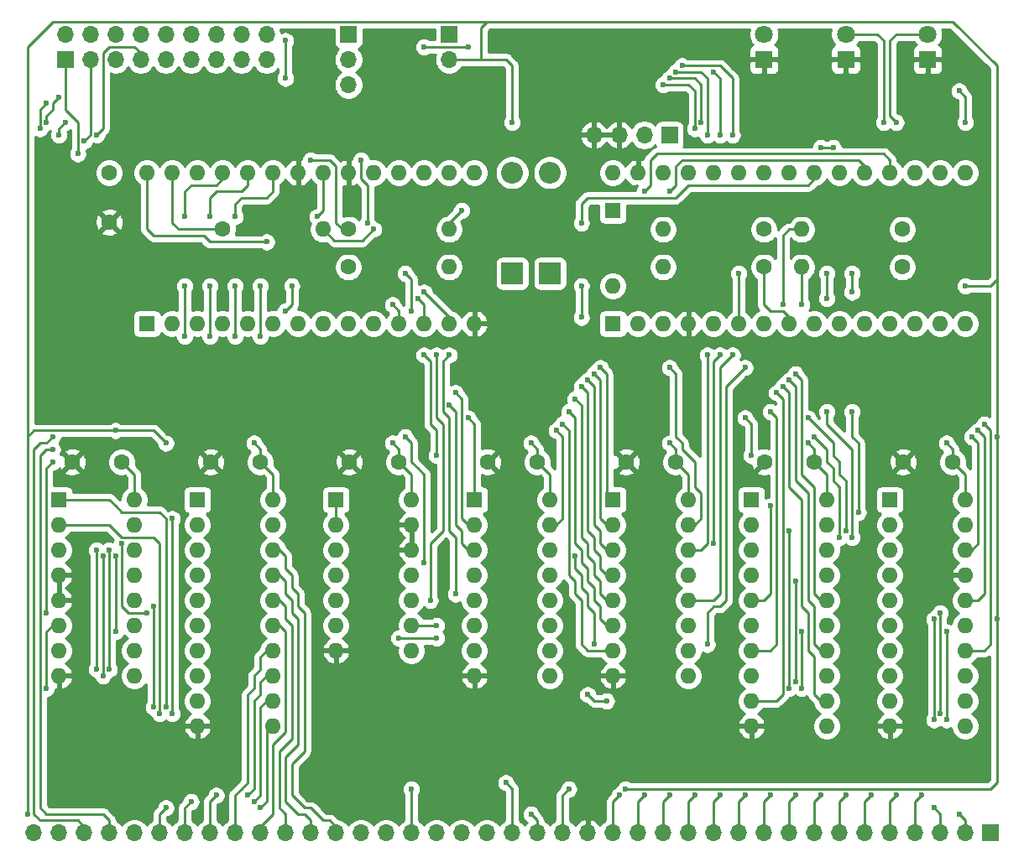
<source format=gbl>
G04 #@! TF.GenerationSoftware,KiCad,Pcbnew,(5.1.5)-3*
G04 #@! TF.CreationDate,2020-10-17T00:03:51+02:00*
G04 #@! TF.ProjectId,RC1 8K ExRAM,52433120-384b-4204-9578-52414d2e6b69,rev?*
G04 #@! TF.SameCoordinates,Original*
G04 #@! TF.FileFunction,Copper,L2,Bot*
G04 #@! TF.FilePolarity,Positive*
%FSLAX46Y46*%
G04 Gerber Fmt 4.6, Leading zero omitted, Abs format (unit mm)*
G04 Created by KiCad (PCBNEW (5.1.5)-3) date 2020-10-17 00:03:51*
%MOMM*%
%LPD*%
G04 APERTURE LIST*
%ADD10O,2.200000X2.200000*%
%ADD11R,2.200000X2.200000*%
%ADD12R,1.600000X1.600000*%
%ADD13O,1.600000X1.600000*%
%ADD14C,1.600000*%
%ADD15R,1.700000X1.700000*%
%ADD16O,1.700000X1.700000*%
%ADD17R,1.800000X1.800000*%
%ADD18C,1.800000*%
%ADD19C,0.600000*%
%ADD20C,0.250000*%
%ADD21C,0.254000*%
G04 APERTURE END LIST*
D10*
X148590000Y-80645000D03*
D11*
X148590000Y-90805000D03*
D12*
X154940000Y-95885000D03*
D13*
X187960000Y-80645000D03*
X157480000Y-95885000D03*
X185420000Y-80645000D03*
X160020000Y-95885000D03*
X182880000Y-80645000D03*
X162560000Y-95885000D03*
X180340000Y-80645000D03*
X165100000Y-95885000D03*
X177800000Y-80645000D03*
X167640000Y-95885000D03*
X175260000Y-80645000D03*
X170180000Y-95885000D03*
X172720000Y-80645000D03*
X172720000Y-95885000D03*
X170180000Y-80645000D03*
X175260000Y-95885000D03*
X167640000Y-80645000D03*
X177800000Y-95885000D03*
X165100000Y-80645000D03*
X180340000Y-95885000D03*
X162560000Y-80645000D03*
X182880000Y-95885000D03*
X160020000Y-80645000D03*
X185420000Y-95885000D03*
X157480000Y-80645000D03*
X187960000Y-95885000D03*
X154940000Y-80645000D03*
X190500000Y-95885000D03*
X190500000Y-80645000D03*
D14*
X105410000Y-109855000D03*
X100410000Y-109855000D03*
X133350000Y-109855000D03*
X128350000Y-109855000D03*
X161290000Y-109855000D03*
X156290000Y-109855000D03*
X147320000Y-109855000D03*
X142320000Y-109855000D03*
X104140000Y-80645000D03*
X104140000Y-85645000D03*
X175260000Y-109855000D03*
X170260000Y-109855000D03*
X189230000Y-109855000D03*
X184230000Y-109855000D03*
X119380000Y-109855000D03*
X114380000Y-109855000D03*
D15*
X193040000Y-147320000D03*
D16*
X190500000Y-147320000D03*
X187960000Y-147320000D03*
X185420000Y-147320000D03*
X182880000Y-147320000D03*
X180340000Y-147320000D03*
X177800000Y-147320000D03*
X175260000Y-147320000D03*
X172720000Y-147320000D03*
X170180000Y-147320000D03*
X167640000Y-147320000D03*
X165100000Y-147320000D03*
X162560000Y-147320000D03*
X160020000Y-147320000D03*
X157480000Y-147320000D03*
X154940000Y-147320000D03*
X152400000Y-147320000D03*
X149860000Y-147320000D03*
X147320000Y-147320000D03*
X144780000Y-147320000D03*
X142240000Y-147320000D03*
X139700000Y-147320000D03*
X137160000Y-147320000D03*
X134620000Y-147320000D03*
X132080000Y-147320000D03*
X129540000Y-147320000D03*
X127000000Y-147320000D03*
X124460000Y-147320000D03*
X121920000Y-147320000D03*
X119380000Y-147320000D03*
X116840000Y-147320000D03*
X114300000Y-147320000D03*
X111760000Y-147320000D03*
X109220000Y-147320000D03*
X106680000Y-147320000D03*
X104140000Y-147320000D03*
X101600000Y-147320000D03*
X99060000Y-147320000D03*
X96520000Y-147320000D03*
D12*
X99060000Y-113665000D03*
D13*
X106680000Y-131445000D03*
X99060000Y-116205000D03*
X106680000Y-128905000D03*
X99060000Y-118745000D03*
X106680000Y-126365000D03*
X99060000Y-121285000D03*
X106680000Y-123825000D03*
X99060000Y-123825000D03*
X106680000Y-121285000D03*
X99060000Y-126365000D03*
X106680000Y-118745000D03*
X99060000Y-128905000D03*
X106680000Y-116205000D03*
X99060000Y-131445000D03*
X106680000Y-113665000D03*
D17*
X186690000Y-69215000D03*
D18*
X186690000Y-66675000D03*
D17*
X178435000Y-69215000D03*
D18*
X178435000Y-66675000D03*
D17*
X170180000Y-69215000D03*
D18*
X170180000Y-66675000D03*
D12*
X154940000Y-84455000D03*
D13*
X154940000Y-92075000D03*
D15*
X99695000Y-69215000D03*
D16*
X99695000Y-66675000D03*
X102235000Y-69215000D03*
X102235000Y-66675000D03*
X104775000Y-69215000D03*
X104775000Y-66675000D03*
X107315000Y-69215000D03*
X107315000Y-66675000D03*
X109855000Y-69215000D03*
X109855000Y-66675000D03*
X112395000Y-69215000D03*
X112395000Y-66675000D03*
X114935000Y-69215000D03*
X114935000Y-66675000D03*
X117475000Y-69215000D03*
X117475000Y-66675000D03*
X120015000Y-69215000D03*
X120015000Y-66675000D03*
D15*
X138430000Y-66675000D03*
D16*
X138430000Y-69215000D03*
D15*
X128270000Y-66675000D03*
D16*
X128270000Y-69215000D03*
X128270000Y-71755000D03*
D14*
X184150000Y-90170000D03*
D13*
X173990000Y-90170000D03*
D14*
X184150000Y-86360000D03*
D13*
X173990000Y-86360000D03*
D14*
X170180000Y-86360000D03*
D13*
X160020000Y-86360000D03*
D14*
X170180000Y-90170000D03*
D13*
X160020000Y-90170000D03*
D12*
X127000000Y-113665000D03*
D13*
X134620000Y-128905000D03*
X127000000Y-116205000D03*
X134620000Y-126365000D03*
X127000000Y-118745000D03*
X134620000Y-123825000D03*
X127000000Y-121285000D03*
X134620000Y-121285000D03*
X127000000Y-123825000D03*
X134620000Y-118745000D03*
X127000000Y-126365000D03*
X134620000Y-116205000D03*
X127000000Y-128905000D03*
X134620000Y-113665000D03*
D12*
X154940000Y-113665000D03*
D13*
X162560000Y-131445000D03*
X154940000Y-116205000D03*
X162560000Y-128905000D03*
X154940000Y-118745000D03*
X162560000Y-126365000D03*
X154940000Y-121285000D03*
X162560000Y-123825000D03*
X154940000Y-123825000D03*
X162560000Y-121285000D03*
X154940000Y-126365000D03*
X162560000Y-118745000D03*
X154940000Y-128905000D03*
X162560000Y-116205000D03*
X154940000Y-131445000D03*
X162560000Y-113665000D03*
D12*
X140970000Y-113665000D03*
D13*
X148590000Y-131445000D03*
X140970000Y-116205000D03*
X148590000Y-128905000D03*
X140970000Y-118745000D03*
X148590000Y-126365000D03*
X140970000Y-121285000D03*
X148590000Y-123825000D03*
X140970000Y-123825000D03*
X148590000Y-121285000D03*
X140970000Y-126365000D03*
X148590000Y-118745000D03*
X140970000Y-128905000D03*
X148590000Y-116205000D03*
X140970000Y-131445000D03*
X148590000Y-113665000D03*
D12*
X107950000Y-95885000D03*
D13*
X140970000Y-80645000D03*
X110490000Y-95885000D03*
X138430000Y-80645000D03*
X113030000Y-95885000D03*
X135890000Y-80645000D03*
X115570000Y-95885000D03*
X133350000Y-80645000D03*
X118110000Y-95885000D03*
X130810000Y-80645000D03*
X120650000Y-95885000D03*
X128270000Y-80645000D03*
X123190000Y-95885000D03*
X125730000Y-80645000D03*
X125730000Y-95885000D03*
X123190000Y-80645000D03*
X128270000Y-95885000D03*
X120650000Y-80645000D03*
X130810000Y-95885000D03*
X118110000Y-80645000D03*
X133350000Y-95885000D03*
X115570000Y-80645000D03*
X135890000Y-95885000D03*
X113030000Y-80645000D03*
X138430000Y-95885000D03*
X110490000Y-80645000D03*
X140970000Y-95885000D03*
X107950000Y-80645000D03*
D12*
X168910000Y-113665000D03*
D13*
X176530000Y-136525000D03*
X168910000Y-116205000D03*
X176530000Y-133985000D03*
X168910000Y-118745000D03*
X176530000Y-131445000D03*
X168910000Y-121285000D03*
X176530000Y-128905000D03*
X168910000Y-123825000D03*
X176530000Y-126365000D03*
X168910000Y-126365000D03*
X176530000Y-123825000D03*
X168910000Y-128905000D03*
X176530000Y-121285000D03*
X168910000Y-131445000D03*
X176530000Y-118745000D03*
X168910000Y-133985000D03*
X176530000Y-116205000D03*
X168910000Y-136525000D03*
X176530000Y-113665000D03*
D12*
X182880000Y-113665000D03*
D13*
X190500000Y-136525000D03*
X182880000Y-116205000D03*
X190500000Y-133985000D03*
X182880000Y-118745000D03*
X190500000Y-131445000D03*
X182880000Y-121285000D03*
X190500000Y-128905000D03*
X182880000Y-123825000D03*
X190500000Y-126365000D03*
X182880000Y-126365000D03*
X190500000Y-123825000D03*
X182880000Y-128905000D03*
X190500000Y-121285000D03*
X182880000Y-131445000D03*
X190500000Y-118745000D03*
X182880000Y-133985000D03*
X190500000Y-116205000D03*
X182880000Y-136525000D03*
X190500000Y-113665000D03*
D12*
X113030000Y-113665000D03*
D13*
X120650000Y-136525000D03*
X113030000Y-116205000D03*
X120650000Y-133985000D03*
X113030000Y-118745000D03*
X120650000Y-131445000D03*
X113030000Y-121285000D03*
X120650000Y-128905000D03*
X113030000Y-123825000D03*
X120650000Y-126365000D03*
X113030000Y-126365000D03*
X120650000Y-123825000D03*
X113030000Y-128905000D03*
X120650000Y-121285000D03*
X113030000Y-131445000D03*
X120650000Y-118745000D03*
X113030000Y-133985000D03*
X120650000Y-116205000D03*
X113030000Y-136525000D03*
X120650000Y-113665000D03*
D14*
X128270000Y-90170000D03*
D13*
X138430000Y-90170000D03*
D14*
X128270000Y-86360000D03*
D13*
X138430000Y-86360000D03*
D14*
X115570000Y-86360000D03*
D13*
X125730000Y-86360000D03*
D11*
X144780000Y-90805000D03*
D10*
X144780000Y-80645000D03*
D16*
X153035000Y-76835000D03*
X155575000Y-76835000D03*
X158115000Y-76835000D03*
D15*
X160655000Y-76835000D03*
D19*
X164465000Y-99060000D03*
X172085008Y-93980000D03*
X165735000Y-99060000D03*
X167640000Y-90805000D03*
X165100000Y-118110000D03*
X167005000Y-99060000D03*
X132715000Y-93980000D03*
X135255000Y-93345000D03*
X135890000Y-92710000D03*
X161290000Y-70485000D03*
X164465000Y-76835000D03*
X105410000Y-118110000D03*
X107950000Y-125095000D03*
X104775000Y-127000000D03*
X104775000Y-119380000D03*
X104140000Y-130810000D03*
X104140000Y-118745000D03*
X103505000Y-119380000D03*
X103505000Y-131445000D03*
X189865000Y-72390000D03*
X190500000Y-75565000D03*
X102870000Y-118745000D03*
X102870000Y-130810000D03*
X156210000Y-142875000D03*
X150495000Y-142875000D03*
X190500000Y-92075000D03*
X193675000Y-125730000D03*
X109855000Y-107950000D03*
X104775000Y-106680000D03*
X193675000Y-107315000D03*
X95885000Y-145415000D03*
X188595000Y-107950000D03*
X174625000Y-107950000D03*
X160655000Y-107950000D03*
X146685000Y-107950000D03*
X132715000Y-107950000D03*
X118745000Y-107950000D03*
X130810000Y-86360000D03*
X139700000Y-84455000D03*
X144780000Y-75565000D03*
X108585000Y-134620000D03*
X108585000Y-124460000D03*
X189865000Y-145415000D03*
X109220000Y-135255000D03*
X187325000Y-144780000D03*
X109855000Y-134620000D03*
X186055000Y-143510000D03*
X183515000Y-143510000D03*
X188595000Y-127000000D03*
X188595000Y-135890000D03*
X180975000Y-143510000D03*
X178435000Y-143510000D03*
X187960000Y-135255000D03*
X187960000Y-125095000D03*
X187325000Y-125730000D03*
X187325000Y-135890000D03*
X175895000Y-143510000D03*
X173355000Y-143510000D03*
X170815000Y-143510000D03*
X168275000Y-143510000D03*
X165735000Y-143510000D03*
X163195000Y-143510000D03*
X160655000Y-143510000D03*
X173990000Y-127000000D03*
X173990000Y-132715000D03*
X158115000Y-143510000D03*
X173355000Y-121920000D03*
X173355000Y-132080000D03*
X155575000Y-143510000D03*
X172720000Y-132715000D03*
X172720000Y-116840000D03*
X97790000Y-132715000D03*
X146685000Y-145415000D03*
X110490000Y-135255000D03*
X110490000Y-115570000D03*
X134620000Y-142875000D03*
X114935000Y-143510000D03*
X118110000Y-143510000D03*
X118745000Y-144145000D03*
X112395000Y-144145000D03*
X109855000Y-144780000D03*
X119380000Y-144780000D03*
X99695000Y-75565000D03*
X98425000Y-108585000D03*
X99060000Y-76835000D03*
X98425000Y-107315000D03*
X97790000Y-73660000D03*
X97155000Y-76200000D03*
X97790000Y-125095000D03*
X102870000Y-76835000D03*
X98425000Y-109855000D03*
X99060000Y-73025000D03*
X97790000Y-75565000D03*
X101600000Y-77470000D03*
X100965000Y-78740000D03*
X183515000Y-75565000D03*
X182245000Y-75565000D03*
X165735000Y-76835000D03*
X165100000Y-70485000D03*
X130175000Y-85725000D03*
X133985000Y-90805000D03*
X135890000Y-99060000D03*
X137160000Y-109220000D03*
X134620000Y-94615000D03*
X121920000Y-67310000D03*
X121920000Y-71120000D03*
X129540000Y-79375000D03*
X179070000Y-104775000D03*
X179070000Y-92710000D03*
X179070000Y-90805000D03*
X179705000Y-114935000D03*
X160655000Y-71120000D03*
X163830000Y-75565000D03*
X140335000Y-67945000D03*
X135890000Y-67945000D03*
X177165000Y-78105000D03*
X175895000Y-78105000D03*
X161925000Y-69850000D03*
X167005000Y-76835000D03*
X176530000Y-104775000D03*
X160020000Y-71755000D03*
X176530000Y-93345000D03*
X176530000Y-90805000D03*
X179070000Y-117475000D03*
X163195000Y-76200000D03*
X173355000Y-100965000D03*
X153670000Y-100330000D03*
X151130000Y-119380000D03*
X153035000Y-128270000D03*
X172720000Y-101600000D03*
X153035000Y-100965000D03*
X172085000Y-102235000D03*
X152400000Y-101600000D03*
X171450000Y-102870000D03*
X151765000Y-102235000D03*
X170815000Y-104775000D03*
X151130000Y-103505000D03*
X168275000Y-105410000D03*
X170815000Y-114300000D03*
X168910000Y-109220000D03*
X150495000Y-104775000D03*
X149860000Y-106045000D03*
X160655000Y-100330000D03*
X191770000Y-106680000D03*
X140335000Y-105410000D03*
X114300000Y-85090000D03*
X114300000Y-92075000D03*
X114300000Y-97155000D03*
X125095000Y-85090000D03*
X192405000Y-106045000D03*
X139065000Y-102870000D03*
X119380000Y-97155000D03*
X119380000Y-92075000D03*
X174625000Y-105410000D03*
X138430000Y-104140000D03*
X178435000Y-116840000D03*
X116840000Y-97155000D03*
X116840000Y-92075000D03*
X116840000Y-85090000D03*
X177800000Y-117475000D03*
X175260000Y-107315000D03*
X133985000Y-107315000D03*
X135890000Y-120015000D03*
X111760000Y-92075000D03*
X111760000Y-85090000D03*
X191135000Y-107315000D03*
X111760000Y-97155000D03*
X149225000Y-106680000D03*
X158115000Y-82550000D03*
X124460000Y-79375000D03*
X122555000Y-92075000D03*
X160655000Y-82550000D03*
X121920000Y-94615000D03*
X151765000Y-95250000D03*
X144145000Y-142240000D03*
X137160000Y-99060000D03*
X136525000Y-123825000D03*
X151765000Y-85725000D03*
X151765000Y-92075000D03*
X138430000Y-99060000D03*
X139065000Y-123190000D03*
X137160000Y-126365000D03*
X164465000Y-128270000D03*
X173990000Y-93980000D03*
X168275000Y-100330000D03*
X152400000Y-133350000D03*
X154305000Y-133985000D03*
X133350000Y-127635000D03*
X137160000Y-127635000D03*
X120015000Y-87630000D03*
D20*
X164465000Y-100330000D02*
X164465000Y-118110000D01*
X164465000Y-100330000D02*
X164465000Y-99060000D01*
X163830000Y-118745000D02*
X162560000Y-118745000D01*
X164465000Y-118110000D02*
X163830000Y-118745000D01*
X162560000Y-118745000D02*
X161925000Y-118745000D01*
X172720000Y-86360000D02*
X173990000Y-86360000D01*
X172085008Y-93980000D02*
X172085008Y-86994992D01*
X172085008Y-86994992D02*
X172720000Y-86360000D01*
X165100000Y-100330000D02*
X165100000Y-99695000D01*
X165100000Y-99695000D02*
X165735000Y-99060000D01*
X165100000Y-118110000D02*
X165100000Y-100330000D01*
X167640000Y-90805000D02*
X167640000Y-95885000D01*
X165735000Y-100965000D02*
X165735000Y-100330000D01*
X165735000Y-100330000D02*
X167005000Y-99060000D01*
X162560000Y-123825000D02*
X164465000Y-123825000D01*
X165100000Y-123825000D02*
X165735000Y-123190000D01*
X165735000Y-123190000D02*
X165735000Y-100965000D01*
X164465000Y-123825000D02*
X165100000Y-123825000D01*
X162560000Y-123825000D02*
X161925000Y-123825000D01*
X133350000Y-94615000D02*
X132715000Y-93980000D01*
X133350000Y-95885000D02*
X133350000Y-94615000D01*
X135255000Y-93345000D02*
X135890000Y-93980000D01*
X135890000Y-95885000D02*
X135890000Y-93980000D01*
X135890000Y-92710000D02*
X138430000Y-95250000D01*
X138430000Y-95250000D02*
X138430000Y-95885000D01*
X162560000Y-70485000D02*
X161290000Y-70485000D01*
X164465000Y-76835000D02*
X164465000Y-71120000D01*
X163830000Y-70485000D02*
X162560000Y-70485000D01*
X164465000Y-71120000D02*
X163830000Y-70485000D01*
X106045000Y-125095000D02*
X105410000Y-124460000D01*
X105410000Y-124460000D02*
X105410000Y-118110000D01*
X107950000Y-125095000D02*
X106045000Y-125095000D01*
X104775000Y-127000000D02*
X104775000Y-119380000D01*
X104140000Y-130810000D02*
X104140000Y-118745000D01*
X103505000Y-131445000D02*
X103505000Y-119380000D01*
X190500000Y-73025000D02*
X189865000Y-72390000D01*
X190500000Y-75565000D02*
X190500000Y-73025000D01*
X102870000Y-130810000D02*
X102870000Y-118745000D01*
X156210000Y-142875000D02*
X193040000Y-142875000D01*
X193040000Y-142875000D02*
X193675000Y-142240000D01*
X193675000Y-142240000D02*
X193675000Y-125730000D01*
X149860000Y-147320000D02*
X149860000Y-143510000D01*
X149860000Y-143510000D02*
X150495000Y-142875000D01*
X193040000Y-92075000D02*
X193675000Y-91440000D01*
X190500000Y-92075000D02*
X193040000Y-92075000D01*
X193675000Y-107315000D02*
X193675000Y-125730000D01*
X109855000Y-107950000D02*
X108585000Y-106680000D01*
X107950000Y-106680000D02*
X104775000Y-106680000D01*
X107950000Y-106680000D02*
X108585000Y-106680000D01*
X103505000Y-106680000D02*
X104775000Y-106680000D01*
X95885000Y-107315000D02*
X96520000Y-106680000D01*
X96520000Y-106680000D02*
X103505000Y-106680000D01*
X189230000Y-65405000D02*
X193675000Y-69850000D01*
X193675000Y-69850000D02*
X193675000Y-91440000D01*
X189230000Y-65405000D02*
X153670000Y-65405000D01*
X142240000Y-65405000D02*
X153670000Y-65405000D01*
X140970000Y-65405000D02*
X142240000Y-65405000D01*
X136525000Y-65405000D02*
X139700000Y-65405000D01*
X139700000Y-65405000D02*
X140970000Y-65405000D01*
X95885000Y-80010000D02*
X95885000Y-67945000D01*
X98425000Y-65405000D02*
X136525000Y-65405000D01*
X95885000Y-67945000D02*
X98425000Y-65405000D01*
X193675000Y-91440000D02*
X193675000Y-107315000D01*
X95885000Y-108585000D02*
X95885000Y-107950000D01*
X95885000Y-107950000D02*
X95885000Y-107315000D01*
X95885000Y-107315000D02*
X95885000Y-106680000D01*
X95885000Y-106680000D02*
X95885000Y-81280000D01*
X95885000Y-81280000D02*
X95885000Y-80010000D01*
X95885000Y-145415000D02*
X95885000Y-108585000D01*
X189230000Y-108585000D02*
X189230000Y-109855000D01*
X188595000Y-107950000D02*
X189230000Y-108585000D01*
X175260000Y-108585000D02*
X175260000Y-109855000D01*
X174625000Y-107950000D02*
X175260000Y-108585000D01*
X161290000Y-108585000D02*
X161290000Y-109855000D01*
X160655000Y-107950000D02*
X161290000Y-108585000D01*
X147320000Y-108585000D02*
X147320000Y-109855000D01*
X146685000Y-107950000D02*
X147320000Y-108585000D01*
X133350000Y-108585000D02*
X133350000Y-109855000D01*
X132715000Y-107950000D02*
X133350000Y-108585000D01*
X119380000Y-108585000D02*
X119380000Y-109855000D01*
X118745000Y-107950000D02*
X119380000Y-108585000D01*
X190500000Y-113665000D02*
X190500000Y-111125000D01*
X190500000Y-111125000D02*
X189230000Y-109855000D01*
X176530000Y-113665000D02*
X176530000Y-111125000D01*
X176530000Y-111125000D02*
X175260000Y-109855000D01*
X162560000Y-113665000D02*
X162560000Y-111125000D01*
X162560000Y-111125000D02*
X161290000Y-109855000D01*
X148590000Y-113665000D02*
X148590000Y-111125000D01*
X148590000Y-111125000D02*
X147320000Y-109855000D01*
X134620000Y-113665000D02*
X134620000Y-111125000D01*
X134620000Y-111125000D02*
X133350000Y-109855000D01*
X120650000Y-113665000D02*
X120650000Y-111125000D01*
X120650000Y-111125000D02*
X119380000Y-109855000D01*
X106680000Y-113665000D02*
X106680000Y-111125000D01*
X106680000Y-111125000D02*
X105410000Y-109855000D01*
X129684999Y-87485001D02*
X130810000Y-86360000D01*
X125730000Y-86360000D02*
X126855001Y-87485001D01*
X126855001Y-87485001D02*
X129684999Y-87485001D01*
X138430000Y-86360000D02*
X138430000Y-85725000D01*
X138430000Y-85725000D02*
X139700000Y-84455000D01*
X141605000Y-66040000D02*
X142240000Y-65405000D01*
X141605000Y-69215000D02*
X141605000Y-66040000D01*
X138430000Y-69215000D02*
X144145000Y-69215000D01*
X144780000Y-69850000D02*
X144780000Y-75565000D01*
X144145000Y-69215000D02*
X144780000Y-69850000D01*
X108585000Y-124460000D02*
X108585000Y-134620000D01*
X190500000Y-146050000D02*
X190500000Y-147320000D01*
X189865000Y-145415000D02*
X190500000Y-146050000D01*
X107950000Y-117475000D02*
X108585000Y-117475000D01*
X109220000Y-118110000D02*
X109220000Y-135255000D01*
X108585000Y-117475000D02*
X109220000Y-118110000D01*
X104140000Y-116205000D02*
X105410000Y-117475000D01*
X105410000Y-117475000D02*
X107950000Y-117475000D01*
X104140000Y-116205000D02*
X99060000Y-116205000D01*
X187960000Y-145415000D02*
X187960000Y-147320000D01*
X187325000Y-144780000D02*
X187960000Y-145415000D01*
X107315000Y-114935000D02*
X108585000Y-114935000D01*
X104775000Y-114300000D02*
X105410000Y-114935000D01*
X105410000Y-114935000D02*
X107315000Y-114935000D01*
X99060000Y-113665000D02*
X104140000Y-113665000D01*
X104140000Y-113665000D02*
X104775000Y-114300000D01*
X109220000Y-114935000D02*
X109855000Y-115570000D01*
X109855000Y-115570000D02*
X109855000Y-134620000D01*
X108585000Y-114935000D02*
X109220000Y-114935000D01*
X185420000Y-144145000D02*
X185420000Y-147320000D01*
X186055000Y-143510000D02*
X185420000Y-144145000D01*
X182880000Y-144145000D02*
X183515000Y-143510000D01*
X182880000Y-147320000D02*
X182880000Y-144145000D01*
X188595000Y-131445000D02*
X188595000Y-127000000D01*
X180340000Y-144145000D02*
X180975000Y-143510000D01*
X180340000Y-147320000D02*
X180340000Y-144145000D01*
X188595000Y-135890000D02*
X188595000Y-131445000D01*
X177800000Y-144145000D02*
X178435000Y-143510000D01*
X187960000Y-135255000D02*
X187960000Y-125730000D01*
X177800000Y-144145000D02*
X177800000Y-147320000D01*
X187960000Y-125095000D02*
X187960000Y-125730000D01*
X175260000Y-147320000D02*
X175260000Y-144145000D01*
X187325000Y-135890000D02*
X187325000Y-125730000D01*
X175260000Y-144145000D02*
X175895000Y-143510000D01*
X173355000Y-143510000D02*
X172720000Y-144145000D01*
X172720000Y-144145000D02*
X172720000Y-147320000D01*
X170180000Y-144145000D02*
X170815000Y-143510000D01*
X170180000Y-147320000D02*
X170180000Y-144145000D01*
X176530000Y-126365000D02*
X175895000Y-126365000D01*
X167640000Y-144145000D02*
X168275000Y-143510000D01*
X167640000Y-147320000D02*
X167640000Y-144145000D01*
X165100000Y-144145000D02*
X165735000Y-143510000D01*
X165100000Y-147320000D02*
X165100000Y-144145000D01*
X162560000Y-144145000D02*
X163195000Y-143510000D01*
X162560000Y-144145000D02*
X162560000Y-147320000D01*
X160020000Y-144145000D02*
X160655000Y-143510000D01*
X173990000Y-132715000D02*
X173990000Y-127000000D01*
X160020000Y-147320000D02*
X160020000Y-144145000D01*
X157480000Y-144145000D02*
X158115000Y-143510000D01*
X173355000Y-132080000D02*
X173355000Y-121920000D01*
X157480000Y-147320000D02*
X157480000Y-144145000D01*
X154940000Y-144145000D02*
X155575000Y-143510000D01*
X172720000Y-116840000D02*
X172720000Y-132715000D01*
X154940000Y-147320000D02*
X154940000Y-144145000D01*
X97790000Y-127000000D02*
X97790000Y-132715000D01*
X98425000Y-126365000D02*
X97790000Y-127000000D01*
X147320000Y-146050000D02*
X147320000Y-147320000D01*
X147320000Y-146050000D02*
X146685000Y-145415000D01*
X99060000Y-126365000D02*
X98425000Y-126365000D01*
X110490000Y-115570000D02*
X110490000Y-135255000D01*
X134620000Y-143510000D02*
X134620000Y-147320000D01*
X134620000Y-142875000D02*
X134620000Y-143510000D01*
X123825000Y-144780000D02*
X122555000Y-143510000D01*
X125095000Y-145415000D02*
X125730000Y-146050000D01*
X126365000Y-146050000D02*
X127000000Y-146685000D01*
X125730000Y-146050000D02*
X126365000Y-146050000D01*
X127000000Y-146685000D02*
X127000000Y-147320000D01*
X120650000Y-118745000D02*
X121285000Y-118745000D01*
X121285000Y-118745000D02*
X121920000Y-119380000D01*
X122555000Y-140335000D02*
X122555000Y-143510000D01*
X123825000Y-139065000D02*
X122555000Y-140335000D01*
X123825000Y-125095000D02*
X123825000Y-139065000D01*
X123190000Y-124460000D02*
X123825000Y-125095000D01*
X123190000Y-123190000D02*
X123190000Y-124460000D01*
X122555000Y-122555000D02*
X123190000Y-123190000D01*
X122555000Y-121285000D02*
X122555000Y-122555000D01*
X121920000Y-120650000D02*
X122555000Y-121285000D01*
X121920000Y-119380000D02*
X121920000Y-120650000D01*
X123825000Y-144780000D02*
X124460000Y-144780000D01*
X124460000Y-144780000D02*
X125095000Y-145415000D01*
X123190000Y-145415000D02*
X121920000Y-144145000D01*
X120650000Y-121285000D02*
X121285000Y-121285000D01*
X121285000Y-121285000D02*
X121920000Y-121920000D01*
X122555000Y-125095000D02*
X123190000Y-125730000D01*
X122555000Y-123825000D02*
X122555000Y-125095000D01*
X121920000Y-123190000D02*
X122555000Y-123825000D01*
X121920000Y-121920000D02*
X121920000Y-123190000D01*
X124460000Y-147320000D02*
X124460000Y-146050000D01*
X123190000Y-138430000D02*
X123190000Y-125730000D01*
X121920000Y-139700000D02*
X123190000Y-138430000D01*
X121920000Y-144145000D02*
X121920000Y-139700000D01*
X123825000Y-145415000D02*
X123190000Y-145415000D01*
X124460000Y-146050000D02*
X123825000Y-145415000D01*
X121920000Y-147320000D02*
X121920000Y-145415000D01*
X121920000Y-145415000D02*
X121285000Y-144780000D01*
X120650000Y-123825000D02*
X121285000Y-123825000D01*
X121285000Y-123825000D02*
X121920000Y-124460000D01*
X122555000Y-137795000D02*
X122555000Y-126365000D01*
X121285000Y-139065000D02*
X122555000Y-137795000D01*
X121285000Y-144780000D02*
X121285000Y-139065000D01*
X121920000Y-124460000D02*
X121920000Y-125730000D01*
X121920000Y-125730000D02*
X122555000Y-126365000D01*
X121920000Y-147320000D02*
X121920000Y-146685000D01*
X120650000Y-126365000D02*
X121285000Y-126365000D01*
X121285000Y-126365000D02*
X121920000Y-127000000D01*
X121920000Y-127000000D02*
X121920000Y-137160000D01*
X121920000Y-137160000D02*
X120650000Y-138430000D01*
X120650000Y-138430000D02*
X120650000Y-145415000D01*
X120650000Y-145415000D02*
X119380000Y-146685000D01*
X119380000Y-146685000D02*
X119380000Y-147320000D01*
X116840000Y-144145000D02*
X116840000Y-143510000D01*
X118110000Y-141605000D02*
X118110000Y-133350000D01*
X116840000Y-147320000D02*
X116840000Y-144145000D01*
X118110000Y-133350000D02*
X118745000Y-132715000D01*
X119380000Y-130810000D02*
X119380000Y-129540000D01*
X118745000Y-131445000D02*
X119380000Y-130810000D01*
X118745000Y-132715000D02*
X118745000Y-131445000D01*
X119380000Y-129540000D02*
X120015000Y-128905000D01*
X118110000Y-142240000D02*
X118110000Y-141605000D01*
X117475000Y-142875000D02*
X118110000Y-142240000D01*
X116840000Y-143510000D02*
X117475000Y-142875000D01*
X120650000Y-128905000D02*
X120015000Y-128905000D01*
X118745000Y-142875000D02*
X118110000Y-143510000D01*
X118745000Y-133985000D02*
X118745000Y-142875000D01*
X119380000Y-133350000D02*
X119380000Y-132080000D01*
X120015000Y-131445000D02*
X119380000Y-132080000D01*
X118745000Y-133985000D02*
X119380000Y-133350000D01*
X114300000Y-144145000D02*
X114300000Y-144780000D01*
X114935000Y-143510000D02*
X114300000Y-144145000D01*
X120015000Y-131445000D02*
X120650000Y-131445000D01*
X114300000Y-144780000D02*
X114300000Y-147320000D01*
X111760000Y-145415000D02*
X111760000Y-144780000D01*
X120015000Y-133985000D02*
X119380000Y-134620000D01*
X111760000Y-145415000D02*
X111760000Y-147320000D01*
X119380000Y-142875000D02*
X119380000Y-139065000D01*
X119380000Y-139065000D02*
X119380000Y-134620000D01*
X119380000Y-143510000D02*
X119380000Y-142875000D01*
X118745000Y-144145000D02*
X119380000Y-143510000D01*
X111760000Y-144780000D02*
X112395000Y-144145000D01*
X120015000Y-133985000D02*
X120650000Y-133985000D01*
X120015000Y-144145000D02*
X119380000Y-144780000D01*
X120015000Y-136975002D02*
X120015000Y-144145000D01*
X109220000Y-145415000D02*
X109220000Y-146050000D01*
X109855000Y-144780000D02*
X109220000Y-145415000D01*
X109220000Y-147320000D02*
X109220000Y-146050000D01*
X120650000Y-136525000D02*
X120465002Y-136525000D01*
X120465002Y-136525000D02*
X120015000Y-136975002D01*
X98425000Y-108585000D02*
X97790000Y-108585000D01*
X97155000Y-109220000D02*
X97155000Y-109855000D01*
X97790000Y-108585000D02*
X97155000Y-109220000D01*
X99060000Y-76200000D02*
X99695000Y-75565000D01*
X97155000Y-111125000D02*
X97155000Y-109855000D01*
X97155000Y-112395000D02*
X97155000Y-111125000D01*
X99060000Y-76835000D02*
X99060000Y-76200000D01*
X104140000Y-146050000D02*
X103505000Y-145415000D01*
X104140000Y-146050000D02*
X104140000Y-147320000D01*
X97155000Y-144780000D02*
X97155000Y-112395000D01*
X97790000Y-145415000D02*
X97155000Y-144780000D01*
X103505000Y-145415000D02*
X97790000Y-145415000D01*
X97790000Y-107950000D02*
X97155000Y-107950000D01*
X96520000Y-108585000D02*
X96520000Y-109220000D01*
X97155000Y-107950000D02*
X96520000Y-108585000D01*
X98425000Y-107315000D02*
X97790000Y-107950000D01*
X96520000Y-110490000D02*
X96520000Y-109220000D01*
X96520000Y-111760000D02*
X96520000Y-110490000D01*
X96520000Y-111760000D02*
X96520000Y-140335000D01*
X96520000Y-144780000D02*
X96520000Y-140335000D01*
X100965000Y-146050000D02*
X97790000Y-146050000D01*
X101600000Y-146685000D02*
X100965000Y-146050000D01*
X96520000Y-145415000D02*
X97155000Y-146050000D01*
X97155000Y-146050000D02*
X97790000Y-146050000D01*
X96520000Y-144780000D02*
X96520000Y-145415000D01*
X101600000Y-147320000D02*
X101600000Y-146685000D01*
X97790000Y-73660000D02*
X97155000Y-74295000D01*
X97155000Y-76200000D02*
X97155000Y-74295000D01*
X97790000Y-125095000D02*
X97790000Y-124460000D01*
X107315000Y-69215000D02*
X107315000Y-68580000D01*
X107315000Y-68580000D02*
X106680000Y-67945000D01*
X103505000Y-76200000D02*
X102870000Y-76835000D01*
X103505000Y-68580000D02*
X103505000Y-76200000D01*
X104140000Y-67945000D02*
X103505000Y-68580000D01*
X106680000Y-67945000D02*
X104140000Y-67945000D01*
X98425000Y-109855000D02*
X97790000Y-110490000D01*
X97790000Y-111760000D02*
X97790000Y-110490000D01*
X97790000Y-113030000D02*
X97790000Y-111760000D01*
X97790000Y-124460000D02*
X97790000Y-113030000D01*
X98425000Y-74295000D02*
X97790000Y-74930000D01*
X97790000Y-74930000D02*
X97790000Y-75565000D01*
X98425000Y-73660000D02*
X98425000Y-74295000D01*
X99060000Y-73025000D02*
X98425000Y-73660000D01*
X102235000Y-76200000D02*
X102235000Y-76835000D01*
X102235000Y-69215000D02*
X102235000Y-76200000D01*
X102235000Y-76835000D02*
X101600000Y-77470000D01*
X100965000Y-76200000D02*
X100965000Y-75565000D01*
X100965000Y-75565000D02*
X99695000Y-74295000D01*
X99695000Y-69215000D02*
X99695000Y-74295000D01*
X100965000Y-76200000D02*
X100965000Y-78740000D01*
X99695000Y-69850000D02*
X99695000Y-69215000D01*
X182880000Y-73025000D02*
X182880000Y-74930000D01*
X186690000Y-66675000D02*
X184785000Y-66675000D01*
X184785000Y-66675000D02*
X184150000Y-66675000D01*
X183515000Y-66675000D02*
X182880000Y-67310000D01*
X182880000Y-67310000D02*
X182880000Y-73025000D01*
X184150000Y-66675000D02*
X183515000Y-66675000D01*
X182880000Y-74930000D02*
X183515000Y-75565000D01*
X182245000Y-73660000D02*
X182245000Y-74930000D01*
X178435000Y-66675000D02*
X180975000Y-66675000D01*
X181610000Y-66675000D02*
X182245000Y-67310000D01*
X182245000Y-67310000D02*
X182245000Y-73660000D01*
X180975000Y-66675000D02*
X181610000Y-66675000D01*
X182245000Y-75565000D02*
X182245000Y-74930000D01*
X165735000Y-76835000D02*
X165735000Y-71755000D01*
X165735000Y-71755000D02*
X165735000Y-71120000D01*
X165735000Y-71120000D02*
X165100000Y-70485000D01*
X130175000Y-81915000D02*
X129540000Y-81280000D01*
X130175000Y-85725000D02*
X130175000Y-81915000D01*
X134620000Y-93980000D02*
X134620000Y-91440000D01*
X134620000Y-91440000D02*
X133985000Y-90805000D01*
X134620000Y-94615000D02*
X134620000Y-93980000D01*
X137160000Y-106680000D02*
X136525000Y-106045000D01*
X136525000Y-106045000D02*
X136525000Y-99695000D01*
X136525000Y-99695000D02*
X135890000Y-99060000D01*
X137160000Y-109220000D02*
X137160000Y-106680000D01*
X121920000Y-67310000D02*
X121920000Y-71120000D01*
X129540000Y-81280000D02*
X129540000Y-79375000D01*
X127000000Y-116205000D02*
X127000000Y-113665000D01*
X179070000Y-107315000D02*
X179705000Y-107950000D01*
X179070000Y-104775000D02*
X179070000Y-107315000D01*
X179070000Y-90805000D02*
X179070000Y-92710000D01*
X179705000Y-114935000D02*
X179705000Y-107950000D01*
X163830000Y-75140736D02*
X163830000Y-75565000D01*
X163830000Y-71755000D02*
X163830000Y-75140736D01*
X160655000Y-71120000D02*
X163195000Y-71120000D01*
X163195000Y-71120000D02*
X163830000Y-71755000D01*
X140335000Y-67945000D02*
X135890000Y-67945000D01*
X177165000Y-78105000D02*
X175895000Y-78105000D01*
X110490000Y-80645000D02*
X110490000Y-85725000D01*
X111125000Y-86360000D02*
X115570000Y-86360000D01*
X110490000Y-85725000D02*
X111125000Y-86360000D01*
X167005000Y-76410736D02*
X167005000Y-76835000D01*
X167005000Y-71120000D02*
X167005000Y-76410736D01*
X161925000Y-69850000D02*
X165735000Y-69850000D01*
X165735000Y-69850000D02*
X167005000Y-71120000D01*
X176530000Y-106045000D02*
X179070000Y-108585000D01*
X176530000Y-104775000D02*
X176530000Y-106045000D01*
X176530000Y-90805000D02*
X176530000Y-93345000D01*
X179070000Y-117475000D02*
X179070000Y-108585000D01*
X163195000Y-72390000D02*
X163195000Y-76200000D01*
X160020000Y-71755000D02*
X162560000Y-71755000D01*
X162560000Y-71755000D02*
X163195000Y-72390000D01*
X173355000Y-100965000D02*
X173990000Y-101600000D01*
X154940000Y-113665000D02*
X154305000Y-113030000D01*
X154305000Y-113030000D02*
X154305000Y-100965000D01*
X154305000Y-100965000D02*
X153670000Y-100330000D01*
X176530000Y-123825000D02*
X175895000Y-123825000D01*
X175895000Y-123825000D02*
X175260000Y-123190000D01*
X173990000Y-111125000D02*
X173990000Y-101600000D01*
X175260000Y-112395000D02*
X173990000Y-111125000D01*
X175260000Y-123190000D02*
X175260000Y-112395000D01*
X151130000Y-120650000D02*
X151130000Y-119380000D01*
X151765000Y-121285000D02*
X151130000Y-120650000D01*
X151765000Y-122555000D02*
X151765000Y-121285000D01*
X152400000Y-123190000D02*
X151765000Y-122555000D01*
X152400000Y-124460000D02*
X152400000Y-123190000D01*
X153035000Y-125095000D02*
X152400000Y-124460000D01*
X153035000Y-128270000D02*
X153035000Y-125095000D01*
X172720000Y-101600000D02*
X173355000Y-102235000D01*
X154940000Y-116205000D02*
X154305000Y-116205000D01*
X154305000Y-116205000D02*
X153670000Y-115570000D01*
X153670000Y-115570000D02*
X153670000Y-101600000D01*
X153670000Y-101600000D02*
X153035000Y-100965000D01*
X176530000Y-128905000D02*
X175895000Y-128905000D01*
X175895000Y-128905000D02*
X175260000Y-128270000D01*
X173355000Y-111760000D02*
X173355000Y-102235000D01*
X174625000Y-113030000D02*
X173355000Y-111760000D01*
X174625000Y-123825000D02*
X174625000Y-113030000D01*
X175260000Y-124460000D02*
X174625000Y-123825000D01*
X175260000Y-128270000D02*
X175260000Y-124460000D01*
X172085000Y-102235000D02*
X172720000Y-102870000D01*
X154940000Y-118745000D02*
X154305000Y-118745000D01*
X154305000Y-118745000D02*
X153670000Y-118110000D01*
X153670000Y-118110000D02*
X153670000Y-116840000D01*
X153670000Y-116840000D02*
X153035000Y-116205000D01*
X153035000Y-116205000D02*
X153035000Y-102235000D01*
X153035000Y-102235000D02*
X152400000Y-101600000D01*
X176530000Y-133985000D02*
X175895000Y-133985000D01*
X175895000Y-133985000D02*
X175260000Y-133350000D01*
X172720000Y-112395000D02*
X172720000Y-102870000D01*
X173990000Y-113665000D02*
X172720000Y-112395000D01*
X173990000Y-124460000D02*
X173990000Y-113665000D01*
X174625000Y-125095000D02*
X173990000Y-124460000D01*
X174625000Y-128905000D02*
X174625000Y-125095000D01*
X175260000Y-129540000D02*
X174625000Y-128905000D01*
X175260000Y-133350000D02*
X175260000Y-129540000D01*
X171450000Y-102870000D02*
X172085000Y-103505000D01*
X168910000Y-133985000D02*
X171450000Y-133985000D01*
X171450000Y-133985000D02*
X172085000Y-133350000D01*
X172085000Y-133350000D02*
X172085000Y-103505000D01*
X154940000Y-121285000D02*
X154305000Y-121285000D01*
X154305000Y-121285000D02*
X153670000Y-120650000D01*
X153670000Y-120650000D02*
X153670000Y-119380000D01*
X153670000Y-119380000D02*
X153035000Y-118745000D01*
X153035000Y-118745000D02*
X153035000Y-117475000D01*
X153035000Y-117475000D02*
X152400000Y-116840000D01*
X152400000Y-116840000D02*
X152400000Y-102870000D01*
X152400000Y-102870000D02*
X151765000Y-102235000D01*
X168910000Y-133985000D02*
X168275000Y-133985000D01*
X170815000Y-104775000D02*
X171450000Y-105410000D01*
X168910000Y-128905000D02*
X170815000Y-128905000D01*
X170815000Y-128905000D02*
X171450000Y-128270000D01*
X171450000Y-128270000D02*
X171450000Y-105410000D01*
X154940000Y-123825000D02*
X154305000Y-123825000D01*
X154305000Y-123825000D02*
X153670000Y-123190000D01*
X153670000Y-123190000D02*
X153670000Y-121920000D01*
X153670000Y-121920000D02*
X153035000Y-121285000D01*
X153035000Y-121285000D02*
X153035000Y-120015000D01*
X153035000Y-120015000D02*
X152400000Y-119380000D01*
X152400000Y-119380000D02*
X152400000Y-118110000D01*
X152400000Y-118110000D02*
X151765000Y-117475000D01*
X151765000Y-117475000D02*
X151765000Y-104140000D01*
X151765000Y-104140000D02*
X151130000Y-103505000D01*
X168910000Y-128905000D02*
X168275000Y-128905000D01*
X168275000Y-105410000D02*
X168910000Y-106045000D01*
X168910000Y-123825000D02*
X170180000Y-123825000D01*
X170180000Y-123825000D02*
X170815000Y-123190000D01*
X170815000Y-123190000D02*
X170815000Y-114300000D01*
X168910000Y-109220000D02*
X168910000Y-106045000D01*
X154940000Y-126365000D02*
X154305000Y-126365000D01*
X154305000Y-126365000D02*
X153670000Y-125730000D01*
X153670000Y-125730000D02*
X153670000Y-124460000D01*
X153670000Y-124460000D02*
X153035000Y-123825000D01*
X153035000Y-123825000D02*
X153035000Y-122555000D01*
X153035000Y-122555000D02*
X152400000Y-121920000D01*
X152400000Y-121920000D02*
X152400000Y-120650000D01*
X152400000Y-120650000D02*
X151765000Y-120015000D01*
X151765000Y-120015000D02*
X151765000Y-118745000D01*
X151765000Y-118745000D02*
X151130000Y-118110000D01*
X151130000Y-118110000D02*
X151130000Y-105410000D01*
X151130000Y-105410000D02*
X150495000Y-104775000D01*
X168275000Y-123825000D02*
X168910000Y-123825000D01*
X154940000Y-128905000D02*
X152400000Y-128905000D01*
X150495000Y-106680000D02*
X149860000Y-106045000D01*
X150495000Y-121285000D02*
X150495000Y-106680000D01*
X151130000Y-121920000D02*
X150495000Y-121285000D01*
X151130000Y-123190000D02*
X151130000Y-121920000D01*
X151765000Y-123825000D02*
X151130000Y-123190000D01*
X151765000Y-128270000D02*
X151765000Y-123825000D01*
X152400000Y-128905000D02*
X151765000Y-128270000D01*
X160655000Y-100330000D02*
X161290000Y-100965000D01*
X163830000Y-113030000D02*
X163195000Y-112395000D01*
X163195000Y-116205000D02*
X163830000Y-115570000D01*
X163830000Y-115570000D02*
X163830000Y-113030000D01*
X161290000Y-107315000D02*
X161290000Y-100965000D01*
X161925000Y-107950000D02*
X161290000Y-107315000D01*
X161925000Y-108585000D02*
X161925000Y-107950000D01*
X163195000Y-109855000D02*
X161925000Y-108585000D01*
X163195000Y-112395000D02*
X163195000Y-109855000D01*
X162560000Y-116205000D02*
X163195000Y-116205000D01*
X191770000Y-106680000D02*
X192405000Y-107315000D01*
X140970000Y-113665000D02*
X140970000Y-106045000D01*
X140970000Y-106045000D02*
X140335000Y-105410000D01*
X114300000Y-85090000D02*
X114300000Y-83185000D01*
X114300000Y-83185000D02*
X114935000Y-82550000D01*
X114935000Y-82550000D02*
X117475000Y-82550000D01*
X117475000Y-82550000D02*
X118110000Y-81915000D01*
X118110000Y-80645000D02*
X118110000Y-81915000D01*
X114300000Y-92075000D02*
X114300000Y-97155000D01*
X191770000Y-123825000D02*
X190500000Y-123825000D01*
X192405000Y-107315000D02*
X192405000Y-123190000D01*
X192405000Y-123190000D02*
X191770000Y-123825000D01*
X125730000Y-83185000D02*
X125730000Y-84455000D01*
X125730000Y-84455000D02*
X125095000Y-85090000D01*
X192405000Y-106045000D02*
X193040000Y-106680000D01*
X140970000Y-116205000D02*
X140335000Y-116205000D01*
X140335000Y-116205000D02*
X139700000Y-115570000D01*
X139700000Y-115570000D02*
X139700000Y-103505000D01*
X139700000Y-103505000D02*
X139065000Y-102870000D01*
X192405000Y-128905000D02*
X193040000Y-128270000D01*
X193040000Y-128270000D02*
X193040000Y-106680000D01*
X119380000Y-92075000D02*
X119380000Y-97155000D01*
X125730000Y-80645000D02*
X125730000Y-83185000D01*
X192405000Y-128905000D02*
X190500000Y-128905000D01*
X178435000Y-111760000D02*
X177800000Y-111125000D01*
X177165000Y-107950000D02*
X174625000Y-105410000D01*
X177165000Y-109220000D02*
X177165000Y-107950000D01*
X177800000Y-109855000D02*
X177165000Y-109220000D01*
X177800000Y-111125000D02*
X177800000Y-109855000D01*
X140970000Y-118745000D02*
X140335000Y-118745000D01*
X140335000Y-118745000D02*
X139700000Y-118110000D01*
X139700000Y-118110000D02*
X139700000Y-116840000D01*
X139700000Y-116840000D02*
X139065000Y-116205000D01*
X139065000Y-116205000D02*
X139065000Y-104775000D01*
X139065000Y-104775000D02*
X138430000Y-104140000D01*
X178435000Y-116840000D02*
X178435000Y-111760000D01*
X116840000Y-92075000D02*
X116840000Y-97155000D01*
X120650000Y-82550000D02*
X120650000Y-80645000D01*
X116840000Y-85090000D02*
X116840000Y-83820000D01*
X116840000Y-83820000D02*
X117475000Y-83185000D01*
X117475000Y-83185000D02*
X120015000Y-83185000D01*
X120015000Y-83185000D02*
X120650000Y-82550000D01*
X176530000Y-108585000D02*
X176530000Y-109855000D01*
X176530000Y-109855000D02*
X177165000Y-110490000D01*
X177800000Y-112395000D02*
X177165000Y-111760000D01*
X177800000Y-112395000D02*
X177800000Y-117475000D01*
X177165000Y-111760000D02*
X177165000Y-110490000D01*
X176530000Y-108585000D02*
X175260000Y-107315000D01*
X134620000Y-108585000D02*
X134620000Y-107950000D01*
X134620000Y-107950000D02*
X133985000Y-107315000D01*
X135255000Y-110490000D02*
X134620000Y-109855000D01*
X134620000Y-109855000D02*
X134620000Y-108585000D01*
X135890000Y-111125000D02*
X135255000Y-110490000D01*
X135890000Y-120015000D02*
X135890000Y-111125000D01*
X111760000Y-92075000D02*
X111760000Y-97155000D01*
X112395000Y-81915000D02*
X111760000Y-82550000D01*
X111760000Y-82550000D02*
X111760000Y-85090000D01*
X191770000Y-118110000D02*
X191135000Y-118745000D01*
X191770000Y-107950000D02*
X191770000Y-118110000D01*
X191135000Y-107315000D02*
X191770000Y-107950000D01*
X191135000Y-118745000D02*
X190500000Y-118745000D01*
X115570000Y-81280000D02*
X114935000Y-81915000D01*
X114935000Y-81915000D02*
X112395000Y-81915000D01*
X149860000Y-115570000D02*
X149225000Y-116205000D01*
X149860000Y-107315000D02*
X149860000Y-115570000D01*
X149225000Y-106680000D02*
X149860000Y-107315000D01*
X149225000Y-116205000D02*
X148590000Y-116205000D01*
X115570000Y-80645000D02*
X115570000Y-81280000D01*
X127000000Y-81915000D02*
X127000000Y-85725000D01*
X127000000Y-85725000D02*
X127635000Y-86360000D01*
X127635000Y-86360000D02*
X128270000Y-86360000D01*
X182880000Y-80645000D02*
X182880000Y-79375000D01*
X158750000Y-81915000D02*
X158115000Y-82550000D01*
X158750000Y-79375000D02*
X158750000Y-81915000D01*
X159385000Y-78740000D02*
X158750000Y-79375000D01*
X182245000Y-78740000D02*
X159385000Y-78740000D01*
X182880000Y-79375000D02*
X182245000Y-78740000D01*
X127000000Y-81915000D02*
X127000000Y-80010000D01*
X126365000Y-79375000D02*
X124460000Y-79375000D01*
X127000000Y-80010000D02*
X126365000Y-79375000D01*
X121920000Y-94615000D02*
X122555000Y-93980000D01*
X122555000Y-92710000D02*
X122555000Y-92075000D01*
X122555000Y-93980000D02*
X122555000Y-92710000D01*
X161290000Y-81915000D02*
X160655000Y-82550000D01*
X161925000Y-79375000D02*
X161290000Y-80010000D01*
X161290000Y-81915000D02*
X161290000Y-81280000D01*
X161290000Y-80010000D02*
X161290000Y-81915000D01*
X180340000Y-80645000D02*
X180340000Y-80010000D01*
X180340000Y-80010000D02*
X179705000Y-79375000D01*
X179705000Y-79375000D02*
X161925000Y-79375000D01*
X180340000Y-80645000D02*
X180340000Y-81280000D01*
X161290000Y-83185000D02*
X162560000Y-81915000D01*
X161290000Y-83185000D02*
X153670000Y-83185000D01*
X153670000Y-83185000D02*
X153035000Y-83185000D01*
X144780000Y-142875000D02*
X144145000Y-142240000D01*
X144780000Y-147320000D02*
X144780000Y-142875000D01*
X137160000Y-105410000D02*
X137160000Y-99060000D01*
X137795000Y-106045000D02*
X137160000Y-105410000D01*
X137795000Y-116840000D02*
X137795000Y-106045000D01*
X136525000Y-118110000D02*
X137795000Y-116840000D01*
X136525000Y-123825000D02*
X136525000Y-118110000D01*
X151765000Y-85725000D02*
X151765000Y-83820000D01*
X151765000Y-83820000D02*
X152400000Y-83185000D01*
X152400000Y-83185000D02*
X153035000Y-83185000D01*
X174625000Y-81915000D02*
X175260000Y-81280000D01*
X162560000Y-81915000D02*
X174625000Y-81915000D01*
X175260000Y-81280000D02*
X175260000Y-80645000D01*
X151765000Y-95250000D02*
X151765000Y-92075000D01*
X170180000Y-90170000D02*
X170180000Y-93980000D01*
X172085000Y-94615000D02*
X172720000Y-95250000D01*
X170815000Y-94615000D02*
X172085000Y-94615000D01*
X170180000Y-93980000D02*
X170815000Y-94615000D01*
X172720000Y-95250000D02*
X172720000Y-95885000D01*
X137795000Y-102870000D02*
X137795000Y-99695000D01*
X137795000Y-99695000D02*
X138430000Y-99060000D01*
X139065000Y-117475000D02*
X139065000Y-123190000D01*
X138430000Y-116840000D02*
X139065000Y-117475000D01*
X137795000Y-104775000D02*
X137795000Y-102870000D01*
X138430000Y-105410000D02*
X137795000Y-104775000D01*
X138430000Y-116840000D02*
X138430000Y-105410000D01*
X137160000Y-126365000D02*
X134620000Y-126365000D01*
X165735000Y-124460000D02*
X166370000Y-123825000D01*
X165100000Y-124460000D02*
X165735000Y-124460000D01*
X164465000Y-125095000D02*
X165100000Y-124460000D01*
X164465000Y-128270000D02*
X164465000Y-125095000D01*
X166370000Y-123825000D02*
X166370000Y-102235000D01*
X168275000Y-100330000D02*
X166370000Y-102235000D01*
X152400000Y-133350000D02*
X153035000Y-133985000D01*
X153035000Y-133985000D02*
X154305000Y-133985000D01*
X133350000Y-127635000D02*
X137160000Y-127635000D01*
X173990000Y-90170000D02*
X173990000Y-93980000D01*
X120015000Y-87630000D02*
X114300000Y-87630000D01*
X114300000Y-87630000D02*
X113665000Y-86995000D01*
X113665000Y-86995000D02*
X108585000Y-86995000D01*
X108585000Y-86995000D02*
X107950000Y-86360000D01*
X107950000Y-86360000D02*
X107950000Y-80645000D01*
D21*
G36*
X126781928Y-67525000D02*
G01*
X126794188Y-67649482D01*
X126830498Y-67769180D01*
X126889463Y-67879494D01*
X126968815Y-67976185D01*
X127065506Y-68055537D01*
X127175820Y-68114502D01*
X127248380Y-68136513D01*
X127116525Y-68268368D01*
X126954010Y-68511589D01*
X126842068Y-68781842D01*
X126785000Y-69068740D01*
X126785000Y-69361260D01*
X126842068Y-69648158D01*
X126954010Y-69918411D01*
X127116525Y-70161632D01*
X127323368Y-70368475D01*
X127497760Y-70485000D01*
X127323368Y-70601525D01*
X127116525Y-70808368D01*
X126954010Y-71051589D01*
X126842068Y-71321842D01*
X126785000Y-71608740D01*
X126785000Y-71901260D01*
X126842068Y-72188158D01*
X126954010Y-72458411D01*
X127116525Y-72701632D01*
X127323368Y-72908475D01*
X127566589Y-73070990D01*
X127836842Y-73182932D01*
X128123740Y-73240000D01*
X128416260Y-73240000D01*
X128703158Y-73182932D01*
X128973411Y-73070990D01*
X129216632Y-72908475D01*
X129423475Y-72701632D01*
X129585990Y-72458411D01*
X129697932Y-72188158D01*
X129755000Y-71901260D01*
X129755000Y-71608740D01*
X129697932Y-71321842D01*
X129585990Y-71051589D01*
X129423475Y-70808368D01*
X129216632Y-70601525D01*
X129042240Y-70485000D01*
X129216632Y-70368475D01*
X129423475Y-70161632D01*
X129585990Y-69918411D01*
X129697932Y-69648158D01*
X129755000Y-69361260D01*
X129755000Y-69068740D01*
X129697932Y-68781842D01*
X129585990Y-68511589D01*
X129423475Y-68268368D01*
X129291620Y-68136513D01*
X129364180Y-68114502D01*
X129474494Y-68055537D01*
X129571185Y-67976185D01*
X129650537Y-67879494D01*
X129709502Y-67769180D01*
X129745812Y-67649482D01*
X129758072Y-67525000D01*
X129758072Y-66165000D01*
X136941928Y-66165000D01*
X136941928Y-67185000D01*
X136435535Y-67185000D01*
X136332889Y-67116414D01*
X136162729Y-67045932D01*
X135982089Y-67010000D01*
X135797911Y-67010000D01*
X135617271Y-67045932D01*
X135447111Y-67116414D01*
X135293972Y-67218738D01*
X135163738Y-67348972D01*
X135061414Y-67502111D01*
X134990932Y-67672271D01*
X134955000Y-67852911D01*
X134955000Y-68037089D01*
X134990932Y-68217729D01*
X135061414Y-68387889D01*
X135163738Y-68541028D01*
X135293972Y-68671262D01*
X135447111Y-68773586D01*
X135617271Y-68844068D01*
X135797911Y-68880000D01*
X135982089Y-68880000D01*
X136162729Y-68844068D01*
X136332889Y-68773586D01*
X136435535Y-68705000D01*
X137033897Y-68705000D01*
X137002068Y-68781842D01*
X136945000Y-69068740D01*
X136945000Y-69361260D01*
X137002068Y-69648158D01*
X137114010Y-69918411D01*
X137276525Y-70161632D01*
X137483368Y-70368475D01*
X137726589Y-70530990D01*
X137996842Y-70642932D01*
X138283740Y-70700000D01*
X138576260Y-70700000D01*
X138863158Y-70642932D01*
X139133411Y-70530990D01*
X139376632Y-70368475D01*
X139583475Y-70161632D01*
X139708178Y-69975000D01*
X141567667Y-69975000D01*
X141605000Y-69978677D01*
X141642333Y-69975000D01*
X143830199Y-69975000D01*
X144020000Y-70164802D01*
X144020001Y-75019463D01*
X143951414Y-75122111D01*
X143880932Y-75292271D01*
X143845000Y-75472911D01*
X143845000Y-75657089D01*
X143880932Y-75837729D01*
X143951414Y-76007889D01*
X144053738Y-76161028D01*
X144183972Y-76291262D01*
X144337111Y-76393586D01*
X144507271Y-76464068D01*
X144687911Y-76500000D01*
X144872089Y-76500000D01*
X144982141Y-76478109D01*
X151593519Y-76478109D01*
X151714186Y-76708000D01*
X152908000Y-76708000D01*
X152908000Y-75514845D01*
X153162000Y-75514845D01*
X153162000Y-76708000D01*
X155448000Y-76708000D01*
X155448000Y-75514845D01*
X155218110Y-75393524D01*
X155070901Y-75438175D01*
X154808080Y-75563359D01*
X154574731Y-75737412D01*
X154379822Y-75953645D01*
X154305000Y-76079255D01*
X154230178Y-75953645D01*
X154035269Y-75737412D01*
X153801920Y-75563359D01*
X153539099Y-75438175D01*
X153391890Y-75393524D01*
X153162000Y-75514845D01*
X152908000Y-75514845D01*
X152678110Y-75393524D01*
X152530901Y-75438175D01*
X152268080Y-75563359D01*
X152034731Y-75737412D01*
X151839822Y-75953645D01*
X151690843Y-76203748D01*
X151593519Y-76478109D01*
X144982141Y-76478109D01*
X145052729Y-76464068D01*
X145222889Y-76393586D01*
X145376028Y-76291262D01*
X145506262Y-76161028D01*
X145608586Y-76007889D01*
X145679068Y-75837729D01*
X145715000Y-75657089D01*
X145715000Y-75472911D01*
X145679068Y-75292271D01*
X145608586Y-75122111D01*
X145540000Y-75019465D01*
X145540000Y-71662911D01*
X159085000Y-71662911D01*
X159085000Y-71847089D01*
X159120932Y-72027729D01*
X159191414Y-72197889D01*
X159293738Y-72351028D01*
X159423972Y-72481262D01*
X159577111Y-72583586D01*
X159747271Y-72654068D01*
X159927911Y-72690000D01*
X160112089Y-72690000D01*
X160292729Y-72654068D01*
X160462889Y-72583586D01*
X160565535Y-72515000D01*
X162245199Y-72515000D01*
X162435000Y-72704802D01*
X162435001Y-75654463D01*
X162366414Y-75757111D01*
X162295932Y-75927271D01*
X162260000Y-76107911D01*
X162260000Y-76292089D01*
X162295932Y-76472729D01*
X162366414Y-76642889D01*
X162468738Y-76796028D01*
X162598972Y-76926262D01*
X162752111Y-77028586D01*
X162922271Y-77099068D01*
X163102911Y-77135000D01*
X163287089Y-77135000D01*
X163467729Y-77099068D01*
X163556865Y-77062147D01*
X163565932Y-77107729D01*
X163636414Y-77277889D01*
X163738738Y-77431028D01*
X163868972Y-77561262D01*
X164022111Y-77663586D01*
X164192271Y-77734068D01*
X164372911Y-77770000D01*
X164557089Y-77770000D01*
X164737729Y-77734068D01*
X164907889Y-77663586D01*
X165061028Y-77561262D01*
X165100000Y-77522290D01*
X165138972Y-77561262D01*
X165292111Y-77663586D01*
X165462271Y-77734068D01*
X165642911Y-77770000D01*
X165827089Y-77770000D01*
X166007729Y-77734068D01*
X166177889Y-77663586D01*
X166331028Y-77561262D01*
X166370000Y-77522290D01*
X166408972Y-77561262D01*
X166562111Y-77663586D01*
X166732271Y-77734068D01*
X166912911Y-77770000D01*
X167097089Y-77770000D01*
X167277729Y-77734068D01*
X167447889Y-77663586D01*
X167601028Y-77561262D01*
X167731262Y-77431028D01*
X167833586Y-77277889D01*
X167904068Y-77107729D01*
X167940000Y-76927089D01*
X167940000Y-76742911D01*
X167904068Y-76562271D01*
X167833586Y-76392111D01*
X167765000Y-76289465D01*
X167765000Y-71157322D01*
X167768676Y-71119999D01*
X167765000Y-71082676D01*
X167765000Y-71082667D01*
X167754003Y-70971014D01*
X167710546Y-70827753D01*
X167639974Y-70695724D01*
X167545001Y-70579999D01*
X167516003Y-70556201D01*
X167074802Y-70115000D01*
X168641928Y-70115000D01*
X168654188Y-70239482D01*
X168690498Y-70359180D01*
X168749463Y-70469494D01*
X168828815Y-70566185D01*
X168925506Y-70645537D01*
X169035820Y-70704502D01*
X169155518Y-70740812D01*
X169280000Y-70753072D01*
X169894250Y-70750000D01*
X170053000Y-70591250D01*
X170053000Y-69342000D01*
X170307000Y-69342000D01*
X170307000Y-70591250D01*
X170465750Y-70750000D01*
X171080000Y-70753072D01*
X171204482Y-70740812D01*
X171324180Y-70704502D01*
X171434494Y-70645537D01*
X171531185Y-70566185D01*
X171610537Y-70469494D01*
X171669502Y-70359180D01*
X171705812Y-70239482D01*
X171718072Y-70115000D01*
X176896928Y-70115000D01*
X176909188Y-70239482D01*
X176945498Y-70359180D01*
X177004463Y-70469494D01*
X177083815Y-70566185D01*
X177180506Y-70645537D01*
X177290820Y-70704502D01*
X177410518Y-70740812D01*
X177535000Y-70753072D01*
X178149250Y-70750000D01*
X178308000Y-70591250D01*
X178308000Y-69342000D01*
X178562000Y-69342000D01*
X178562000Y-70591250D01*
X178720750Y-70750000D01*
X179335000Y-70753072D01*
X179459482Y-70740812D01*
X179579180Y-70704502D01*
X179689494Y-70645537D01*
X179786185Y-70566185D01*
X179865537Y-70469494D01*
X179924502Y-70359180D01*
X179960812Y-70239482D01*
X179973072Y-70115000D01*
X179970000Y-69500750D01*
X179811250Y-69342000D01*
X178562000Y-69342000D01*
X178308000Y-69342000D01*
X177058750Y-69342000D01*
X176900000Y-69500750D01*
X176896928Y-70115000D01*
X171718072Y-70115000D01*
X171715000Y-69500750D01*
X171556250Y-69342000D01*
X170307000Y-69342000D01*
X170053000Y-69342000D01*
X168803750Y-69342000D01*
X168645000Y-69500750D01*
X168641928Y-70115000D01*
X167074802Y-70115000D01*
X166298804Y-69339003D01*
X166275001Y-69309999D01*
X166159276Y-69215026D01*
X166027247Y-69144454D01*
X165883986Y-69100997D01*
X165772333Y-69090000D01*
X165772322Y-69090000D01*
X165735000Y-69086324D01*
X165697678Y-69090000D01*
X162470535Y-69090000D01*
X162367889Y-69021414D01*
X162197729Y-68950932D01*
X162017089Y-68915000D01*
X161832911Y-68915000D01*
X161652271Y-68950932D01*
X161482111Y-69021414D01*
X161328972Y-69123738D01*
X161198738Y-69253972D01*
X161096414Y-69407111D01*
X161025932Y-69577271D01*
X161024495Y-69584495D01*
X161017271Y-69585932D01*
X160847111Y-69656414D01*
X160693972Y-69758738D01*
X160563738Y-69888972D01*
X160461414Y-70042111D01*
X160390932Y-70212271D01*
X160389495Y-70219495D01*
X160382271Y-70220932D01*
X160212111Y-70291414D01*
X160058972Y-70393738D01*
X159928738Y-70523972D01*
X159826414Y-70677111D01*
X159755932Y-70847271D01*
X159754495Y-70854495D01*
X159747271Y-70855932D01*
X159577111Y-70926414D01*
X159423972Y-71028738D01*
X159293738Y-71158972D01*
X159191414Y-71312111D01*
X159120932Y-71482271D01*
X159085000Y-71662911D01*
X145540000Y-71662911D01*
X145540000Y-69887332D01*
X145543677Y-69850000D01*
X145529003Y-69701014D01*
X145485546Y-69557753D01*
X145414974Y-69425724D01*
X145347639Y-69343676D01*
X145320001Y-69309999D01*
X145291003Y-69286201D01*
X144708803Y-68704002D01*
X144685001Y-68674999D01*
X144569276Y-68580026D01*
X144437247Y-68509454D01*
X144293986Y-68465997D01*
X144182333Y-68455000D01*
X144182322Y-68455000D01*
X144145000Y-68451324D01*
X144107678Y-68455000D01*
X142365000Y-68455000D01*
X142365000Y-66354801D01*
X142554802Y-66165000D01*
X168729777Y-66165000D01*
X168703989Y-66227257D01*
X168645000Y-66523816D01*
X168645000Y-66826184D01*
X168703989Y-67122743D01*
X168819701Y-67402095D01*
X168987688Y-67653505D01*
X169054127Y-67719944D01*
X169035820Y-67725498D01*
X168925506Y-67784463D01*
X168828815Y-67863815D01*
X168749463Y-67960506D01*
X168690498Y-68070820D01*
X168654188Y-68190518D01*
X168641928Y-68315000D01*
X168645000Y-68929250D01*
X168803750Y-69088000D01*
X170053000Y-69088000D01*
X170053000Y-69068000D01*
X170307000Y-69068000D01*
X170307000Y-69088000D01*
X171556250Y-69088000D01*
X171715000Y-68929250D01*
X171718072Y-68315000D01*
X171705812Y-68190518D01*
X171669502Y-68070820D01*
X171610537Y-67960506D01*
X171531185Y-67863815D01*
X171434494Y-67784463D01*
X171324180Y-67725498D01*
X171305873Y-67719944D01*
X171372312Y-67653505D01*
X171540299Y-67402095D01*
X171656011Y-67122743D01*
X171715000Y-66826184D01*
X171715000Y-66523816D01*
X171656011Y-66227257D01*
X171630223Y-66165000D01*
X176984777Y-66165000D01*
X176958989Y-66227257D01*
X176900000Y-66523816D01*
X176900000Y-66826184D01*
X176958989Y-67122743D01*
X177074701Y-67402095D01*
X177242688Y-67653505D01*
X177309127Y-67719944D01*
X177290820Y-67725498D01*
X177180506Y-67784463D01*
X177083815Y-67863815D01*
X177004463Y-67960506D01*
X176945498Y-68070820D01*
X176909188Y-68190518D01*
X176896928Y-68315000D01*
X176900000Y-68929250D01*
X177058750Y-69088000D01*
X178308000Y-69088000D01*
X178308000Y-69068000D01*
X178562000Y-69068000D01*
X178562000Y-69088000D01*
X179811250Y-69088000D01*
X179970000Y-68929250D01*
X179973072Y-68315000D01*
X179960812Y-68190518D01*
X179924502Y-68070820D01*
X179865537Y-67960506D01*
X179786185Y-67863815D01*
X179689494Y-67784463D01*
X179579180Y-67725498D01*
X179560873Y-67719944D01*
X179627312Y-67653505D01*
X179773313Y-67435000D01*
X181295199Y-67435000D01*
X181485000Y-67624802D01*
X181485001Y-73622658D01*
X181485000Y-73622668D01*
X181485001Y-74892657D01*
X181485000Y-74892667D01*
X181485000Y-75019465D01*
X181416414Y-75122111D01*
X181345932Y-75292271D01*
X181310000Y-75472911D01*
X181310000Y-75657089D01*
X181345932Y-75837729D01*
X181416414Y-76007889D01*
X181518738Y-76161028D01*
X181648972Y-76291262D01*
X181802111Y-76393586D01*
X181972271Y-76464068D01*
X182152911Y-76500000D01*
X182337089Y-76500000D01*
X182517729Y-76464068D01*
X182687889Y-76393586D01*
X182841028Y-76291262D01*
X182880000Y-76252290D01*
X182918972Y-76291262D01*
X183072111Y-76393586D01*
X183242271Y-76464068D01*
X183422911Y-76500000D01*
X183607089Y-76500000D01*
X183787729Y-76464068D01*
X183957889Y-76393586D01*
X184111028Y-76291262D01*
X184241262Y-76161028D01*
X184343586Y-76007889D01*
X184414068Y-75837729D01*
X184450000Y-75657089D01*
X184450000Y-75472911D01*
X184414068Y-75292271D01*
X184343586Y-75122111D01*
X184241262Y-74968972D01*
X184111028Y-74838738D01*
X183957889Y-74736414D01*
X183787729Y-74665932D01*
X183666649Y-74641847D01*
X183640000Y-74615199D01*
X183640000Y-72297911D01*
X188930000Y-72297911D01*
X188930000Y-72482089D01*
X188965932Y-72662729D01*
X189036414Y-72832889D01*
X189138738Y-72986028D01*
X189268972Y-73116262D01*
X189422111Y-73218586D01*
X189592271Y-73289068D01*
X189713351Y-73313153D01*
X189740001Y-73339803D01*
X189740000Y-75019464D01*
X189671414Y-75122111D01*
X189600932Y-75292271D01*
X189565000Y-75472911D01*
X189565000Y-75657089D01*
X189600932Y-75837729D01*
X189671414Y-76007889D01*
X189773738Y-76161028D01*
X189903972Y-76291262D01*
X190057111Y-76393586D01*
X190227271Y-76464068D01*
X190407911Y-76500000D01*
X190592089Y-76500000D01*
X190772729Y-76464068D01*
X190942889Y-76393586D01*
X191096028Y-76291262D01*
X191226262Y-76161028D01*
X191328586Y-76007889D01*
X191399068Y-75837729D01*
X191435000Y-75657089D01*
X191435000Y-75472911D01*
X191399068Y-75292271D01*
X191328586Y-75122111D01*
X191260000Y-75019465D01*
X191260000Y-73062333D01*
X191263677Y-73025000D01*
X191249003Y-72876014D01*
X191205546Y-72732753D01*
X191134974Y-72600724D01*
X191063799Y-72513997D01*
X191040001Y-72484999D01*
X191011002Y-72461200D01*
X190788153Y-72238351D01*
X190764068Y-72117271D01*
X190693586Y-71947111D01*
X190591262Y-71793972D01*
X190461028Y-71663738D01*
X190307889Y-71561414D01*
X190137729Y-71490932D01*
X189957089Y-71455000D01*
X189772911Y-71455000D01*
X189592271Y-71490932D01*
X189422111Y-71561414D01*
X189268972Y-71663738D01*
X189138738Y-71793972D01*
X189036414Y-71947111D01*
X188965932Y-72117271D01*
X188930000Y-72297911D01*
X183640000Y-72297911D01*
X183640000Y-70115000D01*
X185151928Y-70115000D01*
X185164188Y-70239482D01*
X185200498Y-70359180D01*
X185259463Y-70469494D01*
X185338815Y-70566185D01*
X185435506Y-70645537D01*
X185545820Y-70704502D01*
X185665518Y-70740812D01*
X185790000Y-70753072D01*
X186404250Y-70750000D01*
X186563000Y-70591250D01*
X186563000Y-69342000D01*
X186817000Y-69342000D01*
X186817000Y-70591250D01*
X186975750Y-70750000D01*
X187590000Y-70753072D01*
X187714482Y-70740812D01*
X187834180Y-70704502D01*
X187944494Y-70645537D01*
X188041185Y-70566185D01*
X188120537Y-70469494D01*
X188179502Y-70359180D01*
X188215812Y-70239482D01*
X188228072Y-70115000D01*
X188225000Y-69500750D01*
X188066250Y-69342000D01*
X186817000Y-69342000D01*
X186563000Y-69342000D01*
X185313750Y-69342000D01*
X185155000Y-69500750D01*
X185151928Y-70115000D01*
X183640000Y-70115000D01*
X183640000Y-67624801D01*
X183829802Y-67435000D01*
X185351687Y-67435000D01*
X185497688Y-67653505D01*
X185564127Y-67719944D01*
X185545820Y-67725498D01*
X185435506Y-67784463D01*
X185338815Y-67863815D01*
X185259463Y-67960506D01*
X185200498Y-68070820D01*
X185164188Y-68190518D01*
X185151928Y-68315000D01*
X185155000Y-68929250D01*
X185313750Y-69088000D01*
X186563000Y-69088000D01*
X186563000Y-69068000D01*
X186817000Y-69068000D01*
X186817000Y-69088000D01*
X188066250Y-69088000D01*
X188225000Y-68929250D01*
X188228072Y-68315000D01*
X188215812Y-68190518D01*
X188179502Y-68070820D01*
X188120537Y-67960506D01*
X188041185Y-67863815D01*
X187944494Y-67784463D01*
X187834180Y-67725498D01*
X187815873Y-67719944D01*
X187882312Y-67653505D01*
X188050299Y-67402095D01*
X188166011Y-67122743D01*
X188225000Y-66826184D01*
X188225000Y-66523816D01*
X188166011Y-66227257D01*
X188140223Y-66165000D01*
X188915199Y-66165000D01*
X192915000Y-70164802D01*
X192915001Y-91125197D01*
X192725199Y-91315000D01*
X191045535Y-91315000D01*
X190942889Y-91246414D01*
X190772729Y-91175932D01*
X190592089Y-91140000D01*
X190407911Y-91140000D01*
X190227271Y-91175932D01*
X190057111Y-91246414D01*
X189903972Y-91348738D01*
X189773738Y-91478972D01*
X189671414Y-91632111D01*
X189600932Y-91802271D01*
X189565000Y-91982911D01*
X189565000Y-92167089D01*
X189600932Y-92347729D01*
X189671414Y-92517889D01*
X189773738Y-92671028D01*
X189903972Y-92801262D01*
X190057111Y-92903586D01*
X190227271Y-92974068D01*
X190407911Y-93010000D01*
X190592089Y-93010000D01*
X190772729Y-92974068D01*
X190942889Y-92903586D01*
X191045535Y-92835000D01*
X192915000Y-92835000D01*
X192915001Y-105261257D01*
X192847889Y-105216414D01*
X192677729Y-105145932D01*
X192497089Y-105110000D01*
X192312911Y-105110000D01*
X192132271Y-105145932D01*
X191962111Y-105216414D01*
X191808972Y-105318738D01*
X191678738Y-105448972D01*
X191576414Y-105602111D01*
X191505932Y-105772271D01*
X191504495Y-105779495D01*
X191497271Y-105780932D01*
X191327111Y-105851414D01*
X191173972Y-105953738D01*
X191043738Y-106083972D01*
X190941414Y-106237111D01*
X190870932Y-106407271D01*
X190869495Y-106414495D01*
X190862271Y-106415932D01*
X190692111Y-106486414D01*
X190538972Y-106588738D01*
X190408738Y-106718972D01*
X190306414Y-106872111D01*
X190235932Y-107042271D01*
X190200000Y-107222911D01*
X190200000Y-107407089D01*
X190235932Y-107587729D01*
X190306414Y-107757889D01*
X190408738Y-107911028D01*
X190538972Y-108041262D01*
X190692111Y-108143586D01*
X190862271Y-108214068D01*
X190983351Y-108238153D01*
X191010000Y-108264802D01*
X191010000Y-110560198D01*
X190628688Y-110178886D01*
X190665000Y-109996335D01*
X190665000Y-109713665D01*
X190609853Y-109436426D01*
X190501680Y-109175273D01*
X190344637Y-108940241D01*
X190144759Y-108740363D01*
X189990000Y-108636957D01*
X189990000Y-108622332D01*
X189993677Y-108585000D01*
X189979003Y-108436014D01*
X189935546Y-108292753D01*
X189864974Y-108160724D01*
X189793799Y-108073997D01*
X189793798Y-108073996D01*
X189770001Y-108044999D01*
X189741003Y-108021201D01*
X189518153Y-107798351D01*
X189494068Y-107677271D01*
X189423586Y-107507111D01*
X189321262Y-107353972D01*
X189191028Y-107223738D01*
X189037889Y-107121414D01*
X188867729Y-107050932D01*
X188687089Y-107015000D01*
X188502911Y-107015000D01*
X188322271Y-107050932D01*
X188152111Y-107121414D01*
X187998972Y-107223738D01*
X187868738Y-107353972D01*
X187766414Y-107507111D01*
X187695932Y-107677271D01*
X187660000Y-107857911D01*
X187660000Y-108042089D01*
X187695932Y-108222729D01*
X187766414Y-108392889D01*
X187868738Y-108546028D01*
X187998972Y-108676262D01*
X188152111Y-108778586D01*
X188240434Y-108815170D01*
X188115363Y-108940241D01*
X187958320Y-109175273D01*
X187850147Y-109436426D01*
X187795000Y-109713665D01*
X187795000Y-109996335D01*
X187850147Y-110273574D01*
X187958320Y-110534727D01*
X188115363Y-110769759D01*
X188315241Y-110969637D01*
X188550273Y-111126680D01*
X188811426Y-111234853D01*
X189088665Y-111290000D01*
X189371335Y-111290000D01*
X189553886Y-111253688D01*
X189740001Y-111439803D01*
X189740000Y-112446956D01*
X189585241Y-112550363D01*
X189385363Y-112750241D01*
X189228320Y-112985273D01*
X189120147Y-113246426D01*
X189065000Y-113523665D01*
X189065000Y-113806335D01*
X189120147Y-114083574D01*
X189228320Y-114344727D01*
X189385363Y-114579759D01*
X189585241Y-114779637D01*
X189817759Y-114935000D01*
X189585241Y-115090363D01*
X189385363Y-115290241D01*
X189228320Y-115525273D01*
X189120147Y-115786426D01*
X189065000Y-116063665D01*
X189065000Y-116346335D01*
X189120147Y-116623574D01*
X189228320Y-116884727D01*
X189385363Y-117119759D01*
X189585241Y-117319637D01*
X189817759Y-117475000D01*
X189585241Y-117630363D01*
X189385363Y-117830241D01*
X189228320Y-118065273D01*
X189120147Y-118326426D01*
X189065000Y-118603665D01*
X189065000Y-118886335D01*
X189120147Y-119163574D01*
X189228320Y-119424727D01*
X189385363Y-119659759D01*
X189585241Y-119859637D01*
X189820273Y-120016680D01*
X189830865Y-120021067D01*
X189644869Y-120132615D01*
X189436481Y-120321586D01*
X189268963Y-120547580D01*
X189148754Y-120801913D01*
X189108096Y-120935961D01*
X189230085Y-121158000D01*
X190373000Y-121158000D01*
X190373000Y-121138000D01*
X190627000Y-121138000D01*
X190627000Y-121158000D01*
X190647000Y-121158000D01*
X190647000Y-121412000D01*
X190627000Y-121412000D01*
X190627000Y-121432000D01*
X190373000Y-121432000D01*
X190373000Y-121412000D01*
X189230085Y-121412000D01*
X189108096Y-121634039D01*
X189148754Y-121768087D01*
X189268963Y-122022420D01*
X189436481Y-122248414D01*
X189644869Y-122437385D01*
X189830865Y-122548933D01*
X189820273Y-122553320D01*
X189585241Y-122710363D01*
X189385363Y-122910241D01*
X189228320Y-123145273D01*
X189120147Y-123406426D01*
X189065000Y-123683665D01*
X189065000Y-123966335D01*
X189120147Y-124243574D01*
X189228320Y-124504727D01*
X189385363Y-124739759D01*
X189585241Y-124939637D01*
X189817759Y-125095000D01*
X189585241Y-125250363D01*
X189385363Y-125450241D01*
X189228320Y-125685273D01*
X189120147Y-125946426D01*
X189070994Y-126193534D01*
X189037889Y-126171414D01*
X188867729Y-126100932D01*
X188720000Y-126071546D01*
X188720000Y-125640535D01*
X188788586Y-125537889D01*
X188859068Y-125367729D01*
X188895000Y-125187089D01*
X188895000Y-125002911D01*
X188859068Y-124822271D01*
X188788586Y-124652111D01*
X188686262Y-124498972D01*
X188556028Y-124368738D01*
X188402889Y-124266414D01*
X188232729Y-124195932D01*
X188052089Y-124160000D01*
X187867911Y-124160000D01*
X187687271Y-124195932D01*
X187517111Y-124266414D01*
X187363972Y-124368738D01*
X187233738Y-124498972D01*
X187131414Y-124652111D01*
X187060932Y-124822271D01*
X187059495Y-124829495D01*
X187052271Y-124830932D01*
X186882111Y-124901414D01*
X186728972Y-125003738D01*
X186598738Y-125133972D01*
X186496414Y-125287111D01*
X186425932Y-125457271D01*
X186390000Y-125637911D01*
X186390000Y-125822089D01*
X186425932Y-126002729D01*
X186496414Y-126172889D01*
X186565001Y-126275537D01*
X186565000Y-135344465D01*
X186496414Y-135447111D01*
X186425932Y-135617271D01*
X186390000Y-135797911D01*
X186390000Y-135982089D01*
X186425932Y-136162729D01*
X186496414Y-136332889D01*
X186598738Y-136486028D01*
X186728972Y-136616262D01*
X186882111Y-136718586D01*
X187052271Y-136789068D01*
X187232911Y-136825000D01*
X187417089Y-136825000D01*
X187597729Y-136789068D01*
X187767889Y-136718586D01*
X187921028Y-136616262D01*
X187960000Y-136577290D01*
X187998972Y-136616262D01*
X188152111Y-136718586D01*
X188322271Y-136789068D01*
X188502911Y-136825000D01*
X188687089Y-136825000D01*
X188867729Y-136789068D01*
X189037889Y-136718586D01*
X189070994Y-136696466D01*
X189120147Y-136943574D01*
X189228320Y-137204727D01*
X189385363Y-137439759D01*
X189585241Y-137639637D01*
X189820273Y-137796680D01*
X190081426Y-137904853D01*
X190358665Y-137960000D01*
X190641335Y-137960000D01*
X190918574Y-137904853D01*
X191179727Y-137796680D01*
X191414759Y-137639637D01*
X191614637Y-137439759D01*
X191771680Y-137204727D01*
X191879853Y-136943574D01*
X191935000Y-136666335D01*
X191935000Y-136383665D01*
X191879853Y-136106426D01*
X191771680Y-135845273D01*
X191614637Y-135610241D01*
X191414759Y-135410363D01*
X191182241Y-135255000D01*
X191414759Y-135099637D01*
X191614637Y-134899759D01*
X191771680Y-134664727D01*
X191879853Y-134403574D01*
X191935000Y-134126335D01*
X191935000Y-133843665D01*
X191879853Y-133566426D01*
X191771680Y-133305273D01*
X191614637Y-133070241D01*
X191414759Y-132870363D01*
X191182241Y-132715000D01*
X191414759Y-132559637D01*
X191614637Y-132359759D01*
X191771680Y-132124727D01*
X191879853Y-131863574D01*
X191935000Y-131586335D01*
X191935000Y-131303665D01*
X191879853Y-131026426D01*
X191771680Y-130765273D01*
X191614637Y-130530241D01*
X191414759Y-130330363D01*
X191182241Y-130175000D01*
X191414759Y-130019637D01*
X191614637Y-129819759D01*
X191718043Y-129665000D01*
X192367678Y-129665000D01*
X192405000Y-129668676D01*
X192442322Y-129665000D01*
X192442333Y-129665000D01*
X192553986Y-129654003D01*
X192697247Y-129610546D01*
X192829276Y-129539974D01*
X192915001Y-129469622D01*
X192915000Y-141925198D01*
X192725199Y-142115000D01*
X156755535Y-142115000D01*
X156652889Y-142046414D01*
X156482729Y-141975932D01*
X156302089Y-141940000D01*
X156117911Y-141940000D01*
X155937271Y-141975932D01*
X155767111Y-142046414D01*
X155613972Y-142148738D01*
X155483738Y-142278972D01*
X155381414Y-142432111D01*
X155310932Y-142602271D01*
X155309495Y-142609495D01*
X155302271Y-142610932D01*
X155132111Y-142681414D01*
X154978972Y-142783738D01*
X154848738Y-142913972D01*
X154746414Y-143067111D01*
X154675932Y-143237271D01*
X154651847Y-143358351D01*
X154428998Y-143581201D01*
X154400000Y-143604999D01*
X154376202Y-143633997D01*
X154376201Y-143633998D01*
X154305026Y-143720724D01*
X154234454Y-143852754D01*
X154228534Y-143872271D01*
X154190998Y-143996014D01*
X154187552Y-144030998D01*
X154176324Y-144145000D01*
X154180001Y-144182332D01*
X154180000Y-146041821D01*
X153993368Y-146166525D01*
X153786525Y-146373368D01*
X153664805Y-146555534D01*
X153595178Y-146438645D01*
X153400269Y-146222412D01*
X153166920Y-146048359D01*
X152904099Y-145923175D01*
X152756890Y-145878524D01*
X152527000Y-145999845D01*
X152527000Y-147193000D01*
X152547000Y-147193000D01*
X152547000Y-147447000D01*
X152527000Y-147447000D01*
X152527000Y-147467000D01*
X152273000Y-147467000D01*
X152273000Y-147447000D01*
X152253000Y-147447000D01*
X152253000Y-147193000D01*
X152273000Y-147193000D01*
X152273000Y-145999845D01*
X152043110Y-145878524D01*
X151895901Y-145923175D01*
X151633080Y-146048359D01*
X151399731Y-146222412D01*
X151204822Y-146438645D01*
X151135195Y-146555534D01*
X151013475Y-146373368D01*
X150806632Y-146166525D01*
X150620000Y-146041822D01*
X150620000Y-143824801D01*
X150646649Y-143798153D01*
X150767729Y-143774068D01*
X150937889Y-143703586D01*
X151091028Y-143601262D01*
X151221262Y-143471028D01*
X151323586Y-143317889D01*
X151394068Y-143147729D01*
X151430000Y-142967089D01*
X151430000Y-142782911D01*
X151394068Y-142602271D01*
X151323586Y-142432111D01*
X151221262Y-142278972D01*
X151091028Y-142148738D01*
X150937889Y-142046414D01*
X150767729Y-141975932D01*
X150587089Y-141940000D01*
X150402911Y-141940000D01*
X150222271Y-141975932D01*
X150052111Y-142046414D01*
X149898972Y-142148738D01*
X149768738Y-142278972D01*
X149666414Y-142432111D01*
X149595932Y-142602271D01*
X149571847Y-142723351D01*
X149348998Y-142946201D01*
X149320000Y-142969999D01*
X149296202Y-142998997D01*
X149296201Y-142998998D01*
X149225026Y-143085724D01*
X149154454Y-143217754D01*
X149148534Y-143237271D01*
X149110998Y-143361014D01*
X149107552Y-143395998D01*
X149096324Y-143510000D01*
X149100001Y-143547332D01*
X149100000Y-146041821D01*
X148913368Y-146166525D01*
X148706525Y-146373368D01*
X148590000Y-146547760D01*
X148473475Y-146373368D01*
X148266632Y-146166525D01*
X148083074Y-146043875D01*
X148069003Y-145901014D01*
X148025546Y-145757753D01*
X147954974Y-145625724D01*
X147883799Y-145538997D01*
X147860001Y-145509999D01*
X147831003Y-145486201D01*
X147608153Y-145263351D01*
X147584068Y-145142271D01*
X147513586Y-144972111D01*
X147411262Y-144818972D01*
X147281028Y-144688738D01*
X147127889Y-144586414D01*
X146957729Y-144515932D01*
X146777089Y-144480000D01*
X146592911Y-144480000D01*
X146412271Y-144515932D01*
X146242111Y-144586414D01*
X146088972Y-144688738D01*
X145958738Y-144818972D01*
X145856414Y-144972111D01*
X145785932Y-145142271D01*
X145750000Y-145322911D01*
X145750000Y-145507089D01*
X145785932Y-145687729D01*
X145856414Y-145857889D01*
X145958738Y-146011028D01*
X146088972Y-146141262D01*
X146242111Y-146243586D01*
X146280433Y-146259460D01*
X146166525Y-146373368D01*
X146050000Y-146547760D01*
X145933475Y-146373368D01*
X145726632Y-146166525D01*
X145540000Y-146041822D01*
X145540000Y-142912332D01*
X145543677Y-142875000D01*
X145529003Y-142726014D01*
X145485546Y-142582753D01*
X145414974Y-142450724D01*
X145343799Y-142363997D01*
X145320001Y-142334999D01*
X145291002Y-142311200D01*
X145068153Y-142088351D01*
X145044068Y-141967271D01*
X144973586Y-141797111D01*
X144871262Y-141643972D01*
X144741028Y-141513738D01*
X144587889Y-141411414D01*
X144417729Y-141340932D01*
X144237089Y-141305000D01*
X144052911Y-141305000D01*
X143872271Y-141340932D01*
X143702111Y-141411414D01*
X143548972Y-141513738D01*
X143418738Y-141643972D01*
X143316414Y-141797111D01*
X143245932Y-141967271D01*
X143210000Y-142147911D01*
X143210000Y-142332089D01*
X143245932Y-142512729D01*
X143316414Y-142682889D01*
X143418738Y-142836028D01*
X143548972Y-142966262D01*
X143702111Y-143068586D01*
X143872271Y-143139068D01*
X143993351Y-143163153D01*
X144020001Y-143189803D01*
X144020000Y-146041821D01*
X143833368Y-146166525D01*
X143626525Y-146373368D01*
X143510000Y-146547760D01*
X143393475Y-146373368D01*
X143186632Y-146166525D01*
X142943411Y-146004010D01*
X142673158Y-145892068D01*
X142386260Y-145835000D01*
X142093740Y-145835000D01*
X141806842Y-145892068D01*
X141536589Y-146004010D01*
X141293368Y-146166525D01*
X141086525Y-146373368D01*
X140970000Y-146547760D01*
X140853475Y-146373368D01*
X140646632Y-146166525D01*
X140403411Y-146004010D01*
X140133158Y-145892068D01*
X139846260Y-145835000D01*
X139553740Y-145835000D01*
X139266842Y-145892068D01*
X138996589Y-146004010D01*
X138753368Y-146166525D01*
X138546525Y-146373368D01*
X138430000Y-146547760D01*
X138313475Y-146373368D01*
X138106632Y-146166525D01*
X137863411Y-146004010D01*
X137593158Y-145892068D01*
X137306260Y-145835000D01*
X137013740Y-145835000D01*
X136726842Y-145892068D01*
X136456589Y-146004010D01*
X136213368Y-146166525D01*
X136006525Y-146373368D01*
X135890000Y-146547760D01*
X135773475Y-146373368D01*
X135566632Y-146166525D01*
X135380000Y-146041822D01*
X135380000Y-143420535D01*
X135448586Y-143317889D01*
X135519068Y-143147729D01*
X135555000Y-142967089D01*
X135555000Y-142782911D01*
X135519068Y-142602271D01*
X135448586Y-142432111D01*
X135346262Y-142278972D01*
X135216028Y-142148738D01*
X135062889Y-142046414D01*
X134892729Y-141975932D01*
X134712089Y-141940000D01*
X134527911Y-141940000D01*
X134347271Y-141975932D01*
X134177111Y-142046414D01*
X134023972Y-142148738D01*
X133893738Y-142278972D01*
X133791414Y-142432111D01*
X133720932Y-142602271D01*
X133685000Y-142782911D01*
X133685000Y-142967089D01*
X133720932Y-143147729D01*
X133791414Y-143317889D01*
X133860000Y-143420535D01*
X133860000Y-143472668D01*
X133860001Y-146041821D01*
X133673368Y-146166525D01*
X133466525Y-146373368D01*
X133350000Y-146547760D01*
X133233475Y-146373368D01*
X133026632Y-146166525D01*
X132783411Y-146004010D01*
X132513158Y-145892068D01*
X132226260Y-145835000D01*
X131933740Y-145835000D01*
X131646842Y-145892068D01*
X131376589Y-146004010D01*
X131133368Y-146166525D01*
X130926525Y-146373368D01*
X130810000Y-146547760D01*
X130693475Y-146373368D01*
X130486632Y-146166525D01*
X130243411Y-146004010D01*
X129973158Y-145892068D01*
X129686260Y-145835000D01*
X129393740Y-145835000D01*
X129106842Y-145892068D01*
X128836589Y-146004010D01*
X128593368Y-146166525D01*
X128386525Y-146373368D01*
X128270000Y-146547760D01*
X128153475Y-146373368D01*
X127946632Y-146166525D01*
X127703411Y-146004010D01*
X127433158Y-145892068D01*
X127244304Y-145854502D01*
X126928803Y-145539002D01*
X126905001Y-145509999D01*
X126789276Y-145415026D01*
X126657247Y-145344454D01*
X126513986Y-145300997D01*
X126402333Y-145290000D01*
X126402322Y-145290000D01*
X126365000Y-145286324D01*
X126327678Y-145290000D01*
X126044802Y-145290000D01*
X125658803Y-144904002D01*
X125658799Y-144903997D01*
X125023803Y-144269002D01*
X125000001Y-144239999D01*
X124884276Y-144145026D01*
X124752247Y-144074454D01*
X124608986Y-144030997D01*
X124497333Y-144020000D01*
X124497322Y-144020000D01*
X124460000Y-144016324D01*
X124422678Y-144020000D01*
X124139802Y-144020000D01*
X123315000Y-143195199D01*
X123315000Y-140649801D01*
X124336003Y-139628799D01*
X124365001Y-139605001D01*
X124459974Y-139489276D01*
X124530546Y-139357247D01*
X124574003Y-139213986D01*
X124585000Y-139102333D01*
X124585000Y-139102324D01*
X124588676Y-139065001D01*
X124585000Y-139027678D01*
X124585000Y-136874039D01*
X167518096Y-136874039D01*
X167558754Y-137008087D01*
X167678963Y-137262420D01*
X167846481Y-137488414D01*
X168054869Y-137677385D01*
X168296119Y-137822070D01*
X168560960Y-137916909D01*
X168783000Y-137795624D01*
X168783000Y-136652000D01*
X169037000Y-136652000D01*
X169037000Y-137795624D01*
X169259040Y-137916909D01*
X169523881Y-137822070D01*
X169765131Y-137677385D01*
X169973519Y-137488414D01*
X170141037Y-137262420D01*
X170261246Y-137008087D01*
X170301904Y-136874039D01*
X170179915Y-136652000D01*
X169037000Y-136652000D01*
X168783000Y-136652000D01*
X167640085Y-136652000D01*
X167518096Y-136874039D01*
X124585000Y-136874039D01*
X124585000Y-133257911D01*
X151465000Y-133257911D01*
X151465000Y-133442089D01*
X151500932Y-133622729D01*
X151571414Y-133792889D01*
X151673738Y-133946028D01*
X151803972Y-134076262D01*
X151957111Y-134178586D01*
X152127271Y-134249068D01*
X152248351Y-134273153D01*
X152471200Y-134496002D01*
X152494999Y-134525001D01*
X152523997Y-134548799D01*
X152610724Y-134619974D01*
X152742753Y-134690546D01*
X152886014Y-134734003D01*
X153035000Y-134748677D01*
X153072333Y-134745000D01*
X153759465Y-134745000D01*
X153862111Y-134813586D01*
X154032271Y-134884068D01*
X154212911Y-134920000D01*
X154397089Y-134920000D01*
X154577729Y-134884068D01*
X154747889Y-134813586D01*
X154901028Y-134711262D01*
X155031262Y-134581028D01*
X155133586Y-134427889D01*
X155204068Y-134257729D01*
X155240000Y-134077089D01*
X155240000Y-133892911D01*
X155204068Y-133712271D01*
X155133586Y-133542111D01*
X155031262Y-133388972D01*
X154901028Y-133258738D01*
X154747889Y-133156414D01*
X154577729Y-133085932D01*
X154397089Y-133050000D01*
X154212911Y-133050000D01*
X154032271Y-133085932D01*
X153862111Y-133156414D01*
X153759465Y-133225000D01*
X153349802Y-133225000D01*
X153323153Y-133198351D01*
X153299068Y-133077271D01*
X153228586Y-132907111D01*
X153126262Y-132753972D01*
X152996028Y-132623738D01*
X152842889Y-132521414D01*
X152672729Y-132450932D01*
X152492089Y-132415000D01*
X152307911Y-132415000D01*
X152127271Y-132450932D01*
X151957111Y-132521414D01*
X151803972Y-132623738D01*
X151673738Y-132753972D01*
X151571414Y-132907111D01*
X151500932Y-133077271D01*
X151465000Y-133257911D01*
X124585000Y-133257911D01*
X124585000Y-131794039D01*
X139578096Y-131794039D01*
X139618754Y-131928087D01*
X139738963Y-132182420D01*
X139906481Y-132408414D01*
X140114869Y-132597385D01*
X140356119Y-132742070D01*
X140620960Y-132836909D01*
X140843000Y-132715624D01*
X140843000Y-131572000D01*
X141097000Y-131572000D01*
X141097000Y-132715624D01*
X141319040Y-132836909D01*
X141583881Y-132742070D01*
X141825131Y-132597385D01*
X142033519Y-132408414D01*
X142201037Y-132182420D01*
X142321246Y-131928087D01*
X142361904Y-131794039D01*
X142239915Y-131572000D01*
X141097000Y-131572000D01*
X140843000Y-131572000D01*
X139700085Y-131572000D01*
X139578096Y-131794039D01*
X124585000Y-131794039D01*
X124585000Y-129254039D01*
X125608096Y-129254039D01*
X125648754Y-129388087D01*
X125768963Y-129642420D01*
X125936481Y-129868414D01*
X126144869Y-130057385D01*
X126386119Y-130202070D01*
X126650960Y-130296909D01*
X126873000Y-130175624D01*
X126873000Y-129032000D01*
X127127000Y-129032000D01*
X127127000Y-130175624D01*
X127349040Y-130296909D01*
X127613881Y-130202070D01*
X127855131Y-130057385D01*
X128063519Y-129868414D01*
X128231037Y-129642420D01*
X128351246Y-129388087D01*
X128391904Y-129254039D01*
X128269915Y-129032000D01*
X127127000Y-129032000D01*
X126873000Y-129032000D01*
X125730085Y-129032000D01*
X125608096Y-129254039D01*
X124585000Y-129254039D01*
X124585000Y-125132332D01*
X124588677Y-125095000D01*
X124574003Y-124946014D01*
X124530546Y-124802753D01*
X124459974Y-124670724D01*
X124388799Y-124583997D01*
X124365001Y-124554999D01*
X124336003Y-124531201D01*
X123950000Y-124145199D01*
X123950000Y-123227332D01*
X123953677Y-123190000D01*
X123939003Y-123041014D01*
X123895546Y-122897753D01*
X123824974Y-122765724D01*
X123753799Y-122678997D01*
X123730001Y-122649999D01*
X123701003Y-122626201D01*
X123315000Y-122240199D01*
X123315000Y-121322332D01*
X123318677Y-121285000D01*
X123304003Y-121136014D01*
X123260546Y-120992753D01*
X123189974Y-120860724D01*
X123118799Y-120773997D01*
X123095001Y-120744999D01*
X123066003Y-120721201D01*
X122680000Y-120335199D01*
X122680000Y-119417332D01*
X122683677Y-119380000D01*
X122669003Y-119231014D01*
X122625546Y-119087753D01*
X122554974Y-118955724D01*
X122487639Y-118873676D01*
X122460001Y-118839999D01*
X122431003Y-118816201D01*
X122051859Y-118437058D01*
X122029853Y-118326426D01*
X121921680Y-118065273D01*
X121764637Y-117830241D01*
X121564759Y-117630363D01*
X121332241Y-117475000D01*
X121564759Y-117319637D01*
X121764637Y-117119759D01*
X121921680Y-116884727D01*
X122029853Y-116623574D01*
X122085000Y-116346335D01*
X122085000Y-116063665D01*
X122029853Y-115786426D01*
X121921680Y-115525273D01*
X121764637Y-115290241D01*
X121564759Y-115090363D01*
X121332241Y-114935000D01*
X121564759Y-114779637D01*
X121764637Y-114579759D01*
X121921680Y-114344727D01*
X122029853Y-114083574D01*
X122085000Y-113806335D01*
X122085000Y-113523665D01*
X122029853Y-113246426D01*
X121921680Y-112985273D01*
X121841317Y-112865000D01*
X125561928Y-112865000D01*
X125561928Y-114465000D01*
X125574188Y-114589482D01*
X125610498Y-114709180D01*
X125669463Y-114819494D01*
X125748815Y-114916185D01*
X125845506Y-114995537D01*
X125955820Y-115054502D01*
X126075518Y-115090812D01*
X126083961Y-115091643D01*
X125885363Y-115290241D01*
X125728320Y-115525273D01*
X125620147Y-115786426D01*
X125565000Y-116063665D01*
X125565000Y-116346335D01*
X125620147Y-116623574D01*
X125728320Y-116884727D01*
X125885363Y-117119759D01*
X126085241Y-117319637D01*
X126317759Y-117475000D01*
X126085241Y-117630363D01*
X125885363Y-117830241D01*
X125728320Y-118065273D01*
X125620147Y-118326426D01*
X125565000Y-118603665D01*
X125565000Y-118886335D01*
X125620147Y-119163574D01*
X125728320Y-119424727D01*
X125885363Y-119659759D01*
X126085241Y-119859637D01*
X126317759Y-120015000D01*
X126085241Y-120170363D01*
X125885363Y-120370241D01*
X125728320Y-120605273D01*
X125620147Y-120866426D01*
X125565000Y-121143665D01*
X125565000Y-121426335D01*
X125620147Y-121703574D01*
X125728320Y-121964727D01*
X125885363Y-122199759D01*
X126085241Y-122399637D01*
X126317759Y-122555000D01*
X126085241Y-122710363D01*
X125885363Y-122910241D01*
X125728320Y-123145273D01*
X125620147Y-123406426D01*
X125565000Y-123683665D01*
X125565000Y-123966335D01*
X125620147Y-124243574D01*
X125728320Y-124504727D01*
X125885363Y-124739759D01*
X126085241Y-124939637D01*
X126317759Y-125095000D01*
X126085241Y-125250363D01*
X125885363Y-125450241D01*
X125728320Y-125685273D01*
X125620147Y-125946426D01*
X125565000Y-126223665D01*
X125565000Y-126506335D01*
X125620147Y-126783574D01*
X125728320Y-127044727D01*
X125885363Y-127279759D01*
X126085241Y-127479637D01*
X126320273Y-127636680D01*
X126330865Y-127641067D01*
X126144869Y-127752615D01*
X125936481Y-127941586D01*
X125768963Y-128167580D01*
X125648754Y-128421913D01*
X125608096Y-128555961D01*
X125730085Y-128778000D01*
X126873000Y-128778000D01*
X126873000Y-128758000D01*
X127127000Y-128758000D01*
X127127000Y-128778000D01*
X128269915Y-128778000D01*
X128391904Y-128555961D01*
X128351246Y-128421913D01*
X128231037Y-128167580D01*
X128063519Y-127941586D01*
X127855131Y-127752615D01*
X127669135Y-127641067D01*
X127679727Y-127636680D01*
X127914759Y-127479637D01*
X128114637Y-127279759D01*
X128271680Y-127044727D01*
X128379853Y-126783574D01*
X128435000Y-126506335D01*
X128435000Y-126223665D01*
X128379853Y-125946426D01*
X128271680Y-125685273D01*
X128114637Y-125450241D01*
X127914759Y-125250363D01*
X127682241Y-125095000D01*
X127914759Y-124939637D01*
X128114637Y-124739759D01*
X128271680Y-124504727D01*
X128379853Y-124243574D01*
X128435000Y-123966335D01*
X128435000Y-123683665D01*
X128379853Y-123406426D01*
X128271680Y-123145273D01*
X128114637Y-122910241D01*
X127914759Y-122710363D01*
X127682241Y-122555000D01*
X127914759Y-122399637D01*
X128114637Y-122199759D01*
X128271680Y-121964727D01*
X128379853Y-121703574D01*
X128435000Y-121426335D01*
X128435000Y-121143665D01*
X128379853Y-120866426D01*
X128271680Y-120605273D01*
X128114637Y-120370241D01*
X127914759Y-120170363D01*
X127682241Y-120015000D01*
X127914759Y-119859637D01*
X128114637Y-119659759D01*
X128271680Y-119424727D01*
X128379853Y-119163574D01*
X128435000Y-118886335D01*
X128435000Y-118603665D01*
X128379853Y-118326426D01*
X128271680Y-118065273D01*
X128114637Y-117830241D01*
X127914759Y-117630363D01*
X127682241Y-117475000D01*
X127914759Y-117319637D01*
X128114637Y-117119759D01*
X128271680Y-116884727D01*
X128379853Y-116623574D01*
X128393684Y-116554039D01*
X133228096Y-116554039D01*
X133268754Y-116688087D01*
X133388963Y-116942420D01*
X133556481Y-117168414D01*
X133764869Y-117357385D01*
X133960982Y-117475000D01*
X133764869Y-117592615D01*
X133556481Y-117781586D01*
X133388963Y-118007580D01*
X133268754Y-118261913D01*
X133228096Y-118395961D01*
X133350085Y-118618000D01*
X134493000Y-118618000D01*
X134493000Y-116332000D01*
X133350085Y-116332000D01*
X133228096Y-116554039D01*
X128393684Y-116554039D01*
X128435000Y-116346335D01*
X128435000Y-116063665D01*
X128379853Y-115786426D01*
X128271680Y-115525273D01*
X128114637Y-115290241D01*
X127916039Y-115091643D01*
X127924482Y-115090812D01*
X128044180Y-115054502D01*
X128154494Y-114995537D01*
X128251185Y-114916185D01*
X128330537Y-114819494D01*
X128389502Y-114709180D01*
X128425812Y-114589482D01*
X128438072Y-114465000D01*
X128438072Y-112865000D01*
X128425812Y-112740518D01*
X128389502Y-112620820D01*
X128330537Y-112510506D01*
X128251185Y-112413815D01*
X128154494Y-112334463D01*
X128044180Y-112275498D01*
X127924482Y-112239188D01*
X127800000Y-112226928D01*
X126200000Y-112226928D01*
X126075518Y-112239188D01*
X125955820Y-112275498D01*
X125845506Y-112334463D01*
X125748815Y-112413815D01*
X125669463Y-112510506D01*
X125610498Y-112620820D01*
X125574188Y-112740518D01*
X125561928Y-112865000D01*
X121841317Y-112865000D01*
X121764637Y-112750241D01*
X121564759Y-112550363D01*
X121410000Y-112446957D01*
X121410000Y-111162322D01*
X121413676Y-111124999D01*
X121410000Y-111087676D01*
X121410000Y-111087667D01*
X121399003Y-110976014D01*
X121360081Y-110847702D01*
X127536903Y-110847702D01*
X127608486Y-111091671D01*
X127863996Y-111212571D01*
X128138184Y-111281300D01*
X128420512Y-111295217D01*
X128700130Y-111253787D01*
X128966292Y-111158603D01*
X129091514Y-111091671D01*
X129163097Y-110847702D01*
X128350000Y-110034605D01*
X127536903Y-110847702D01*
X121360081Y-110847702D01*
X121355546Y-110832753D01*
X121284974Y-110700724D01*
X121190001Y-110584999D01*
X121161003Y-110561201D01*
X120778688Y-110178886D01*
X120815000Y-109996335D01*
X120815000Y-109925512D01*
X126909783Y-109925512D01*
X126951213Y-110205130D01*
X127046397Y-110471292D01*
X127113329Y-110596514D01*
X127357298Y-110668097D01*
X128170395Y-109855000D01*
X128529605Y-109855000D01*
X129342702Y-110668097D01*
X129586671Y-110596514D01*
X129707571Y-110341004D01*
X129776300Y-110066816D01*
X129790217Y-109784488D01*
X129748787Y-109504870D01*
X129653603Y-109238708D01*
X129586671Y-109113486D01*
X129342702Y-109041903D01*
X128529605Y-109855000D01*
X128170395Y-109855000D01*
X127357298Y-109041903D01*
X127113329Y-109113486D01*
X126992429Y-109368996D01*
X126923700Y-109643184D01*
X126909783Y-109925512D01*
X120815000Y-109925512D01*
X120815000Y-109713665D01*
X120759853Y-109436426D01*
X120651680Y-109175273D01*
X120494637Y-108940241D01*
X120416694Y-108862298D01*
X127536903Y-108862298D01*
X128350000Y-109675395D01*
X129163097Y-108862298D01*
X129091514Y-108618329D01*
X128836004Y-108497429D01*
X128561816Y-108428700D01*
X128279488Y-108414783D01*
X127999870Y-108456213D01*
X127733708Y-108551397D01*
X127608486Y-108618329D01*
X127536903Y-108862298D01*
X120416694Y-108862298D01*
X120294759Y-108740363D01*
X120140000Y-108636957D01*
X120140000Y-108622332D01*
X120143677Y-108585000D01*
X120129003Y-108436014D01*
X120085546Y-108292753D01*
X120014974Y-108160724D01*
X119943799Y-108073997D01*
X119943798Y-108073996D01*
X119920001Y-108044999D01*
X119891003Y-108021201D01*
X119727713Y-107857911D01*
X131780000Y-107857911D01*
X131780000Y-108042089D01*
X131815932Y-108222729D01*
X131886414Y-108392889D01*
X131988738Y-108546028D01*
X132118972Y-108676262D01*
X132272111Y-108778586D01*
X132360434Y-108815170D01*
X132235363Y-108940241D01*
X132078320Y-109175273D01*
X131970147Y-109436426D01*
X131915000Y-109713665D01*
X131915000Y-109996335D01*
X131970147Y-110273574D01*
X132078320Y-110534727D01*
X132235363Y-110769759D01*
X132435241Y-110969637D01*
X132670273Y-111126680D01*
X132931426Y-111234853D01*
X133208665Y-111290000D01*
X133491335Y-111290000D01*
X133673886Y-111253688D01*
X133860001Y-111439803D01*
X133860000Y-112446956D01*
X133705241Y-112550363D01*
X133505363Y-112750241D01*
X133348320Y-112985273D01*
X133240147Y-113246426D01*
X133185000Y-113523665D01*
X133185000Y-113806335D01*
X133240147Y-114083574D01*
X133348320Y-114344727D01*
X133505363Y-114579759D01*
X133705241Y-114779637D01*
X133940273Y-114936680D01*
X133950865Y-114941067D01*
X133764869Y-115052615D01*
X133556481Y-115241586D01*
X133388963Y-115467580D01*
X133268754Y-115721913D01*
X133228096Y-115855961D01*
X133350085Y-116078000D01*
X134493000Y-116078000D01*
X134493000Y-116058000D01*
X134747000Y-116058000D01*
X134747000Y-116078000D01*
X134767000Y-116078000D01*
X134767000Y-116332000D01*
X134747000Y-116332000D01*
X134747000Y-118618000D01*
X134767000Y-118618000D01*
X134767000Y-118872000D01*
X134747000Y-118872000D01*
X134747000Y-118892000D01*
X134493000Y-118892000D01*
X134493000Y-118872000D01*
X133350085Y-118872000D01*
X133228096Y-119094039D01*
X133268754Y-119228087D01*
X133388963Y-119482420D01*
X133556481Y-119708414D01*
X133764869Y-119897385D01*
X133950865Y-120008933D01*
X133940273Y-120013320D01*
X133705241Y-120170363D01*
X133505363Y-120370241D01*
X133348320Y-120605273D01*
X133240147Y-120866426D01*
X133185000Y-121143665D01*
X133185000Y-121426335D01*
X133240147Y-121703574D01*
X133348320Y-121964727D01*
X133505363Y-122199759D01*
X133705241Y-122399637D01*
X133937759Y-122555000D01*
X133705241Y-122710363D01*
X133505363Y-122910241D01*
X133348320Y-123145273D01*
X133240147Y-123406426D01*
X133185000Y-123683665D01*
X133185000Y-123966335D01*
X133240147Y-124243574D01*
X133348320Y-124504727D01*
X133505363Y-124739759D01*
X133705241Y-124939637D01*
X133937759Y-125095000D01*
X133705241Y-125250363D01*
X133505363Y-125450241D01*
X133348320Y-125685273D01*
X133240147Y-125946426D01*
X133185000Y-126223665D01*
X133185000Y-126506335D01*
X133224832Y-126706580D01*
X133077271Y-126735932D01*
X132907111Y-126806414D01*
X132753972Y-126908738D01*
X132623738Y-127038972D01*
X132521414Y-127192111D01*
X132450932Y-127362271D01*
X132415000Y-127542911D01*
X132415000Y-127727089D01*
X132450932Y-127907729D01*
X132521414Y-128077889D01*
X132623738Y-128231028D01*
X132753972Y-128361262D01*
X132907111Y-128463586D01*
X133077271Y-128534068D01*
X133224832Y-128563420D01*
X133185000Y-128763665D01*
X133185000Y-129046335D01*
X133240147Y-129323574D01*
X133348320Y-129584727D01*
X133505363Y-129819759D01*
X133705241Y-130019637D01*
X133940273Y-130176680D01*
X134201426Y-130284853D01*
X134478665Y-130340000D01*
X134761335Y-130340000D01*
X135038574Y-130284853D01*
X135299727Y-130176680D01*
X135534759Y-130019637D01*
X135734637Y-129819759D01*
X135891680Y-129584727D01*
X135999853Y-129323574D01*
X136055000Y-129046335D01*
X136055000Y-128763665D01*
X135999853Y-128486426D01*
X135961983Y-128395000D01*
X136614465Y-128395000D01*
X136717111Y-128463586D01*
X136887271Y-128534068D01*
X137067911Y-128570000D01*
X137252089Y-128570000D01*
X137432729Y-128534068D01*
X137602889Y-128463586D01*
X137756028Y-128361262D01*
X137886262Y-128231028D01*
X137988586Y-128077889D01*
X138059068Y-127907729D01*
X138095000Y-127727089D01*
X138095000Y-127542911D01*
X138059068Y-127362271D01*
X137988586Y-127192111D01*
X137886262Y-127038972D01*
X137847290Y-127000000D01*
X137886262Y-126961028D01*
X137988586Y-126807889D01*
X138059068Y-126637729D01*
X138095000Y-126457089D01*
X138095000Y-126272911D01*
X138059068Y-126092271D01*
X137988586Y-125922111D01*
X137886262Y-125768972D01*
X137756028Y-125638738D01*
X137602889Y-125536414D01*
X137432729Y-125465932D01*
X137252089Y-125430000D01*
X137067911Y-125430000D01*
X136887271Y-125465932D01*
X136717111Y-125536414D01*
X136614465Y-125605000D01*
X135838043Y-125605000D01*
X135734637Y-125450241D01*
X135534759Y-125250363D01*
X135302241Y-125095000D01*
X135534759Y-124939637D01*
X135734637Y-124739759D01*
X135887978Y-124510268D01*
X135928972Y-124551262D01*
X136082111Y-124653586D01*
X136252271Y-124724068D01*
X136432911Y-124760000D01*
X136617089Y-124760000D01*
X136797729Y-124724068D01*
X136967889Y-124653586D01*
X137121028Y-124551262D01*
X137251262Y-124421028D01*
X137353586Y-124267889D01*
X137424068Y-124097729D01*
X137460000Y-123917089D01*
X137460000Y-123732911D01*
X137424068Y-123552271D01*
X137353586Y-123382111D01*
X137285000Y-123279465D01*
X137285000Y-118424801D01*
X138112500Y-117597302D01*
X138305000Y-117789802D01*
X138305001Y-122644463D01*
X138236414Y-122747111D01*
X138165932Y-122917271D01*
X138130000Y-123097911D01*
X138130000Y-123282089D01*
X138165932Y-123462729D01*
X138236414Y-123632889D01*
X138338738Y-123786028D01*
X138468972Y-123916262D01*
X138622111Y-124018586D01*
X138792271Y-124089068D01*
X138972911Y-124125000D01*
X139157089Y-124125000D01*
X139337729Y-124089068D01*
X139507889Y-124018586D01*
X139540994Y-123996466D01*
X139590147Y-124243574D01*
X139698320Y-124504727D01*
X139855363Y-124739759D01*
X140055241Y-124939637D01*
X140287759Y-125095000D01*
X140055241Y-125250363D01*
X139855363Y-125450241D01*
X139698320Y-125685273D01*
X139590147Y-125946426D01*
X139535000Y-126223665D01*
X139535000Y-126506335D01*
X139590147Y-126783574D01*
X139698320Y-127044727D01*
X139855363Y-127279759D01*
X140055241Y-127479637D01*
X140287759Y-127635000D01*
X140055241Y-127790363D01*
X139855363Y-127990241D01*
X139698320Y-128225273D01*
X139590147Y-128486426D01*
X139535000Y-128763665D01*
X139535000Y-129046335D01*
X139590147Y-129323574D01*
X139698320Y-129584727D01*
X139855363Y-129819759D01*
X140055241Y-130019637D01*
X140290273Y-130176680D01*
X140300865Y-130181067D01*
X140114869Y-130292615D01*
X139906481Y-130481586D01*
X139738963Y-130707580D01*
X139618754Y-130961913D01*
X139578096Y-131095961D01*
X139700085Y-131318000D01*
X140843000Y-131318000D01*
X140843000Y-131298000D01*
X141097000Y-131298000D01*
X141097000Y-131318000D01*
X142239915Y-131318000D01*
X142361904Y-131095961D01*
X142321246Y-130961913D01*
X142201037Y-130707580D01*
X142033519Y-130481586D01*
X141825131Y-130292615D01*
X141639135Y-130181067D01*
X141649727Y-130176680D01*
X141884759Y-130019637D01*
X142084637Y-129819759D01*
X142241680Y-129584727D01*
X142349853Y-129323574D01*
X142405000Y-129046335D01*
X142405000Y-128763665D01*
X142349853Y-128486426D01*
X142241680Y-128225273D01*
X142084637Y-127990241D01*
X141884759Y-127790363D01*
X141652241Y-127635000D01*
X141884759Y-127479637D01*
X142084637Y-127279759D01*
X142241680Y-127044727D01*
X142349853Y-126783574D01*
X142405000Y-126506335D01*
X142405000Y-126223665D01*
X142349853Y-125946426D01*
X142241680Y-125685273D01*
X142084637Y-125450241D01*
X141884759Y-125250363D01*
X141652241Y-125095000D01*
X141884759Y-124939637D01*
X142084637Y-124739759D01*
X142241680Y-124504727D01*
X142349853Y-124243574D01*
X142405000Y-123966335D01*
X142405000Y-123683665D01*
X142349853Y-123406426D01*
X142241680Y-123145273D01*
X142084637Y-122910241D01*
X141884759Y-122710363D01*
X141652241Y-122555000D01*
X141884759Y-122399637D01*
X142084637Y-122199759D01*
X142241680Y-121964727D01*
X142349853Y-121703574D01*
X142405000Y-121426335D01*
X142405000Y-121143665D01*
X142349853Y-120866426D01*
X142241680Y-120605273D01*
X142084637Y-120370241D01*
X141884759Y-120170363D01*
X141652241Y-120015000D01*
X141884759Y-119859637D01*
X142084637Y-119659759D01*
X142241680Y-119424727D01*
X142349853Y-119163574D01*
X142405000Y-118886335D01*
X142405000Y-118603665D01*
X142349853Y-118326426D01*
X142241680Y-118065273D01*
X142084637Y-117830241D01*
X141884759Y-117630363D01*
X141652241Y-117475000D01*
X141884759Y-117319637D01*
X142084637Y-117119759D01*
X142241680Y-116884727D01*
X142349853Y-116623574D01*
X142405000Y-116346335D01*
X142405000Y-116063665D01*
X142349853Y-115786426D01*
X142241680Y-115525273D01*
X142084637Y-115290241D01*
X141886039Y-115091643D01*
X141894482Y-115090812D01*
X142014180Y-115054502D01*
X142124494Y-114995537D01*
X142221185Y-114916185D01*
X142300537Y-114819494D01*
X142359502Y-114709180D01*
X142395812Y-114589482D01*
X142408072Y-114465000D01*
X142408072Y-112865000D01*
X142395812Y-112740518D01*
X142359502Y-112620820D01*
X142300537Y-112510506D01*
X142221185Y-112413815D01*
X142124494Y-112334463D01*
X142014180Y-112275498D01*
X141894482Y-112239188D01*
X141770000Y-112226928D01*
X141730000Y-112226928D01*
X141730000Y-111163363D01*
X141833996Y-111212571D01*
X142108184Y-111281300D01*
X142390512Y-111295217D01*
X142670130Y-111253787D01*
X142936292Y-111158603D01*
X143061514Y-111091671D01*
X143133097Y-110847702D01*
X142320000Y-110034605D01*
X142305858Y-110048748D01*
X142126253Y-109869143D01*
X142140395Y-109855000D01*
X142499605Y-109855000D01*
X143312702Y-110668097D01*
X143556671Y-110596514D01*
X143677571Y-110341004D01*
X143746300Y-110066816D01*
X143760217Y-109784488D01*
X143718787Y-109504870D01*
X143623603Y-109238708D01*
X143556671Y-109113486D01*
X143312702Y-109041903D01*
X142499605Y-109855000D01*
X142140395Y-109855000D01*
X142126253Y-109840858D01*
X142305858Y-109661253D01*
X142320000Y-109675395D01*
X143133097Y-108862298D01*
X143061514Y-108618329D01*
X142806004Y-108497429D01*
X142531816Y-108428700D01*
X142249488Y-108414783D01*
X141969870Y-108456213D01*
X141730000Y-108541995D01*
X141730000Y-107857911D01*
X145750000Y-107857911D01*
X145750000Y-108042089D01*
X145785932Y-108222729D01*
X145856414Y-108392889D01*
X145958738Y-108546028D01*
X146088972Y-108676262D01*
X146242111Y-108778586D01*
X146330434Y-108815170D01*
X146205363Y-108940241D01*
X146048320Y-109175273D01*
X145940147Y-109436426D01*
X145885000Y-109713665D01*
X145885000Y-109996335D01*
X145940147Y-110273574D01*
X146048320Y-110534727D01*
X146205363Y-110769759D01*
X146405241Y-110969637D01*
X146640273Y-111126680D01*
X146901426Y-111234853D01*
X147178665Y-111290000D01*
X147461335Y-111290000D01*
X147643886Y-111253688D01*
X147830001Y-111439803D01*
X147830000Y-112446956D01*
X147675241Y-112550363D01*
X147475363Y-112750241D01*
X147318320Y-112985273D01*
X147210147Y-113246426D01*
X147155000Y-113523665D01*
X147155000Y-113806335D01*
X147210147Y-114083574D01*
X147318320Y-114344727D01*
X147475363Y-114579759D01*
X147675241Y-114779637D01*
X147907759Y-114935000D01*
X147675241Y-115090363D01*
X147475363Y-115290241D01*
X147318320Y-115525273D01*
X147210147Y-115786426D01*
X147155000Y-116063665D01*
X147155000Y-116346335D01*
X147210147Y-116623574D01*
X147318320Y-116884727D01*
X147475363Y-117119759D01*
X147675241Y-117319637D01*
X147907759Y-117475000D01*
X147675241Y-117630363D01*
X147475363Y-117830241D01*
X147318320Y-118065273D01*
X147210147Y-118326426D01*
X147155000Y-118603665D01*
X147155000Y-118886335D01*
X147210147Y-119163574D01*
X147318320Y-119424727D01*
X147475363Y-119659759D01*
X147675241Y-119859637D01*
X147907759Y-120015000D01*
X147675241Y-120170363D01*
X147475363Y-120370241D01*
X147318320Y-120605273D01*
X147210147Y-120866426D01*
X147155000Y-121143665D01*
X147155000Y-121426335D01*
X147210147Y-121703574D01*
X147318320Y-121964727D01*
X147475363Y-122199759D01*
X147675241Y-122399637D01*
X147907759Y-122555000D01*
X147675241Y-122710363D01*
X147475363Y-122910241D01*
X147318320Y-123145273D01*
X147210147Y-123406426D01*
X147155000Y-123683665D01*
X147155000Y-123966335D01*
X147210147Y-124243574D01*
X147318320Y-124504727D01*
X147475363Y-124739759D01*
X147675241Y-124939637D01*
X147907759Y-125095000D01*
X147675241Y-125250363D01*
X147475363Y-125450241D01*
X147318320Y-125685273D01*
X147210147Y-125946426D01*
X147155000Y-126223665D01*
X147155000Y-126506335D01*
X147210147Y-126783574D01*
X147318320Y-127044727D01*
X147475363Y-127279759D01*
X147675241Y-127479637D01*
X147907759Y-127635000D01*
X147675241Y-127790363D01*
X147475363Y-127990241D01*
X147318320Y-128225273D01*
X147210147Y-128486426D01*
X147155000Y-128763665D01*
X147155000Y-129046335D01*
X147210147Y-129323574D01*
X147318320Y-129584727D01*
X147475363Y-129819759D01*
X147675241Y-130019637D01*
X147907759Y-130175000D01*
X147675241Y-130330363D01*
X147475363Y-130530241D01*
X147318320Y-130765273D01*
X147210147Y-131026426D01*
X147155000Y-131303665D01*
X147155000Y-131586335D01*
X147210147Y-131863574D01*
X147318320Y-132124727D01*
X147475363Y-132359759D01*
X147675241Y-132559637D01*
X147910273Y-132716680D01*
X148171426Y-132824853D01*
X148448665Y-132880000D01*
X148731335Y-132880000D01*
X149008574Y-132824853D01*
X149269727Y-132716680D01*
X149504759Y-132559637D01*
X149704637Y-132359759D01*
X149861680Y-132124727D01*
X149969853Y-131863574D01*
X149983684Y-131794039D01*
X153548096Y-131794039D01*
X153588754Y-131928087D01*
X153708963Y-132182420D01*
X153876481Y-132408414D01*
X154084869Y-132597385D01*
X154326119Y-132742070D01*
X154590960Y-132836909D01*
X154813000Y-132715624D01*
X154813000Y-131572000D01*
X155067000Y-131572000D01*
X155067000Y-132715624D01*
X155289040Y-132836909D01*
X155553881Y-132742070D01*
X155795131Y-132597385D01*
X156003519Y-132408414D01*
X156171037Y-132182420D01*
X156291246Y-131928087D01*
X156331904Y-131794039D01*
X156209915Y-131572000D01*
X155067000Y-131572000D01*
X154813000Y-131572000D01*
X153670085Y-131572000D01*
X153548096Y-131794039D01*
X149983684Y-131794039D01*
X150025000Y-131586335D01*
X150025000Y-131303665D01*
X149969853Y-131026426D01*
X149861680Y-130765273D01*
X149704637Y-130530241D01*
X149504759Y-130330363D01*
X149272241Y-130175000D01*
X149504759Y-130019637D01*
X149704637Y-129819759D01*
X149861680Y-129584727D01*
X149969853Y-129323574D01*
X150025000Y-129046335D01*
X150025000Y-128763665D01*
X149969853Y-128486426D01*
X149861680Y-128225273D01*
X149704637Y-127990241D01*
X149504759Y-127790363D01*
X149272241Y-127635000D01*
X149504759Y-127479637D01*
X149704637Y-127279759D01*
X149861680Y-127044727D01*
X149969853Y-126783574D01*
X150025000Y-126506335D01*
X150025000Y-126223665D01*
X149969853Y-125946426D01*
X149861680Y-125685273D01*
X149704637Y-125450241D01*
X149504759Y-125250363D01*
X149272241Y-125095000D01*
X149504759Y-124939637D01*
X149704637Y-124739759D01*
X149861680Y-124504727D01*
X149969853Y-124243574D01*
X150025000Y-123966335D01*
X150025000Y-123683665D01*
X149969853Y-123406426D01*
X149861680Y-123145273D01*
X149704637Y-122910241D01*
X149504759Y-122710363D01*
X149272241Y-122555000D01*
X149504759Y-122399637D01*
X149704637Y-122199759D01*
X149861680Y-121964727D01*
X149931445Y-121796300D01*
X149954999Y-121825001D01*
X149984002Y-121848803D01*
X150370001Y-122234802D01*
X150370000Y-123152677D01*
X150366324Y-123190000D01*
X150370000Y-123227322D01*
X150370000Y-123227332D01*
X150380997Y-123338985D01*
X150424454Y-123482246D01*
X150495026Y-123614276D01*
X150534871Y-123662826D01*
X150589999Y-123730001D01*
X150619002Y-123753803D01*
X151005001Y-124139803D01*
X151005000Y-128232677D01*
X151001324Y-128270000D01*
X151005000Y-128307322D01*
X151005000Y-128307332D01*
X151015997Y-128418985D01*
X151059454Y-128562246D01*
X151130026Y-128694276D01*
X151169871Y-128742826D01*
X151224999Y-128810001D01*
X151254002Y-128833803D01*
X151836200Y-129416002D01*
X151859999Y-129445001D01*
X151888997Y-129468799D01*
X151975724Y-129539974D01*
X152107753Y-129610546D01*
X152251014Y-129654003D01*
X152400000Y-129668677D01*
X152437333Y-129665000D01*
X153721957Y-129665000D01*
X153825363Y-129819759D01*
X154025241Y-130019637D01*
X154260273Y-130176680D01*
X154270865Y-130181067D01*
X154084869Y-130292615D01*
X153876481Y-130481586D01*
X153708963Y-130707580D01*
X153588754Y-130961913D01*
X153548096Y-131095961D01*
X153670085Y-131318000D01*
X154813000Y-131318000D01*
X154813000Y-131298000D01*
X155067000Y-131298000D01*
X155067000Y-131318000D01*
X156209915Y-131318000D01*
X156331904Y-131095961D01*
X156291246Y-130961913D01*
X156171037Y-130707580D01*
X156003519Y-130481586D01*
X155795131Y-130292615D01*
X155609135Y-130181067D01*
X155619727Y-130176680D01*
X155854759Y-130019637D01*
X156054637Y-129819759D01*
X156211680Y-129584727D01*
X156319853Y-129323574D01*
X156375000Y-129046335D01*
X156375000Y-128763665D01*
X156319853Y-128486426D01*
X156211680Y-128225273D01*
X156054637Y-127990241D01*
X155854759Y-127790363D01*
X155622241Y-127635000D01*
X155854759Y-127479637D01*
X156054637Y-127279759D01*
X156211680Y-127044727D01*
X156319853Y-126783574D01*
X156375000Y-126506335D01*
X156375000Y-126223665D01*
X156319853Y-125946426D01*
X156211680Y-125685273D01*
X156054637Y-125450241D01*
X155854759Y-125250363D01*
X155622241Y-125095000D01*
X155854759Y-124939637D01*
X156054637Y-124739759D01*
X156211680Y-124504727D01*
X156319853Y-124243574D01*
X156375000Y-123966335D01*
X156375000Y-123683665D01*
X156319853Y-123406426D01*
X156211680Y-123145273D01*
X156054637Y-122910241D01*
X155854759Y-122710363D01*
X155622241Y-122555000D01*
X155854759Y-122399637D01*
X156054637Y-122199759D01*
X156211680Y-121964727D01*
X156319853Y-121703574D01*
X156375000Y-121426335D01*
X156375000Y-121143665D01*
X156319853Y-120866426D01*
X156211680Y-120605273D01*
X156054637Y-120370241D01*
X155854759Y-120170363D01*
X155622241Y-120015000D01*
X155854759Y-119859637D01*
X156054637Y-119659759D01*
X156211680Y-119424727D01*
X156319853Y-119163574D01*
X156375000Y-118886335D01*
X156375000Y-118603665D01*
X156319853Y-118326426D01*
X156211680Y-118065273D01*
X156054637Y-117830241D01*
X155854759Y-117630363D01*
X155622241Y-117475000D01*
X155854759Y-117319637D01*
X156054637Y-117119759D01*
X156211680Y-116884727D01*
X156319853Y-116623574D01*
X156375000Y-116346335D01*
X156375000Y-116063665D01*
X156319853Y-115786426D01*
X156211680Y-115525273D01*
X156054637Y-115290241D01*
X155856039Y-115091643D01*
X155864482Y-115090812D01*
X155984180Y-115054502D01*
X156094494Y-114995537D01*
X156191185Y-114916185D01*
X156270537Y-114819494D01*
X156329502Y-114709180D01*
X156365812Y-114589482D01*
X156378072Y-114465000D01*
X156378072Y-112865000D01*
X156365812Y-112740518D01*
X156329502Y-112620820D01*
X156270537Y-112510506D01*
X156191185Y-112413815D01*
X156094494Y-112334463D01*
X155984180Y-112275498D01*
X155864482Y-112239188D01*
X155740000Y-112226928D01*
X155065000Y-112226928D01*
X155065000Y-110847702D01*
X155476903Y-110847702D01*
X155548486Y-111091671D01*
X155803996Y-111212571D01*
X156078184Y-111281300D01*
X156360512Y-111295217D01*
X156640130Y-111253787D01*
X156906292Y-111158603D01*
X157031514Y-111091671D01*
X157103097Y-110847702D01*
X156290000Y-110034605D01*
X155476903Y-110847702D01*
X155065000Y-110847702D01*
X155065000Y-110599938D01*
X155297298Y-110668097D01*
X156110395Y-109855000D01*
X156469605Y-109855000D01*
X157282702Y-110668097D01*
X157526671Y-110596514D01*
X157647571Y-110341004D01*
X157716300Y-110066816D01*
X157730217Y-109784488D01*
X157688787Y-109504870D01*
X157593603Y-109238708D01*
X157526671Y-109113486D01*
X157282702Y-109041903D01*
X156469605Y-109855000D01*
X156110395Y-109855000D01*
X155297298Y-109041903D01*
X155065000Y-109110062D01*
X155065000Y-108862298D01*
X155476903Y-108862298D01*
X156290000Y-109675395D01*
X157103097Y-108862298D01*
X157031514Y-108618329D01*
X156776004Y-108497429D01*
X156501816Y-108428700D01*
X156219488Y-108414783D01*
X155939870Y-108456213D01*
X155673708Y-108551397D01*
X155548486Y-108618329D01*
X155476903Y-108862298D01*
X155065000Y-108862298D01*
X155065000Y-101002332D01*
X155068677Y-100965000D01*
X155054003Y-100816014D01*
X155010546Y-100672753D01*
X154939974Y-100540724D01*
X154868799Y-100453997D01*
X154845001Y-100424999D01*
X154816002Y-100401200D01*
X154652713Y-100237911D01*
X159720000Y-100237911D01*
X159720000Y-100422089D01*
X159755932Y-100602729D01*
X159826414Y-100772889D01*
X159928738Y-100926028D01*
X160058972Y-101056262D01*
X160212111Y-101158586D01*
X160382271Y-101229068D01*
X160503351Y-101253153D01*
X160530001Y-101279803D01*
X160530000Y-107021546D01*
X160382271Y-107050932D01*
X160212111Y-107121414D01*
X160058972Y-107223738D01*
X159928738Y-107353972D01*
X159826414Y-107507111D01*
X159755932Y-107677271D01*
X159720000Y-107857911D01*
X159720000Y-108042089D01*
X159755932Y-108222729D01*
X159826414Y-108392889D01*
X159928738Y-108546028D01*
X160058972Y-108676262D01*
X160212111Y-108778586D01*
X160300434Y-108815170D01*
X160175363Y-108940241D01*
X160018320Y-109175273D01*
X159910147Y-109436426D01*
X159855000Y-109713665D01*
X159855000Y-109996335D01*
X159910147Y-110273574D01*
X160018320Y-110534727D01*
X160175363Y-110769759D01*
X160375241Y-110969637D01*
X160610273Y-111126680D01*
X160871426Y-111234853D01*
X161148665Y-111290000D01*
X161431335Y-111290000D01*
X161613886Y-111253688D01*
X161800001Y-111439803D01*
X161800000Y-112446956D01*
X161645241Y-112550363D01*
X161445363Y-112750241D01*
X161288320Y-112985273D01*
X161180147Y-113246426D01*
X161125000Y-113523665D01*
X161125000Y-113806335D01*
X161180147Y-114083574D01*
X161288320Y-114344727D01*
X161445363Y-114579759D01*
X161645241Y-114779637D01*
X161877759Y-114935000D01*
X161645241Y-115090363D01*
X161445363Y-115290241D01*
X161288320Y-115525273D01*
X161180147Y-115786426D01*
X161125000Y-116063665D01*
X161125000Y-116346335D01*
X161180147Y-116623574D01*
X161288320Y-116884727D01*
X161445363Y-117119759D01*
X161645241Y-117319637D01*
X161877759Y-117475000D01*
X161645241Y-117630363D01*
X161445363Y-117830241D01*
X161288320Y-118065273D01*
X161180147Y-118326426D01*
X161125000Y-118603665D01*
X161125000Y-118886335D01*
X161180147Y-119163574D01*
X161288320Y-119424727D01*
X161445363Y-119659759D01*
X161645241Y-119859637D01*
X161877759Y-120015000D01*
X161645241Y-120170363D01*
X161445363Y-120370241D01*
X161288320Y-120605273D01*
X161180147Y-120866426D01*
X161125000Y-121143665D01*
X161125000Y-121426335D01*
X161180147Y-121703574D01*
X161288320Y-121964727D01*
X161445363Y-122199759D01*
X161645241Y-122399637D01*
X161877759Y-122555000D01*
X161645241Y-122710363D01*
X161445363Y-122910241D01*
X161288320Y-123145273D01*
X161180147Y-123406426D01*
X161125000Y-123683665D01*
X161125000Y-123966335D01*
X161180147Y-124243574D01*
X161288320Y-124504727D01*
X161445363Y-124739759D01*
X161645241Y-124939637D01*
X161877759Y-125095000D01*
X161645241Y-125250363D01*
X161445363Y-125450241D01*
X161288320Y-125685273D01*
X161180147Y-125946426D01*
X161125000Y-126223665D01*
X161125000Y-126506335D01*
X161180147Y-126783574D01*
X161288320Y-127044727D01*
X161445363Y-127279759D01*
X161645241Y-127479637D01*
X161877759Y-127635000D01*
X161645241Y-127790363D01*
X161445363Y-127990241D01*
X161288320Y-128225273D01*
X161180147Y-128486426D01*
X161125000Y-128763665D01*
X161125000Y-129046335D01*
X161180147Y-129323574D01*
X161288320Y-129584727D01*
X161445363Y-129819759D01*
X161645241Y-130019637D01*
X161877759Y-130175000D01*
X161645241Y-130330363D01*
X161445363Y-130530241D01*
X161288320Y-130765273D01*
X161180147Y-131026426D01*
X161125000Y-131303665D01*
X161125000Y-131586335D01*
X161180147Y-131863574D01*
X161288320Y-132124727D01*
X161445363Y-132359759D01*
X161645241Y-132559637D01*
X161880273Y-132716680D01*
X162141426Y-132824853D01*
X162418665Y-132880000D01*
X162701335Y-132880000D01*
X162978574Y-132824853D01*
X163239727Y-132716680D01*
X163474759Y-132559637D01*
X163674637Y-132359759D01*
X163831680Y-132124727D01*
X163939853Y-131863574D01*
X163995000Y-131586335D01*
X163995000Y-131303665D01*
X163939853Y-131026426D01*
X163831680Y-130765273D01*
X163674637Y-130530241D01*
X163474759Y-130330363D01*
X163242241Y-130175000D01*
X163474759Y-130019637D01*
X163674637Y-129819759D01*
X163831680Y-129584727D01*
X163939853Y-129323574D01*
X163989006Y-129076466D01*
X164022111Y-129098586D01*
X164192271Y-129169068D01*
X164372911Y-129205000D01*
X164557089Y-129205000D01*
X164737729Y-129169068D01*
X164907889Y-129098586D01*
X165061028Y-128996262D01*
X165191262Y-128866028D01*
X165293586Y-128712889D01*
X165364068Y-128542729D01*
X165400000Y-128362089D01*
X165400000Y-128177911D01*
X165364068Y-127997271D01*
X165293586Y-127827111D01*
X165225000Y-127724465D01*
X165225000Y-125409801D01*
X165414802Y-125220000D01*
X165697678Y-125220000D01*
X165735000Y-125223676D01*
X165772322Y-125220000D01*
X165772333Y-125220000D01*
X165883986Y-125209003D01*
X166027247Y-125165546D01*
X166159276Y-125094974D01*
X166275001Y-125000001D01*
X166298803Y-124970998D01*
X166881004Y-124388798D01*
X166910001Y-124365001D01*
X167004974Y-124249276D01*
X167075546Y-124117247D01*
X167119003Y-123973986D01*
X167130000Y-123862333D01*
X167130000Y-123862332D01*
X167133677Y-123825000D01*
X167130000Y-123787667D01*
X167130000Y-105317911D01*
X167340000Y-105317911D01*
X167340000Y-105502089D01*
X167375932Y-105682729D01*
X167446414Y-105852889D01*
X167548738Y-106006028D01*
X167678972Y-106136262D01*
X167832111Y-106238586D01*
X168002271Y-106309068D01*
X168123351Y-106333153D01*
X168150001Y-106359803D01*
X168150000Y-108674464D01*
X168081414Y-108777111D01*
X168010932Y-108947271D01*
X167975000Y-109127911D01*
X167975000Y-109312089D01*
X168010932Y-109492729D01*
X168081414Y-109662889D01*
X168183738Y-109816028D01*
X168313972Y-109946262D01*
X168467111Y-110048586D01*
X168637271Y-110119068D01*
X168817911Y-110155000D01*
X168853785Y-110155000D01*
X168861213Y-110205130D01*
X168956397Y-110471292D01*
X169023329Y-110596514D01*
X169267298Y-110668097D01*
X170080395Y-109855000D01*
X170066253Y-109840858D01*
X170245858Y-109661253D01*
X170260000Y-109675395D01*
X170274143Y-109661253D01*
X170453748Y-109840858D01*
X170439605Y-109855000D01*
X170453748Y-109869143D01*
X170274143Y-110048748D01*
X170260000Y-110034605D01*
X169446903Y-110847702D01*
X169518486Y-111091671D01*
X169773996Y-111212571D01*
X170048184Y-111281300D01*
X170330512Y-111295217D01*
X170610130Y-111253787D01*
X170690001Y-111225224D01*
X170690001Y-113371546D01*
X170542271Y-113400932D01*
X170372111Y-113471414D01*
X170348072Y-113487476D01*
X170348072Y-112865000D01*
X170335812Y-112740518D01*
X170299502Y-112620820D01*
X170240537Y-112510506D01*
X170161185Y-112413815D01*
X170064494Y-112334463D01*
X169954180Y-112275498D01*
X169834482Y-112239188D01*
X169710000Y-112226928D01*
X168110000Y-112226928D01*
X167985518Y-112239188D01*
X167865820Y-112275498D01*
X167755506Y-112334463D01*
X167658815Y-112413815D01*
X167579463Y-112510506D01*
X167520498Y-112620820D01*
X167484188Y-112740518D01*
X167471928Y-112865000D01*
X167471928Y-114465000D01*
X167484188Y-114589482D01*
X167520498Y-114709180D01*
X167579463Y-114819494D01*
X167658815Y-114916185D01*
X167755506Y-114995537D01*
X167865820Y-115054502D01*
X167985518Y-115090812D01*
X167993961Y-115091643D01*
X167795363Y-115290241D01*
X167638320Y-115525273D01*
X167530147Y-115786426D01*
X167475000Y-116063665D01*
X167475000Y-116346335D01*
X167530147Y-116623574D01*
X167638320Y-116884727D01*
X167795363Y-117119759D01*
X167995241Y-117319637D01*
X168227759Y-117475000D01*
X167995241Y-117630363D01*
X167795363Y-117830241D01*
X167638320Y-118065273D01*
X167530147Y-118326426D01*
X167475000Y-118603665D01*
X167475000Y-118886335D01*
X167530147Y-119163574D01*
X167638320Y-119424727D01*
X167795363Y-119659759D01*
X167995241Y-119859637D01*
X168227759Y-120015000D01*
X167995241Y-120170363D01*
X167795363Y-120370241D01*
X167638320Y-120605273D01*
X167530147Y-120866426D01*
X167475000Y-121143665D01*
X167475000Y-121426335D01*
X167530147Y-121703574D01*
X167638320Y-121964727D01*
X167795363Y-122199759D01*
X167995241Y-122399637D01*
X168227759Y-122555000D01*
X167995241Y-122710363D01*
X167795363Y-122910241D01*
X167638320Y-123145273D01*
X167530147Y-123406426D01*
X167475000Y-123683665D01*
X167475000Y-123966335D01*
X167530147Y-124243574D01*
X167638320Y-124504727D01*
X167795363Y-124739759D01*
X167995241Y-124939637D01*
X168227759Y-125095000D01*
X167995241Y-125250363D01*
X167795363Y-125450241D01*
X167638320Y-125685273D01*
X167530147Y-125946426D01*
X167475000Y-126223665D01*
X167475000Y-126506335D01*
X167530147Y-126783574D01*
X167638320Y-127044727D01*
X167795363Y-127279759D01*
X167995241Y-127479637D01*
X168227759Y-127635000D01*
X167995241Y-127790363D01*
X167795363Y-127990241D01*
X167638320Y-128225273D01*
X167530147Y-128486426D01*
X167475000Y-128763665D01*
X167475000Y-129046335D01*
X167530147Y-129323574D01*
X167638320Y-129584727D01*
X167795363Y-129819759D01*
X167995241Y-130019637D01*
X168227759Y-130175000D01*
X167995241Y-130330363D01*
X167795363Y-130530241D01*
X167638320Y-130765273D01*
X167530147Y-131026426D01*
X167475000Y-131303665D01*
X167475000Y-131586335D01*
X167530147Y-131863574D01*
X167638320Y-132124727D01*
X167795363Y-132359759D01*
X167995241Y-132559637D01*
X168227759Y-132715000D01*
X167995241Y-132870363D01*
X167795363Y-133070241D01*
X167638320Y-133305273D01*
X167530147Y-133566426D01*
X167475000Y-133843665D01*
X167475000Y-134126335D01*
X167530147Y-134403574D01*
X167638320Y-134664727D01*
X167795363Y-134899759D01*
X167995241Y-135099637D01*
X168230273Y-135256680D01*
X168240865Y-135261067D01*
X168054869Y-135372615D01*
X167846481Y-135561586D01*
X167678963Y-135787580D01*
X167558754Y-136041913D01*
X167518096Y-136175961D01*
X167640085Y-136398000D01*
X168783000Y-136398000D01*
X168783000Y-136378000D01*
X169037000Y-136378000D01*
X169037000Y-136398000D01*
X170179915Y-136398000D01*
X170301904Y-136175961D01*
X170261246Y-136041913D01*
X170141037Y-135787580D01*
X169973519Y-135561586D01*
X169765131Y-135372615D01*
X169579135Y-135261067D01*
X169589727Y-135256680D01*
X169824759Y-135099637D01*
X170024637Y-134899759D01*
X170128043Y-134745000D01*
X171412678Y-134745000D01*
X171450000Y-134748676D01*
X171487322Y-134745000D01*
X171487333Y-134745000D01*
X171598986Y-134734003D01*
X171742247Y-134690546D01*
X171874276Y-134619974D01*
X171990001Y-134525001D01*
X172013803Y-134495998D01*
X172596004Y-133913798D01*
X172625001Y-133890001D01*
X172719974Y-133774276D01*
X172786402Y-133650000D01*
X172812089Y-133650000D01*
X172992729Y-133614068D01*
X173162889Y-133543586D01*
X173316028Y-133441262D01*
X173355000Y-133402290D01*
X173393972Y-133441262D01*
X173547111Y-133543586D01*
X173717271Y-133614068D01*
X173897911Y-133650000D01*
X174082089Y-133650000D01*
X174262729Y-133614068D01*
X174432889Y-133543586D01*
X174510296Y-133491865D01*
X174510997Y-133498985D01*
X174548534Y-133622729D01*
X174554454Y-133642246D01*
X174625026Y-133774276D01*
X174664871Y-133822826D01*
X174719999Y-133890001D01*
X174749002Y-133913803D01*
X175128141Y-134292942D01*
X175150147Y-134403574D01*
X175258320Y-134664727D01*
X175415363Y-134899759D01*
X175615241Y-135099637D01*
X175847759Y-135255000D01*
X175615241Y-135410363D01*
X175415363Y-135610241D01*
X175258320Y-135845273D01*
X175150147Y-136106426D01*
X175095000Y-136383665D01*
X175095000Y-136666335D01*
X175150147Y-136943574D01*
X175258320Y-137204727D01*
X175415363Y-137439759D01*
X175615241Y-137639637D01*
X175850273Y-137796680D01*
X176111426Y-137904853D01*
X176388665Y-137960000D01*
X176671335Y-137960000D01*
X176948574Y-137904853D01*
X177209727Y-137796680D01*
X177444759Y-137639637D01*
X177644637Y-137439759D01*
X177801680Y-137204727D01*
X177909853Y-136943574D01*
X177923684Y-136874039D01*
X181488096Y-136874039D01*
X181528754Y-137008087D01*
X181648963Y-137262420D01*
X181816481Y-137488414D01*
X182024869Y-137677385D01*
X182266119Y-137822070D01*
X182530960Y-137916909D01*
X182753000Y-137795624D01*
X182753000Y-136652000D01*
X183007000Y-136652000D01*
X183007000Y-137795624D01*
X183229040Y-137916909D01*
X183493881Y-137822070D01*
X183735131Y-137677385D01*
X183943519Y-137488414D01*
X184111037Y-137262420D01*
X184231246Y-137008087D01*
X184271904Y-136874039D01*
X184149915Y-136652000D01*
X183007000Y-136652000D01*
X182753000Y-136652000D01*
X181610085Y-136652000D01*
X181488096Y-136874039D01*
X177923684Y-136874039D01*
X177965000Y-136666335D01*
X177965000Y-136383665D01*
X177909853Y-136106426D01*
X177801680Y-135845273D01*
X177644637Y-135610241D01*
X177444759Y-135410363D01*
X177212241Y-135255000D01*
X177444759Y-135099637D01*
X177644637Y-134899759D01*
X177801680Y-134664727D01*
X177909853Y-134403574D01*
X177965000Y-134126335D01*
X177965000Y-133843665D01*
X177909853Y-133566426D01*
X177801680Y-133305273D01*
X177644637Y-133070241D01*
X177444759Y-132870363D01*
X177212241Y-132715000D01*
X177444759Y-132559637D01*
X177644637Y-132359759D01*
X177801680Y-132124727D01*
X177909853Y-131863574D01*
X177965000Y-131586335D01*
X177965000Y-131303665D01*
X177909853Y-131026426D01*
X177801680Y-130765273D01*
X177644637Y-130530241D01*
X177444759Y-130330363D01*
X177212241Y-130175000D01*
X177444759Y-130019637D01*
X177644637Y-129819759D01*
X177801680Y-129584727D01*
X177909853Y-129323574D01*
X177965000Y-129046335D01*
X177965000Y-128763665D01*
X177909853Y-128486426D01*
X177801680Y-128225273D01*
X177644637Y-127990241D01*
X177444759Y-127790363D01*
X177212241Y-127635000D01*
X177444759Y-127479637D01*
X177644637Y-127279759D01*
X177801680Y-127044727D01*
X177909853Y-126783574D01*
X177965000Y-126506335D01*
X177965000Y-126223665D01*
X177909853Y-125946426D01*
X177801680Y-125685273D01*
X177644637Y-125450241D01*
X177444759Y-125250363D01*
X177212241Y-125095000D01*
X177444759Y-124939637D01*
X177644637Y-124739759D01*
X177801680Y-124504727D01*
X177909853Y-124243574D01*
X177965000Y-123966335D01*
X177965000Y-123683665D01*
X177909853Y-123406426D01*
X177801680Y-123145273D01*
X177644637Y-122910241D01*
X177444759Y-122710363D01*
X177212241Y-122555000D01*
X177444759Y-122399637D01*
X177644637Y-122199759D01*
X177801680Y-121964727D01*
X177909853Y-121703574D01*
X177965000Y-121426335D01*
X177965000Y-121143665D01*
X177909853Y-120866426D01*
X177801680Y-120605273D01*
X177644637Y-120370241D01*
X177444759Y-120170363D01*
X177212241Y-120015000D01*
X177444759Y-119859637D01*
X177644637Y-119659759D01*
X177801680Y-119424727D01*
X177909853Y-119163574D01*
X177965000Y-118886335D01*
X177965000Y-118603665D01*
X177925168Y-118403420D01*
X178072729Y-118374068D01*
X178242889Y-118303586D01*
X178396028Y-118201262D01*
X178435000Y-118162290D01*
X178473972Y-118201262D01*
X178627111Y-118303586D01*
X178797271Y-118374068D01*
X178977911Y-118410000D01*
X179162089Y-118410000D01*
X179342729Y-118374068D01*
X179512889Y-118303586D01*
X179666028Y-118201262D01*
X179796262Y-118071028D01*
X179898586Y-117917889D01*
X179969068Y-117747729D01*
X180005000Y-117567089D01*
X180005000Y-117382911D01*
X179969068Y-117202271D01*
X179898586Y-117032111D01*
X179830000Y-116929465D01*
X179830000Y-115863454D01*
X179977729Y-115834068D01*
X180147889Y-115763586D01*
X180301028Y-115661262D01*
X180431262Y-115531028D01*
X180533586Y-115377889D01*
X180604068Y-115207729D01*
X180640000Y-115027089D01*
X180640000Y-114842911D01*
X180604068Y-114662271D01*
X180533586Y-114492111D01*
X180465000Y-114389465D01*
X180465000Y-112865000D01*
X181441928Y-112865000D01*
X181441928Y-114465000D01*
X181454188Y-114589482D01*
X181490498Y-114709180D01*
X181549463Y-114819494D01*
X181628815Y-114916185D01*
X181725506Y-114995537D01*
X181835820Y-115054502D01*
X181955518Y-115090812D01*
X181963961Y-115091643D01*
X181765363Y-115290241D01*
X181608320Y-115525273D01*
X181500147Y-115786426D01*
X181445000Y-116063665D01*
X181445000Y-116346335D01*
X181500147Y-116623574D01*
X181608320Y-116884727D01*
X181765363Y-117119759D01*
X181965241Y-117319637D01*
X182197759Y-117475000D01*
X181965241Y-117630363D01*
X181765363Y-117830241D01*
X181608320Y-118065273D01*
X181500147Y-118326426D01*
X181445000Y-118603665D01*
X181445000Y-118886335D01*
X181500147Y-119163574D01*
X181608320Y-119424727D01*
X181765363Y-119659759D01*
X181965241Y-119859637D01*
X182197759Y-120015000D01*
X181965241Y-120170363D01*
X181765363Y-120370241D01*
X181608320Y-120605273D01*
X181500147Y-120866426D01*
X181445000Y-121143665D01*
X181445000Y-121426335D01*
X181500147Y-121703574D01*
X181608320Y-121964727D01*
X181765363Y-122199759D01*
X181965241Y-122399637D01*
X182197759Y-122555000D01*
X181965241Y-122710363D01*
X181765363Y-122910241D01*
X181608320Y-123145273D01*
X181500147Y-123406426D01*
X181445000Y-123683665D01*
X181445000Y-123966335D01*
X181500147Y-124243574D01*
X181608320Y-124504727D01*
X181765363Y-124739759D01*
X181965241Y-124939637D01*
X182197759Y-125095000D01*
X181965241Y-125250363D01*
X181765363Y-125450241D01*
X181608320Y-125685273D01*
X181500147Y-125946426D01*
X181445000Y-126223665D01*
X181445000Y-126506335D01*
X181500147Y-126783574D01*
X181608320Y-127044727D01*
X181765363Y-127279759D01*
X181965241Y-127479637D01*
X182197759Y-127635000D01*
X181965241Y-127790363D01*
X181765363Y-127990241D01*
X181608320Y-128225273D01*
X181500147Y-128486426D01*
X181445000Y-128763665D01*
X181445000Y-129046335D01*
X181500147Y-129323574D01*
X181608320Y-129584727D01*
X181765363Y-129819759D01*
X181965241Y-130019637D01*
X182197759Y-130175000D01*
X181965241Y-130330363D01*
X181765363Y-130530241D01*
X181608320Y-130765273D01*
X181500147Y-131026426D01*
X181445000Y-131303665D01*
X181445000Y-131586335D01*
X181500147Y-131863574D01*
X181608320Y-132124727D01*
X181765363Y-132359759D01*
X181965241Y-132559637D01*
X182197759Y-132715000D01*
X181965241Y-132870363D01*
X181765363Y-133070241D01*
X181608320Y-133305273D01*
X181500147Y-133566426D01*
X181445000Y-133843665D01*
X181445000Y-134126335D01*
X181500147Y-134403574D01*
X181608320Y-134664727D01*
X181765363Y-134899759D01*
X181965241Y-135099637D01*
X182200273Y-135256680D01*
X182210865Y-135261067D01*
X182024869Y-135372615D01*
X181816481Y-135561586D01*
X181648963Y-135787580D01*
X181528754Y-136041913D01*
X181488096Y-136175961D01*
X181610085Y-136398000D01*
X182753000Y-136398000D01*
X182753000Y-136378000D01*
X183007000Y-136378000D01*
X183007000Y-136398000D01*
X184149915Y-136398000D01*
X184271904Y-136175961D01*
X184231246Y-136041913D01*
X184111037Y-135787580D01*
X183943519Y-135561586D01*
X183735131Y-135372615D01*
X183549135Y-135261067D01*
X183559727Y-135256680D01*
X183794759Y-135099637D01*
X183994637Y-134899759D01*
X184151680Y-134664727D01*
X184259853Y-134403574D01*
X184315000Y-134126335D01*
X184315000Y-133843665D01*
X184259853Y-133566426D01*
X184151680Y-133305273D01*
X183994637Y-133070241D01*
X183794759Y-132870363D01*
X183562241Y-132715000D01*
X183794759Y-132559637D01*
X183994637Y-132359759D01*
X184151680Y-132124727D01*
X184259853Y-131863574D01*
X184315000Y-131586335D01*
X184315000Y-131303665D01*
X184259853Y-131026426D01*
X184151680Y-130765273D01*
X183994637Y-130530241D01*
X183794759Y-130330363D01*
X183562241Y-130175000D01*
X183794759Y-130019637D01*
X183994637Y-129819759D01*
X184151680Y-129584727D01*
X184259853Y-129323574D01*
X184315000Y-129046335D01*
X184315000Y-128763665D01*
X184259853Y-128486426D01*
X184151680Y-128225273D01*
X183994637Y-127990241D01*
X183794759Y-127790363D01*
X183562241Y-127635000D01*
X183794759Y-127479637D01*
X183994637Y-127279759D01*
X184151680Y-127044727D01*
X184259853Y-126783574D01*
X184315000Y-126506335D01*
X184315000Y-126223665D01*
X184259853Y-125946426D01*
X184151680Y-125685273D01*
X183994637Y-125450241D01*
X183794759Y-125250363D01*
X183562241Y-125095000D01*
X183794759Y-124939637D01*
X183994637Y-124739759D01*
X184151680Y-124504727D01*
X184259853Y-124243574D01*
X184315000Y-123966335D01*
X184315000Y-123683665D01*
X184259853Y-123406426D01*
X184151680Y-123145273D01*
X183994637Y-122910241D01*
X183794759Y-122710363D01*
X183562241Y-122555000D01*
X183794759Y-122399637D01*
X183994637Y-122199759D01*
X184151680Y-121964727D01*
X184259853Y-121703574D01*
X184315000Y-121426335D01*
X184315000Y-121143665D01*
X184259853Y-120866426D01*
X184151680Y-120605273D01*
X183994637Y-120370241D01*
X183794759Y-120170363D01*
X183562241Y-120015000D01*
X183794759Y-119859637D01*
X183994637Y-119659759D01*
X184151680Y-119424727D01*
X184259853Y-119163574D01*
X184315000Y-118886335D01*
X184315000Y-118603665D01*
X184259853Y-118326426D01*
X184151680Y-118065273D01*
X183994637Y-117830241D01*
X183794759Y-117630363D01*
X183562241Y-117475000D01*
X183794759Y-117319637D01*
X183994637Y-117119759D01*
X184151680Y-116884727D01*
X184259853Y-116623574D01*
X184315000Y-116346335D01*
X184315000Y-116063665D01*
X184259853Y-115786426D01*
X184151680Y-115525273D01*
X183994637Y-115290241D01*
X183796039Y-115091643D01*
X183804482Y-115090812D01*
X183924180Y-115054502D01*
X184034494Y-114995537D01*
X184131185Y-114916185D01*
X184210537Y-114819494D01*
X184269502Y-114709180D01*
X184305812Y-114589482D01*
X184318072Y-114465000D01*
X184318072Y-112865000D01*
X184305812Y-112740518D01*
X184269502Y-112620820D01*
X184210537Y-112510506D01*
X184131185Y-112413815D01*
X184034494Y-112334463D01*
X183924180Y-112275498D01*
X183804482Y-112239188D01*
X183680000Y-112226928D01*
X182080000Y-112226928D01*
X181955518Y-112239188D01*
X181835820Y-112275498D01*
X181725506Y-112334463D01*
X181628815Y-112413815D01*
X181549463Y-112510506D01*
X181490498Y-112620820D01*
X181454188Y-112740518D01*
X181441928Y-112865000D01*
X180465000Y-112865000D01*
X180465000Y-110847702D01*
X183416903Y-110847702D01*
X183488486Y-111091671D01*
X183743996Y-111212571D01*
X184018184Y-111281300D01*
X184300512Y-111295217D01*
X184580130Y-111253787D01*
X184846292Y-111158603D01*
X184971514Y-111091671D01*
X185043097Y-110847702D01*
X184230000Y-110034605D01*
X183416903Y-110847702D01*
X180465000Y-110847702D01*
X180465000Y-109925512D01*
X182789783Y-109925512D01*
X182831213Y-110205130D01*
X182926397Y-110471292D01*
X182993329Y-110596514D01*
X183237298Y-110668097D01*
X184050395Y-109855000D01*
X184409605Y-109855000D01*
X185222702Y-110668097D01*
X185466671Y-110596514D01*
X185587571Y-110341004D01*
X185656300Y-110066816D01*
X185670217Y-109784488D01*
X185628787Y-109504870D01*
X185533603Y-109238708D01*
X185466671Y-109113486D01*
X185222702Y-109041903D01*
X184409605Y-109855000D01*
X184050395Y-109855000D01*
X183237298Y-109041903D01*
X182993329Y-109113486D01*
X182872429Y-109368996D01*
X182803700Y-109643184D01*
X182789783Y-109925512D01*
X180465000Y-109925512D01*
X180465000Y-108862298D01*
X183416903Y-108862298D01*
X184230000Y-109675395D01*
X185043097Y-108862298D01*
X184971514Y-108618329D01*
X184716004Y-108497429D01*
X184441816Y-108428700D01*
X184159488Y-108414783D01*
X183879870Y-108456213D01*
X183613708Y-108551397D01*
X183488486Y-108618329D01*
X183416903Y-108862298D01*
X180465000Y-108862298D01*
X180465000Y-107987332D01*
X180468677Y-107950000D01*
X180454003Y-107801014D01*
X180410546Y-107657753D01*
X180339974Y-107525724D01*
X180268799Y-107438997D01*
X180268798Y-107438996D01*
X180245001Y-107409999D01*
X180216002Y-107386200D01*
X179830000Y-107000199D01*
X179830000Y-105320535D01*
X179898586Y-105217889D01*
X179969068Y-105047729D01*
X180005000Y-104867089D01*
X180005000Y-104682911D01*
X179969068Y-104502271D01*
X179898586Y-104332111D01*
X179796262Y-104178972D01*
X179666028Y-104048738D01*
X179512889Y-103946414D01*
X179342729Y-103875932D01*
X179162089Y-103840000D01*
X178977911Y-103840000D01*
X178797271Y-103875932D01*
X178627111Y-103946414D01*
X178473972Y-104048738D01*
X178343738Y-104178972D01*
X178241414Y-104332111D01*
X178170932Y-104502271D01*
X178135000Y-104682911D01*
X178135000Y-104867089D01*
X178170932Y-105047729D01*
X178241414Y-105217889D01*
X178310000Y-105320536D01*
X178310001Y-106750199D01*
X177290000Y-105730199D01*
X177290000Y-105320535D01*
X177358586Y-105217889D01*
X177429068Y-105047729D01*
X177465000Y-104867089D01*
X177465000Y-104682911D01*
X177429068Y-104502271D01*
X177358586Y-104332111D01*
X177256262Y-104178972D01*
X177126028Y-104048738D01*
X176972889Y-103946414D01*
X176802729Y-103875932D01*
X176622089Y-103840000D01*
X176437911Y-103840000D01*
X176257271Y-103875932D01*
X176087111Y-103946414D01*
X175933972Y-104048738D01*
X175803738Y-104178972D01*
X175701414Y-104332111D01*
X175630932Y-104502271D01*
X175595000Y-104682911D01*
X175595000Y-104867089D01*
X175630932Y-105047729D01*
X175701414Y-105217889D01*
X175770000Y-105320536D01*
X175770001Y-105480199D01*
X175548153Y-105258351D01*
X175524068Y-105137271D01*
X175453586Y-104967111D01*
X175351262Y-104813972D01*
X175221028Y-104683738D01*
X175067889Y-104581414D01*
X174897729Y-104510932D01*
X174750000Y-104481546D01*
X174750000Y-101637333D01*
X174753677Y-101600000D01*
X174739003Y-101451014D01*
X174695546Y-101307753D01*
X174624974Y-101175724D01*
X174553799Y-101088997D01*
X174530001Y-101059999D01*
X174501002Y-101036200D01*
X174278153Y-100813351D01*
X174254068Y-100692271D01*
X174183586Y-100522111D01*
X174081262Y-100368972D01*
X173951028Y-100238738D01*
X173797889Y-100136414D01*
X173627729Y-100065932D01*
X173447089Y-100030000D01*
X173262911Y-100030000D01*
X173082271Y-100065932D01*
X172912111Y-100136414D01*
X172758972Y-100238738D01*
X172628738Y-100368972D01*
X172526414Y-100522111D01*
X172455932Y-100692271D01*
X172454495Y-100699495D01*
X172447271Y-100700932D01*
X172277111Y-100771414D01*
X172123972Y-100873738D01*
X171993738Y-101003972D01*
X171891414Y-101157111D01*
X171820932Y-101327271D01*
X171819495Y-101334495D01*
X171812271Y-101335932D01*
X171642111Y-101406414D01*
X171488972Y-101508738D01*
X171358738Y-101638972D01*
X171256414Y-101792111D01*
X171185932Y-101962271D01*
X171184495Y-101969495D01*
X171177271Y-101970932D01*
X171007111Y-102041414D01*
X170853972Y-102143738D01*
X170723738Y-102273972D01*
X170621414Y-102427111D01*
X170550932Y-102597271D01*
X170515000Y-102777911D01*
X170515000Y-102962089D01*
X170550932Y-103142729D01*
X170621414Y-103312889D01*
X170723738Y-103466028D01*
X170853972Y-103596262D01*
X171007111Y-103698586D01*
X171177271Y-103769068D01*
X171298351Y-103793153D01*
X171325001Y-103819803D01*
X171325001Y-103991257D01*
X171257889Y-103946414D01*
X171087729Y-103875932D01*
X170907089Y-103840000D01*
X170722911Y-103840000D01*
X170542271Y-103875932D01*
X170372111Y-103946414D01*
X170218972Y-104048738D01*
X170088738Y-104178972D01*
X169986414Y-104332111D01*
X169915932Y-104502271D01*
X169880000Y-104682911D01*
X169880000Y-104867089D01*
X169915932Y-105047729D01*
X169986414Y-105217889D01*
X170088738Y-105371028D01*
X170218972Y-105501262D01*
X170372111Y-105603586D01*
X170542271Y-105674068D01*
X170663351Y-105698153D01*
X170690001Y-105724803D01*
X170690001Y-108483391D01*
X170471816Y-108428700D01*
X170189488Y-108414783D01*
X169909870Y-108456213D01*
X169670000Y-108541995D01*
X169670000Y-106082332D01*
X169673677Y-106045000D01*
X169659003Y-105896014D01*
X169615546Y-105752753D01*
X169544974Y-105620724D01*
X169473799Y-105533997D01*
X169450001Y-105504999D01*
X169421002Y-105481200D01*
X169198153Y-105258351D01*
X169174068Y-105137271D01*
X169103586Y-104967111D01*
X169001262Y-104813972D01*
X168871028Y-104683738D01*
X168717889Y-104581414D01*
X168547729Y-104510932D01*
X168367089Y-104475000D01*
X168182911Y-104475000D01*
X168002271Y-104510932D01*
X167832111Y-104581414D01*
X167678972Y-104683738D01*
X167548738Y-104813972D01*
X167446414Y-104967111D01*
X167375932Y-105137271D01*
X167340000Y-105317911D01*
X167130000Y-105317911D01*
X167130000Y-102549801D01*
X168426649Y-101253153D01*
X168547729Y-101229068D01*
X168717889Y-101158586D01*
X168871028Y-101056262D01*
X169001262Y-100926028D01*
X169103586Y-100772889D01*
X169174068Y-100602729D01*
X169210000Y-100422089D01*
X169210000Y-100237911D01*
X169174068Y-100057271D01*
X169103586Y-99887111D01*
X169001262Y-99733972D01*
X168871028Y-99603738D01*
X168717889Y-99501414D01*
X168547729Y-99430932D01*
X168367089Y-99395000D01*
X168182911Y-99395000D01*
X168002271Y-99430932D01*
X167834629Y-99500371D01*
X167904068Y-99332729D01*
X167940000Y-99152089D01*
X167940000Y-98967911D01*
X167904068Y-98787271D01*
X167833586Y-98617111D01*
X167731262Y-98463972D01*
X167601028Y-98333738D01*
X167447889Y-98231414D01*
X167277729Y-98160932D01*
X167097089Y-98125000D01*
X166912911Y-98125000D01*
X166732271Y-98160932D01*
X166562111Y-98231414D01*
X166408972Y-98333738D01*
X166370000Y-98372710D01*
X166331028Y-98333738D01*
X166177889Y-98231414D01*
X166007729Y-98160932D01*
X165827089Y-98125000D01*
X165642911Y-98125000D01*
X165462271Y-98160932D01*
X165292111Y-98231414D01*
X165138972Y-98333738D01*
X165100000Y-98372710D01*
X165061028Y-98333738D01*
X164907889Y-98231414D01*
X164737729Y-98160932D01*
X164557089Y-98125000D01*
X164372911Y-98125000D01*
X164192271Y-98160932D01*
X164022111Y-98231414D01*
X163868972Y-98333738D01*
X163738738Y-98463972D01*
X163636414Y-98617111D01*
X163565932Y-98787271D01*
X163530000Y-98967911D01*
X163530000Y-99152089D01*
X163565932Y-99332729D01*
X163636414Y-99502889D01*
X163705001Y-99605536D01*
X163705000Y-100292667D01*
X163705000Y-100292668D01*
X163705001Y-109290199D01*
X162685000Y-108270199D01*
X162685000Y-107987332D01*
X162688677Y-107950000D01*
X162674003Y-107801014D01*
X162630546Y-107657753D01*
X162559974Y-107525724D01*
X162488799Y-107438997D01*
X162488798Y-107438996D01*
X162465001Y-107409999D01*
X162436002Y-107386200D01*
X162050000Y-107000199D01*
X162050000Y-101002332D01*
X162053677Y-100965000D01*
X162039003Y-100816014D01*
X161995546Y-100672753D01*
X161924974Y-100540724D01*
X161853799Y-100453997D01*
X161830001Y-100424999D01*
X161801002Y-100401200D01*
X161578153Y-100178351D01*
X161554068Y-100057271D01*
X161483586Y-99887111D01*
X161381262Y-99733972D01*
X161251028Y-99603738D01*
X161097889Y-99501414D01*
X160927729Y-99430932D01*
X160747089Y-99395000D01*
X160562911Y-99395000D01*
X160382271Y-99430932D01*
X160212111Y-99501414D01*
X160058972Y-99603738D01*
X159928738Y-99733972D01*
X159826414Y-99887111D01*
X159755932Y-100057271D01*
X159720000Y-100237911D01*
X154652713Y-100237911D01*
X154593153Y-100178351D01*
X154569068Y-100057271D01*
X154498586Y-99887111D01*
X154396262Y-99733972D01*
X154266028Y-99603738D01*
X154112889Y-99501414D01*
X153942729Y-99430932D01*
X153762089Y-99395000D01*
X153577911Y-99395000D01*
X153397271Y-99430932D01*
X153227111Y-99501414D01*
X153073972Y-99603738D01*
X152943738Y-99733972D01*
X152841414Y-99887111D01*
X152770932Y-100057271D01*
X152769495Y-100064495D01*
X152762271Y-100065932D01*
X152592111Y-100136414D01*
X152438972Y-100238738D01*
X152308738Y-100368972D01*
X152206414Y-100522111D01*
X152135932Y-100692271D01*
X152134495Y-100699495D01*
X152127271Y-100700932D01*
X151957111Y-100771414D01*
X151803972Y-100873738D01*
X151673738Y-101003972D01*
X151571414Y-101157111D01*
X151500932Y-101327271D01*
X151499495Y-101334495D01*
X151492271Y-101335932D01*
X151322111Y-101406414D01*
X151168972Y-101508738D01*
X151038738Y-101638972D01*
X150936414Y-101792111D01*
X150865932Y-101962271D01*
X150830000Y-102142911D01*
X150830000Y-102327089D01*
X150865932Y-102507729D01*
X150902853Y-102596865D01*
X150857271Y-102605932D01*
X150687111Y-102676414D01*
X150533972Y-102778738D01*
X150403738Y-102908972D01*
X150301414Y-103062111D01*
X150230932Y-103232271D01*
X150195000Y-103412911D01*
X150195000Y-103597089D01*
X150230932Y-103777729D01*
X150267853Y-103866865D01*
X150222271Y-103875932D01*
X150052111Y-103946414D01*
X149898972Y-104048738D01*
X149768738Y-104178972D01*
X149666414Y-104332111D01*
X149595932Y-104502271D01*
X149560000Y-104682911D01*
X149560000Y-104867089D01*
X149595932Y-105047729D01*
X149632853Y-105136865D01*
X149587271Y-105145932D01*
X149417111Y-105216414D01*
X149263972Y-105318738D01*
X149133738Y-105448972D01*
X149031414Y-105602111D01*
X148960932Y-105772271D01*
X148959495Y-105779495D01*
X148952271Y-105780932D01*
X148782111Y-105851414D01*
X148628972Y-105953738D01*
X148498738Y-106083972D01*
X148396414Y-106237111D01*
X148325932Y-106407271D01*
X148290000Y-106587911D01*
X148290000Y-106772089D01*
X148325932Y-106952729D01*
X148396414Y-107122889D01*
X148498738Y-107276028D01*
X148628972Y-107406262D01*
X148782111Y-107508586D01*
X148952271Y-107579068D01*
X149073351Y-107603153D01*
X149100000Y-107629802D01*
X149100000Y-110560198D01*
X148718688Y-110178886D01*
X148755000Y-109996335D01*
X148755000Y-109713665D01*
X148699853Y-109436426D01*
X148591680Y-109175273D01*
X148434637Y-108940241D01*
X148234759Y-108740363D01*
X148080000Y-108636957D01*
X148080000Y-108622332D01*
X148083677Y-108585000D01*
X148069003Y-108436014D01*
X148025546Y-108292753D01*
X147954974Y-108160724D01*
X147883799Y-108073997D01*
X147883798Y-108073996D01*
X147860001Y-108044999D01*
X147831003Y-108021201D01*
X147608153Y-107798351D01*
X147584068Y-107677271D01*
X147513586Y-107507111D01*
X147411262Y-107353972D01*
X147281028Y-107223738D01*
X147127889Y-107121414D01*
X146957729Y-107050932D01*
X146777089Y-107015000D01*
X146592911Y-107015000D01*
X146412271Y-107050932D01*
X146242111Y-107121414D01*
X146088972Y-107223738D01*
X145958738Y-107353972D01*
X145856414Y-107507111D01*
X145785932Y-107677271D01*
X145750000Y-107857911D01*
X141730000Y-107857911D01*
X141730000Y-106082332D01*
X141733677Y-106045000D01*
X141719003Y-105896014D01*
X141675546Y-105752753D01*
X141604974Y-105620724D01*
X141533799Y-105533997D01*
X141510001Y-105504999D01*
X141481002Y-105481200D01*
X141258153Y-105258351D01*
X141234068Y-105137271D01*
X141163586Y-104967111D01*
X141061262Y-104813972D01*
X140931028Y-104683738D01*
X140777889Y-104581414D01*
X140607729Y-104510932D01*
X140460000Y-104481546D01*
X140460000Y-103542333D01*
X140463677Y-103505000D01*
X140449003Y-103356014D01*
X140405546Y-103212753D01*
X140334974Y-103080724D01*
X140263799Y-102993997D01*
X140240001Y-102964999D01*
X140211002Y-102941200D01*
X139988153Y-102718351D01*
X139964068Y-102597271D01*
X139893586Y-102427111D01*
X139791262Y-102273972D01*
X139661028Y-102143738D01*
X139507889Y-102041414D01*
X139337729Y-101970932D01*
X139157089Y-101935000D01*
X138972911Y-101935000D01*
X138792271Y-101970932D01*
X138622111Y-102041414D01*
X138555000Y-102086256D01*
X138555000Y-100009801D01*
X138581649Y-99983153D01*
X138702729Y-99959068D01*
X138872889Y-99888586D01*
X139026028Y-99786262D01*
X139156262Y-99656028D01*
X139258586Y-99502889D01*
X139329068Y-99332729D01*
X139365000Y-99152089D01*
X139365000Y-98967911D01*
X139329068Y-98787271D01*
X139258586Y-98617111D01*
X139156262Y-98463972D01*
X139026028Y-98333738D01*
X138872889Y-98231414D01*
X138702729Y-98160932D01*
X138522089Y-98125000D01*
X138337911Y-98125000D01*
X138157271Y-98160932D01*
X137987111Y-98231414D01*
X137833972Y-98333738D01*
X137795000Y-98372710D01*
X137756028Y-98333738D01*
X137602889Y-98231414D01*
X137432729Y-98160932D01*
X137252089Y-98125000D01*
X137067911Y-98125000D01*
X136887271Y-98160932D01*
X136717111Y-98231414D01*
X136563972Y-98333738D01*
X136525000Y-98372710D01*
X136486028Y-98333738D01*
X136332889Y-98231414D01*
X136162729Y-98160932D01*
X135982089Y-98125000D01*
X135797911Y-98125000D01*
X135617271Y-98160932D01*
X135447111Y-98231414D01*
X135293972Y-98333738D01*
X135163738Y-98463972D01*
X135061414Y-98617111D01*
X134990932Y-98787271D01*
X134955000Y-98967911D01*
X134955000Y-99152089D01*
X134990932Y-99332729D01*
X135061414Y-99502889D01*
X135163738Y-99656028D01*
X135293972Y-99786262D01*
X135447111Y-99888586D01*
X135617271Y-99959068D01*
X135738351Y-99983153D01*
X135765001Y-100009803D01*
X135765000Y-106007677D01*
X135761324Y-106045000D01*
X135765000Y-106082322D01*
X135765000Y-106082332D01*
X135775997Y-106193985D01*
X135813534Y-106317729D01*
X135819454Y-106337246D01*
X135890026Y-106469276D01*
X135929871Y-106517826D01*
X135984999Y-106585001D01*
X136014002Y-106608803D01*
X136400001Y-106994803D01*
X136400000Y-108674464D01*
X136331414Y-108777111D01*
X136260932Y-108947271D01*
X136225000Y-109127911D01*
X136225000Y-109312089D01*
X136260932Y-109492729D01*
X136331414Y-109662889D01*
X136433738Y-109816028D01*
X136563972Y-109946262D01*
X136717111Y-110048586D01*
X136887271Y-110119068D01*
X137035001Y-110148454D01*
X137035000Y-116525198D01*
X136650000Y-116910198D01*
X136650000Y-111162332D01*
X136653677Y-111125000D01*
X136639003Y-110976014D01*
X136595546Y-110832753D01*
X136524974Y-110700724D01*
X136453799Y-110613997D01*
X136430001Y-110584999D01*
X136401002Y-110561200D01*
X135818803Y-109979002D01*
X135818799Y-109978997D01*
X135380000Y-109540199D01*
X135380000Y-107987332D01*
X135383677Y-107950000D01*
X135369003Y-107801014D01*
X135325546Y-107657753D01*
X135254974Y-107525724D01*
X135183799Y-107438997D01*
X135183798Y-107438996D01*
X135160001Y-107409999D01*
X135131002Y-107386200D01*
X134908153Y-107163351D01*
X134884068Y-107042271D01*
X134813586Y-106872111D01*
X134711262Y-106718972D01*
X134581028Y-106588738D01*
X134427889Y-106486414D01*
X134257729Y-106415932D01*
X134077089Y-106380000D01*
X133892911Y-106380000D01*
X133712271Y-106415932D01*
X133542111Y-106486414D01*
X133388972Y-106588738D01*
X133258738Y-106718972D01*
X133156414Y-106872111D01*
X133085932Y-107042271D01*
X133076865Y-107087853D01*
X132987729Y-107050932D01*
X132807089Y-107015000D01*
X132622911Y-107015000D01*
X132442271Y-107050932D01*
X132272111Y-107121414D01*
X132118972Y-107223738D01*
X131988738Y-107353972D01*
X131886414Y-107507111D01*
X131815932Y-107677271D01*
X131780000Y-107857911D01*
X119727713Y-107857911D01*
X119668153Y-107798351D01*
X119644068Y-107677271D01*
X119573586Y-107507111D01*
X119471262Y-107353972D01*
X119341028Y-107223738D01*
X119187889Y-107121414D01*
X119017729Y-107050932D01*
X118837089Y-107015000D01*
X118652911Y-107015000D01*
X118472271Y-107050932D01*
X118302111Y-107121414D01*
X118148972Y-107223738D01*
X118018738Y-107353972D01*
X117916414Y-107507111D01*
X117845932Y-107677271D01*
X117810000Y-107857911D01*
X117810000Y-108042089D01*
X117845932Y-108222729D01*
X117916414Y-108392889D01*
X118018738Y-108546028D01*
X118148972Y-108676262D01*
X118302111Y-108778586D01*
X118390434Y-108815170D01*
X118265363Y-108940241D01*
X118108320Y-109175273D01*
X118000147Y-109436426D01*
X117945000Y-109713665D01*
X117945000Y-109996335D01*
X118000147Y-110273574D01*
X118108320Y-110534727D01*
X118265363Y-110769759D01*
X118465241Y-110969637D01*
X118700273Y-111126680D01*
X118961426Y-111234853D01*
X119238665Y-111290000D01*
X119521335Y-111290000D01*
X119703886Y-111253688D01*
X119890001Y-111439803D01*
X119890000Y-112446956D01*
X119735241Y-112550363D01*
X119535363Y-112750241D01*
X119378320Y-112985273D01*
X119270147Y-113246426D01*
X119215000Y-113523665D01*
X119215000Y-113806335D01*
X119270147Y-114083574D01*
X119378320Y-114344727D01*
X119535363Y-114579759D01*
X119735241Y-114779637D01*
X119967759Y-114935000D01*
X119735241Y-115090363D01*
X119535363Y-115290241D01*
X119378320Y-115525273D01*
X119270147Y-115786426D01*
X119215000Y-116063665D01*
X119215000Y-116346335D01*
X119270147Y-116623574D01*
X119378320Y-116884727D01*
X119535363Y-117119759D01*
X119735241Y-117319637D01*
X119967759Y-117475000D01*
X119735241Y-117630363D01*
X119535363Y-117830241D01*
X119378320Y-118065273D01*
X119270147Y-118326426D01*
X119215000Y-118603665D01*
X119215000Y-118886335D01*
X119270147Y-119163574D01*
X119378320Y-119424727D01*
X119535363Y-119659759D01*
X119735241Y-119859637D01*
X119967759Y-120015000D01*
X119735241Y-120170363D01*
X119535363Y-120370241D01*
X119378320Y-120605273D01*
X119270147Y-120866426D01*
X119215000Y-121143665D01*
X119215000Y-121426335D01*
X119270147Y-121703574D01*
X119378320Y-121964727D01*
X119535363Y-122199759D01*
X119735241Y-122399637D01*
X119967759Y-122555000D01*
X119735241Y-122710363D01*
X119535363Y-122910241D01*
X119378320Y-123145273D01*
X119270147Y-123406426D01*
X119215000Y-123683665D01*
X119215000Y-123966335D01*
X119270147Y-124243574D01*
X119378320Y-124504727D01*
X119535363Y-124739759D01*
X119735241Y-124939637D01*
X119967759Y-125095000D01*
X119735241Y-125250363D01*
X119535363Y-125450241D01*
X119378320Y-125685273D01*
X119270147Y-125946426D01*
X119215000Y-126223665D01*
X119215000Y-126506335D01*
X119270147Y-126783574D01*
X119378320Y-127044727D01*
X119535363Y-127279759D01*
X119735241Y-127479637D01*
X119967759Y-127635000D01*
X119735241Y-127790363D01*
X119535363Y-127990241D01*
X119378320Y-128225273D01*
X119270147Y-128486426D01*
X119248141Y-128597058D01*
X118868998Y-128976201D01*
X118840000Y-128999999D01*
X118816202Y-129028997D01*
X118816201Y-129028998D01*
X118745026Y-129115724D01*
X118674454Y-129247754D01*
X118630998Y-129391015D01*
X118616324Y-129540000D01*
X118620001Y-129577332D01*
X118620000Y-130495198D01*
X118233998Y-130881201D01*
X118205000Y-130904999D01*
X118181202Y-130933997D01*
X118181201Y-130933998D01*
X118110026Y-131020724D01*
X118039454Y-131152754D01*
X118033534Y-131172271D01*
X117995998Y-131296014D01*
X117990681Y-131350001D01*
X117981324Y-131445000D01*
X117985001Y-131482332D01*
X117985000Y-132400198D01*
X117598998Y-132786201D01*
X117570000Y-132809999D01*
X117546202Y-132838997D01*
X117546201Y-132838998D01*
X117475026Y-132925724D01*
X117404454Y-133057754D01*
X117398534Y-133077271D01*
X117360998Y-133201014D01*
X117355681Y-133255001D01*
X117346324Y-133350000D01*
X117350001Y-133387332D01*
X117350000Y-141567667D01*
X117350000Y-141925198D01*
X116964002Y-142311197D01*
X116963997Y-142311201D01*
X116328998Y-142946201D01*
X116300000Y-142969999D01*
X116276202Y-142998997D01*
X116276201Y-142998998D01*
X116205026Y-143085724D01*
X116161451Y-143167246D01*
X116134454Y-143217753D01*
X116090997Y-143361014D01*
X116080000Y-143472667D01*
X116080000Y-143472678D01*
X116076324Y-143510000D01*
X116080000Y-143547322D01*
X116080000Y-144182332D01*
X116080001Y-144182342D01*
X116080000Y-146041821D01*
X115893368Y-146166525D01*
X115686525Y-146373368D01*
X115570000Y-146547760D01*
X115453475Y-146373368D01*
X115246632Y-146166525D01*
X115060000Y-146041822D01*
X115060000Y-144459801D01*
X115086649Y-144433153D01*
X115207729Y-144409068D01*
X115377889Y-144338586D01*
X115531028Y-144236262D01*
X115661262Y-144106028D01*
X115763586Y-143952889D01*
X115834068Y-143782729D01*
X115870000Y-143602089D01*
X115870000Y-143417911D01*
X115834068Y-143237271D01*
X115763586Y-143067111D01*
X115661262Y-142913972D01*
X115531028Y-142783738D01*
X115377889Y-142681414D01*
X115207729Y-142610932D01*
X115027089Y-142575000D01*
X114842911Y-142575000D01*
X114662271Y-142610932D01*
X114492111Y-142681414D01*
X114338972Y-142783738D01*
X114208738Y-142913972D01*
X114106414Y-143067111D01*
X114035932Y-143237271D01*
X114011847Y-143358351D01*
X113789002Y-143581197D01*
X113759999Y-143604999D01*
X113704871Y-143672174D01*
X113665026Y-143720724D01*
X113621451Y-143802246D01*
X113594454Y-143852754D01*
X113550997Y-143996015D01*
X113540000Y-144107668D01*
X113540000Y-144107678D01*
X113536324Y-144145000D01*
X113540000Y-144182322D01*
X113540000Y-146041821D01*
X113353368Y-146166525D01*
X113146525Y-146373368D01*
X113030000Y-146547760D01*
X112913475Y-146373368D01*
X112706632Y-146166525D01*
X112520000Y-146041822D01*
X112520000Y-145094801D01*
X112546649Y-145068153D01*
X112667729Y-145044068D01*
X112837889Y-144973586D01*
X112991028Y-144871262D01*
X113121262Y-144741028D01*
X113223586Y-144587889D01*
X113294068Y-144417729D01*
X113330000Y-144237089D01*
X113330000Y-144052911D01*
X113294068Y-143872271D01*
X113223586Y-143702111D01*
X113121262Y-143548972D01*
X112991028Y-143418738D01*
X112837889Y-143316414D01*
X112667729Y-143245932D01*
X112487089Y-143210000D01*
X112302911Y-143210000D01*
X112122271Y-143245932D01*
X111952111Y-143316414D01*
X111798972Y-143418738D01*
X111668738Y-143548972D01*
X111566414Y-143702111D01*
X111495932Y-143872271D01*
X111471847Y-143993351D01*
X111248998Y-144216201D01*
X111220000Y-144239999D01*
X111196202Y-144268997D01*
X111196201Y-144268998D01*
X111125026Y-144355724D01*
X111081451Y-144437246D01*
X111054454Y-144487753D01*
X111010997Y-144631014D01*
X111000000Y-144742667D01*
X111000000Y-144742678D01*
X110996324Y-144780000D01*
X111000000Y-144817322D01*
X111000000Y-146041821D01*
X110813368Y-146166525D01*
X110606525Y-146373368D01*
X110490000Y-146547760D01*
X110373475Y-146373368D01*
X110166632Y-146166525D01*
X109980000Y-146041822D01*
X109980000Y-145729801D01*
X110006649Y-145703153D01*
X110127729Y-145679068D01*
X110297889Y-145608586D01*
X110451028Y-145506262D01*
X110581262Y-145376028D01*
X110683586Y-145222889D01*
X110754068Y-145052729D01*
X110790000Y-144872089D01*
X110790000Y-144687911D01*
X110754068Y-144507271D01*
X110683586Y-144337111D01*
X110581262Y-144183972D01*
X110451028Y-144053738D01*
X110297889Y-143951414D01*
X110127729Y-143880932D01*
X109947089Y-143845000D01*
X109762911Y-143845000D01*
X109582271Y-143880932D01*
X109412111Y-143951414D01*
X109258972Y-144053738D01*
X109128738Y-144183972D01*
X109026414Y-144337111D01*
X108955932Y-144507271D01*
X108931847Y-144628351D01*
X108709002Y-144851197D01*
X108679999Y-144874999D01*
X108624871Y-144942174D01*
X108585026Y-144990724D01*
X108541451Y-145072246D01*
X108514454Y-145122754D01*
X108470997Y-145266015D01*
X108460000Y-145377668D01*
X108460000Y-145377678D01*
X108456324Y-145415000D01*
X108460000Y-145452322D01*
X108460000Y-146041822D01*
X108273368Y-146166525D01*
X108066525Y-146373368D01*
X107950000Y-146547760D01*
X107833475Y-146373368D01*
X107626632Y-146166525D01*
X107383411Y-146004010D01*
X107113158Y-145892068D01*
X106826260Y-145835000D01*
X106533740Y-145835000D01*
X106246842Y-145892068D01*
X105976589Y-146004010D01*
X105733368Y-146166525D01*
X105526525Y-146373368D01*
X105410000Y-146547760D01*
X105293475Y-146373368D01*
X105086632Y-146166525D01*
X104903074Y-146043875D01*
X104889003Y-145901014D01*
X104845546Y-145757753D01*
X104774974Y-145625724D01*
X104703799Y-145538997D01*
X104680001Y-145509999D01*
X104651003Y-145486201D01*
X104068803Y-144904002D01*
X104045001Y-144874999D01*
X103929276Y-144780026D01*
X103797247Y-144709454D01*
X103653986Y-144665997D01*
X103542333Y-144655000D01*
X103542322Y-144655000D01*
X103505000Y-144651324D01*
X103467678Y-144655000D01*
X98104802Y-144655000D01*
X97915000Y-144465199D01*
X97915000Y-136874039D01*
X111638096Y-136874039D01*
X111678754Y-137008087D01*
X111798963Y-137262420D01*
X111966481Y-137488414D01*
X112174869Y-137677385D01*
X112416119Y-137822070D01*
X112680960Y-137916909D01*
X112903000Y-137795624D01*
X112903000Y-136652000D01*
X113157000Y-136652000D01*
X113157000Y-137795624D01*
X113379040Y-137916909D01*
X113643881Y-137822070D01*
X113885131Y-137677385D01*
X114093519Y-137488414D01*
X114261037Y-137262420D01*
X114381246Y-137008087D01*
X114421904Y-136874039D01*
X114299915Y-136652000D01*
X113157000Y-136652000D01*
X112903000Y-136652000D01*
X111760085Y-136652000D01*
X111638096Y-136874039D01*
X97915000Y-136874039D01*
X97915000Y-133643454D01*
X98062729Y-133614068D01*
X98232889Y-133543586D01*
X98386028Y-133441262D01*
X98516262Y-133311028D01*
X98618586Y-133157889D01*
X98689068Y-132987729D01*
X98720057Y-132831940D01*
X98933000Y-132715624D01*
X98933000Y-131572000D01*
X99187000Y-131572000D01*
X99187000Y-132715624D01*
X99409040Y-132836909D01*
X99673881Y-132742070D01*
X99915131Y-132597385D01*
X100123519Y-132408414D01*
X100291037Y-132182420D01*
X100411246Y-131928087D01*
X100451904Y-131794039D01*
X100329915Y-131572000D01*
X99187000Y-131572000D01*
X98933000Y-131572000D01*
X98913000Y-131572000D01*
X98913000Y-131318000D01*
X98933000Y-131318000D01*
X98933000Y-131298000D01*
X99187000Y-131298000D01*
X99187000Y-131318000D01*
X100329915Y-131318000D01*
X100451904Y-131095961D01*
X100411246Y-130961913D01*
X100291037Y-130707580D01*
X100123519Y-130481586D01*
X99915131Y-130292615D01*
X99729135Y-130181067D01*
X99739727Y-130176680D01*
X99974759Y-130019637D01*
X100174637Y-129819759D01*
X100331680Y-129584727D01*
X100439853Y-129323574D01*
X100495000Y-129046335D01*
X100495000Y-128763665D01*
X100439853Y-128486426D01*
X100331680Y-128225273D01*
X100174637Y-127990241D01*
X99974759Y-127790363D01*
X99742241Y-127635000D01*
X99974759Y-127479637D01*
X100174637Y-127279759D01*
X100331680Y-127044727D01*
X100439853Y-126783574D01*
X100495000Y-126506335D01*
X100495000Y-126223665D01*
X100439853Y-125946426D01*
X100331680Y-125685273D01*
X100174637Y-125450241D01*
X99974759Y-125250363D01*
X99739727Y-125093320D01*
X99729135Y-125088933D01*
X99915131Y-124977385D01*
X100123519Y-124788414D01*
X100291037Y-124562420D01*
X100411246Y-124308087D01*
X100451904Y-124174039D01*
X100329915Y-123952000D01*
X99187000Y-123952000D01*
X99187000Y-123972000D01*
X98933000Y-123972000D01*
X98933000Y-123952000D01*
X98913000Y-123952000D01*
X98913000Y-123698000D01*
X98933000Y-123698000D01*
X98933000Y-121412000D01*
X99187000Y-121412000D01*
X99187000Y-123698000D01*
X100329915Y-123698000D01*
X100451904Y-123475961D01*
X100411246Y-123341913D01*
X100291037Y-123087580D01*
X100123519Y-122861586D01*
X99915131Y-122672615D01*
X99719018Y-122555000D01*
X99915131Y-122437385D01*
X100123519Y-122248414D01*
X100291037Y-122022420D01*
X100411246Y-121768087D01*
X100451904Y-121634039D01*
X100329915Y-121412000D01*
X99187000Y-121412000D01*
X98933000Y-121412000D01*
X98913000Y-121412000D01*
X98913000Y-121158000D01*
X98933000Y-121158000D01*
X98933000Y-121138000D01*
X99187000Y-121138000D01*
X99187000Y-121158000D01*
X100329915Y-121158000D01*
X100451904Y-120935961D01*
X100411246Y-120801913D01*
X100291037Y-120547580D01*
X100123519Y-120321586D01*
X99915131Y-120132615D01*
X99729135Y-120021067D01*
X99739727Y-120016680D01*
X99974759Y-119859637D01*
X100174637Y-119659759D01*
X100331680Y-119424727D01*
X100439853Y-119163574D01*
X100495000Y-118886335D01*
X100495000Y-118603665D01*
X100439853Y-118326426D01*
X100331680Y-118065273D01*
X100174637Y-117830241D01*
X99974759Y-117630363D01*
X99742241Y-117475000D01*
X99974759Y-117319637D01*
X100174637Y-117119759D01*
X100278043Y-116965000D01*
X103825199Y-116965000D01*
X104565567Y-117705369D01*
X104510932Y-117837271D01*
X104501865Y-117882853D01*
X104412729Y-117845932D01*
X104232089Y-117810000D01*
X104047911Y-117810000D01*
X103867271Y-117845932D01*
X103697111Y-117916414D01*
X103543972Y-118018738D01*
X103505000Y-118057710D01*
X103466028Y-118018738D01*
X103312889Y-117916414D01*
X103142729Y-117845932D01*
X102962089Y-117810000D01*
X102777911Y-117810000D01*
X102597271Y-117845932D01*
X102427111Y-117916414D01*
X102273972Y-118018738D01*
X102143738Y-118148972D01*
X102041414Y-118302111D01*
X101970932Y-118472271D01*
X101935000Y-118652911D01*
X101935000Y-118837089D01*
X101970932Y-119017729D01*
X102041414Y-119187889D01*
X102110001Y-119290537D01*
X102110000Y-130264465D01*
X102041414Y-130367111D01*
X101970932Y-130537271D01*
X101935000Y-130717911D01*
X101935000Y-130902089D01*
X101970932Y-131082729D01*
X102041414Y-131252889D01*
X102143738Y-131406028D01*
X102273972Y-131536262D01*
X102427111Y-131638586D01*
X102597271Y-131709068D01*
X102604495Y-131710505D01*
X102605932Y-131717729D01*
X102676414Y-131887889D01*
X102778738Y-132041028D01*
X102908972Y-132171262D01*
X103062111Y-132273586D01*
X103232271Y-132344068D01*
X103412911Y-132380000D01*
X103597089Y-132380000D01*
X103777729Y-132344068D01*
X103947889Y-132273586D01*
X104101028Y-132171262D01*
X104231262Y-132041028D01*
X104333586Y-131887889D01*
X104404068Y-131717729D01*
X104405505Y-131710505D01*
X104412729Y-131709068D01*
X104582889Y-131638586D01*
X104736028Y-131536262D01*
X104866262Y-131406028D01*
X104968586Y-131252889D01*
X105039068Y-131082729D01*
X105075000Y-130902089D01*
X105075000Y-130717911D01*
X105039068Y-130537271D01*
X104968586Y-130367111D01*
X104900000Y-130264465D01*
X104900000Y-127928454D01*
X105047729Y-127899068D01*
X105217889Y-127828586D01*
X105371028Y-127726262D01*
X105501262Y-127596028D01*
X105603586Y-127442889D01*
X105640170Y-127354566D01*
X105765241Y-127479637D01*
X105997759Y-127635000D01*
X105765241Y-127790363D01*
X105565363Y-127990241D01*
X105408320Y-128225273D01*
X105300147Y-128486426D01*
X105245000Y-128763665D01*
X105245000Y-129046335D01*
X105300147Y-129323574D01*
X105408320Y-129584727D01*
X105565363Y-129819759D01*
X105765241Y-130019637D01*
X105997759Y-130175000D01*
X105765241Y-130330363D01*
X105565363Y-130530241D01*
X105408320Y-130765273D01*
X105300147Y-131026426D01*
X105245000Y-131303665D01*
X105245000Y-131586335D01*
X105300147Y-131863574D01*
X105408320Y-132124727D01*
X105565363Y-132359759D01*
X105765241Y-132559637D01*
X106000273Y-132716680D01*
X106261426Y-132824853D01*
X106538665Y-132880000D01*
X106821335Y-132880000D01*
X107098574Y-132824853D01*
X107359727Y-132716680D01*
X107594759Y-132559637D01*
X107794637Y-132359759D01*
X107825001Y-132314316D01*
X107825001Y-134074463D01*
X107756414Y-134177111D01*
X107685932Y-134347271D01*
X107650000Y-134527911D01*
X107650000Y-134712089D01*
X107685932Y-134892729D01*
X107756414Y-135062889D01*
X107858738Y-135216028D01*
X107988972Y-135346262D01*
X108142111Y-135448586D01*
X108312271Y-135519068D01*
X108319495Y-135520505D01*
X108320932Y-135527729D01*
X108391414Y-135697889D01*
X108493738Y-135851028D01*
X108623972Y-135981262D01*
X108777111Y-136083586D01*
X108947271Y-136154068D01*
X109127911Y-136190000D01*
X109312089Y-136190000D01*
X109492729Y-136154068D01*
X109662889Y-136083586D01*
X109816028Y-135981262D01*
X109855000Y-135942290D01*
X109893972Y-135981262D01*
X110047111Y-136083586D01*
X110217271Y-136154068D01*
X110397911Y-136190000D01*
X110582089Y-136190000D01*
X110762729Y-136154068D01*
X110932889Y-136083586D01*
X111086028Y-135981262D01*
X111216262Y-135851028D01*
X111318586Y-135697889D01*
X111389068Y-135527729D01*
X111425000Y-135347089D01*
X111425000Y-135162911D01*
X111389068Y-134982271D01*
X111318586Y-134812111D01*
X111250000Y-134709465D01*
X111250000Y-116115535D01*
X111318586Y-116012889D01*
X111389068Y-115842729D01*
X111425000Y-115662089D01*
X111425000Y-115477911D01*
X111389068Y-115297271D01*
X111318586Y-115127111D01*
X111216262Y-114973972D01*
X111086028Y-114843738D01*
X110932889Y-114741414D01*
X110762729Y-114670932D01*
X110582089Y-114635000D01*
X110397911Y-114635000D01*
X110217271Y-114670932D01*
X110085369Y-114725567D01*
X109783803Y-114424002D01*
X109760001Y-114394999D01*
X109644276Y-114300026D01*
X109512247Y-114229454D01*
X109368986Y-114185997D01*
X109257333Y-114175000D01*
X109257322Y-114175000D01*
X109220000Y-114171324D01*
X109182678Y-114175000D01*
X108021983Y-114175000D01*
X108059853Y-114083574D01*
X108115000Y-113806335D01*
X108115000Y-113523665D01*
X108059853Y-113246426D01*
X107951680Y-112985273D01*
X107871317Y-112865000D01*
X111591928Y-112865000D01*
X111591928Y-114465000D01*
X111604188Y-114589482D01*
X111640498Y-114709180D01*
X111699463Y-114819494D01*
X111778815Y-114916185D01*
X111875506Y-114995537D01*
X111985820Y-115054502D01*
X112105518Y-115090812D01*
X112113961Y-115091643D01*
X111915363Y-115290241D01*
X111758320Y-115525273D01*
X111650147Y-115786426D01*
X111595000Y-116063665D01*
X111595000Y-116346335D01*
X111650147Y-116623574D01*
X111758320Y-116884727D01*
X111915363Y-117119759D01*
X112115241Y-117319637D01*
X112347759Y-117475000D01*
X112115241Y-117630363D01*
X111915363Y-117830241D01*
X111758320Y-118065273D01*
X111650147Y-118326426D01*
X111595000Y-118603665D01*
X111595000Y-118886335D01*
X111650147Y-119163574D01*
X111758320Y-119424727D01*
X111915363Y-119659759D01*
X112115241Y-119859637D01*
X112347759Y-120015000D01*
X112115241Y-120170363D01*
X111915363Y-120370241D01*
X111758320Y-120605273D01*
X111650147Y-120866426D01*
X111595000Y-121143665D01*
X111595000Y-121426335D01*
X111650147Y-121703574D01*
X111758320Y-121964727D01*
X111915363Y-122199759D01*
X112115241Y-122399637D01*
X112347759Y-122555000D01*
X112115241Y-122710363D01*
X111915363Y-122910241D01*
X111758320Y-123145273D01*
X111650147Y-123406426D01*
X111595000Y-123683665D01*
X111595000Y-123966335D01*
X111650147Y-124243574D01*
X111758320Y-124504727D01*
X111915363Y-124739759D01*
X112115241Y-124939637D01*
X112347759Y-125095000D01*
X112115241Y-125250363D01*
X111915363Y-125450241D01*
X111758320Y-125685273D01*
X111650147Y-125946426D01*
X111595000Y-126223665D01*
X111595000Y-126506335D01*
X111650147Y-126783574D01*
X111758320Y-127044727D01*
X111915363Y-127279759D01*
X112115241Y-127479637D01*
X112347759Y-127635000D01*
X112115241Y-127790363D01*
X111915363Y-127990241D01*
X111758320Y-128225273D01*
X111650147Y-128486426D01*
X111595000Y-128763665D01*
X111595000Y-129046335D01*
X111650147Y-129323574D01*
X111758320Y-129584727D01*
X111915363Y-129819759D01*
X112115241Y-130019637D01*
X112347759Y-130175000D01*
X112115241Y-130330363D01*
X111915363Y-130530241D01*
X111758320Y-130765273D01*
X111650147Y-131026426D01*
X111595000Y-131303665D01*
X111595000Y-131586335D01*
X111650147Y-131863574D01*
X111758320Y-132124727D01*
X111915363Y-132359759D01*
X112115241Y-132559637D01*
X112347759Y-132715000D01*
X112115241Y-132870363D01*
X111915363Y-133070241D01*
X111758320Y-133305273D01*
X111650147Y-133566426D01*
X111595000Y-133843665D01*
X111595000Y-134126335D01*
X111650147Y-134403574D01*
X111758320Y-134664727D01*
X111915363Y-134899759D01*
X112115241Y-135099637D01*
X112350273Y-135256680D01*
X112360865Y-135261067D01*
X112174869Y-135372615D01*
X111966481Y-135561586D01*
X111798963Y-135787580D01*
X111678754Y-136041913D01*
X111638096Y-136175961D01*
X111760085Y-136398000D01*
X112903000Y-136398000D01*
X112903000Y-136378000D01*
X113157000Y-136378000D01*
X113157000Y-136398000D01*
X114299915Y-136398000D01*
X114421904Y-136175961D01*
X114381246Y-136041913D01*
X114261037Y-135787580D01*
X114093519Y-135561586D01*
X113885131Y-135372615D01*
X113699135Y-135261067D01*
X113709727Y-135256680D01*
X113944759Y-135099637D01*
X114144637Y-134899759D01*
X114301680Y-134664727D01*
X114409853Y-134403574D01*
X114465000Y-134126335D01*
X114465000Y-133843665D01*
X114409853Y-133566426D01*
X114301680Y-133305273D01*
X114144637Y-133070241D01*
X113944759Y-132870363D01*
X113712241Y-132715000D01*
X113944759Y-132559637D01*
X114144637Y-132359759D01*
X114301680Y-132124727D01*
X114409853Y-131863574D01*
X114465000Y-131586335D01*
X114465000Y-131303665D01*
X114409853Y-131026426D01*
X114301680Y-130765273D01*
X114144637Y-130530241D01*
X113944759Y-130330363D01*
X113712241Y-130175000D01*
X113944759Y-130019637D01*
X114144637Y-129819759D01*
X114301680Y-129584727D01*
X114409853Y-129323574D01*
X114465000Y-129046335D01*
X114465000Y-128763665D01*
X114409853Y-128486426D01*
X114301680Y-128225273D01*
X114144637Y-127990241D01*
X113944759Y-127790363D01*
X113712241Y-127635000D01*
X113944759Y-127479637D01*
X114144637Y-127279759D01*
X114301680Y-127044727D01*
X114409853Y-126783574D01*
X114465000Y-126506335D01*
X114465000Y-126223665D01*
X114409853Y-125946426D01*
X114301680Y-125685273D01*
X114144637Y-125450241D01*
X113944759Y-125250363D01*
X113712241Y-125095000D01*
X113944759Y-124939637D01*
X114144637Y-124739759D01*
X114301680Y-124504727D01*
X114409853Y-124243574D01*
X114465000Y-123966335D01*
X114465000Y-123683665D01*
X114409853Y-123406426D01*
X114301680Y-123145273D01*
X114144637Y-122910241D01*
X113944759Y-122710363D01*
X113712241Y-122555000D01*
X113944759Y-122399637D01*
X114144637Y-122199759D01*
X114301680Y-121964727D01*
X114409853Y-121703574D01*
X114465000Y-121426335D01*
X114465000Y-121143665D01*
X114409853Y-120866426D01*
X114301680Y-120605273D01*
X114144637Y-120370241D01*
X113944759Y-120170363D01*
X113712241Y-120015000D01*
X113944759Y-119859637D01*
X114144637Y-119659759D01*
X114301680Y-119424727D01*
X114409853Y-119163574D01*
X114465000Y-118886335D01*
X114465000Y-118603665D01*
X114409853Y-118326426D01*
X114301680Y-118065273D01*
X114144637Y-117830241D01*
X113944759Y-117630363D01*
X113712241Y-117475000D01*
X113944759Y-117319637D01*
X114144637Y-117119759D01*
X114301680Y-116884727D01*
X114409853Y-116623574D01*
X114465000Y-116346335D01*
X114465000Y-116063665D01*
X114409853Y-115786426D01*
X114301680Y-115525273D01*
X114144637Y-115290241D01*
X113946039Y-115091643D01*
X113954482Y-115090812D01*
X114074180Y-115054502D01*
X114184494Y-114995537D01*
X114281185Y-114916185D01*
X114360537Y-114819494D01*
X114419502Y-114709180D01*
X114455812Y-114589482D01*
X114468072Y-114465000D01*
X114468072Y-112865000D01*
X114455812Y-112740518D01*
X114419502Y-112620820D01*
X114360537Y-112510506D01*
X114281185Y-112413815D01*
X114184494Y-112334463D01*
X114074180Y-112275498D01*
X113954482Y-112239188D01*
X113830000Y-112226928D01*
X112230000Y-112226928D01*
X112105518Y-112239188D01*
X111985820Y-112275498D01*
X111875506Y-112334463D01*
X111778815Y-112413815D01*
X111699463Y-112510506D01*
X111640498Y-112620820D01*
X111604188Y-112740518D01*
X111591928Y-112865000D01*
X107871317Y-112865000D01*
X107794637Y-112750241D01*
X107594759Y-112550363D01*
X107440000Y-112446957D01*
X107440000Y-111162322D01*
X107443676Y-111124999D01*
X107440000Y-111087676D01*
X107440000Y-111087667D01*
X107429003Y-110976014D01*
X107390081Y-110847702D01*
X113566903Y-110847702D01*
X113638486Y-111091671D01*
X113893996Y-111212571D01*
X114168184Y-111281300D01*
X114450512Y-111295217D01*
X114730130Y-111253787D01*
X114996292Y-111158603D01*
X115121514Y-111091671D01*
X115193097Y-110847702D01*
X114380000Y-110034605D01*
X113566903Y-110847702D01*
X107390081Y-110847702D01*
X107385546Y-110832753D01*
X107314974Y-110700724D01*
X107220001Y-110584999D01*
X107191003Y-110561201D01*
X106808688Y-110178886D01*
X106845000Y-109996335D01*
X106845000Y-109925512D01*
X112939783Y-109925512D01*
X112981213Y-110205130D01*
X113076397Y-110471292D01*
X113143329Y-110596514D01*
X113387298Y-110668097D01*
X114200395Y-109855000D01*
X114559605Y-109855000D01*
X115372702Y-110668097D01*
X115616671Y-110596514D01*
X115737571Y-110341004D01*
X115806300Y-110066816D01*
X115820217Y-109784488D01*
X115778787Y-109504870D01*
X115683603Y-109238708D01*
X115616671Y-109113486D01*
X115372702Y-109041903D01*
X114559605Y-109855000D01*
X114200395Y-109855000D01*
X113387298Y-109041903D01*
X113143329Y-109113486D01*
X113022429Y-109368996D01*
X112953700Y-109643184D01*
X112939783Y-109925512D01*
X106845000Y-109925512D01*
X106845000Y-109713665D01*
X106789853Y-109436426D01*
X106681680Y-109175273D01*
X106524637Y-108940241D01*
X106324759Y-108740363D01*
X106089727Y-108583320D01*
X105828574Y-108475147D01*
X105551335Y-108420000D01*
X105268665Y-108420000D01*
X104991426Y-108475147D01*
X104730273Y-108583320D01*
X104495241Y-108740363D01*
X104295363Y-108940241D01*
X104138320Y-109175273D01*
X104030147Y-109436426D01*
X103975000Y-109713665D01*
X103975000Y-109996335D01*
X104030147Y-110273574D01*
X104138320Y-110534727D01*
X104295363Y-110769759D01*
X104495241Y-110969637D01*
X104730273Y-111126680D01*
X104991426Y-111234853D01*
X105268665Y-111290000D01*
X105551335Y-111290000D01*
X105733886Y-111253688D01*
X105920001Y-111439803D01*
X105920000Y-112446956D01*
X105765241Y-112550363D01*
X105565363Y-112750241D01*
X105408320Y-112985273D01*
X105300147Y-113246426D01*
X105245000Y-113523665D01*
X105245000Y-113695198D01*
X104703803Y-113154002D01*
X104680001Y-113124999D01*
X104564276Y-113030026D01*
X104432247Y-112959454D01*
X104288986Y-112915997D01*
X104177333Y-112905000D01*
X104177322Y-112905000D01*
X104140000Y-112901324D01*
X104102678Y-112905000D01*
X100498072Y-112905000D01*
X100498072Y-112865000D01*
X100485812Y-112740518D01*
X100449502Y-112620820D01*
X100390537Y-112510506D01*
X100311185Y-112413815D01*
X100214494Y-112334463D01*
X100104180Y-112275498D01*
X99984482Y-112239188D01*
X99860000Y-112226928D01*
X98550000Y-112226928D01*
X98550000Y-110847702D01*
X99596903Y-110847702D01*
X99668486Y-111091671D01*
X99923996Y-111212571D01*
X100198184Y-111281300D01*
X100480512Y-111295217D01*
X100760130Y-111253787D01*
X101026292Y-111158603D01*
X101151514Y-111091671D01*
X101223097Y-110847702D01*
X100410000Y-110034605D01*
X99596903Y-110847702D01*
X98550000Y-110847702D01*
X98550000Y-110804801D01*
X98576649Y-110778153D01*
X98697729Y-110754068D01*
X98867889Y-110683586D01*
X99021028Y-110581262D01*
X99114966Y-110487324D01*
X99173329Y-110596514D01*
X99417298Y-110668097D01*
X100230395Y-109855000D01*
X100589605Y-109855000D01*
X101402702Y-110668097D01*
X101646671Y-110596514D01*
X101767571Y-110341004D01*
X101836300Y-110066816D01*
X101850217Y-109784488D01*
X101808787Y-109504870D01*
X101713603Y-109238708D01*
X101646671Y-109113486D01*
X101402702Y-109041903D01*
X100589605Y-109855000D01*
X100230395Y-109855000D01*
X99417298Y-109041903D01*
X99202016Y-109105069D01*
X99253586Y-109027889D01*
X99322175Y-108862298D01*
X99596903Y-108862298D01*
X100410000Y-109675395D01*
X101223097Y-108862298D01*
X101151514Y-108618329D01*
X100896004Y-108497429D01*
X100621816Y-108428700D01*
X100339488Y-108414783D01*
X100059870Y-108456213D01*
X99793708Y-108551397D01*
X99668486Y-108618329D01*
X99596903Y-108862298D01*
X99322175Y-108862298D01*
X99324068Y-108857729D01*
X99360000Y-108677089D01*
X99360000Y-108492911D01*
X99324068Y-108312271D01*
X99253586Y-108142111D01*
X99151262Y-107988972D01*
X99112290Y-107950000D01*
X99151262Y-107911028D01*
X99253586Y-107757889D01*
X99324068Y-107587729D01*
X99353454Y-107440000D01*
X104229465Y-107440000D01*
X104332111Y-107508586D01*
X104502271Y-107579068D01*
X104682911Y-107615000D01*
X104867089Y-107615000D01*
X105047729Y-107579068D01*
X105217889Y-107508586D01*
X105320535Y-107440000D01*
X108270199Y-107440000D01*
X108931847Y-108101649D01*
X108955932Y-108222729D01*
X109026414Y-108392889D01*
X109128738Y-108546028D01*
X109258972Y-108676262D01*
X109412111Y-108778586D01*
X109582271Y-108849068D01*
X109762911Y-108885000D01*
X109947089Y-108885000D01*
X110061218Y-108862298D01*
X113566903Y-108862298D01*
X114380000Y-109675395D01*
X115193097Y-108862298D01*
X115121514Y-108618329D01*
X114866004Y-108497429D01*
X114591816Y-108428700D01*
X114309488Y-108414783D01*
X114029870Y-108456213D01*
X113763708Y-108551397D01*
X113638486Y-108618329D01*
X113566903Y-108862298D01*
X110061218Y-108862298D01*
X110127729Y-108849068D01*
X110297889Y-108778586D01*
X110451028Y-108676262D01*
X110581262Y-108546028D01*
X110683586Y-108392889D01*
X110754068Y-108222729D01*
X110790000Y-108042089D01*
X110790000Y-107857911D01*
X110754068Y-107677271D01*
X110683586Y-107507111D01*
X110581262Y-107353972D01*
X110451028Y-107223738D01*
X110297889Y-107121414D01*
X110127729Y-107050932D01*
X110006649Y-107026847D01*
X109148804Y-106169003D01*
X109125001Y-106139999D01*
X109009276Y-106045026D01*
X108877247Y-105974454D01*
X108733986Y-105930997D01*
X108622333Y-105920000D01*
X108622322Y-105920000D01*
X108585000Y-105916324D01*
X108547678Y-105920000D01*
X105320535Y-105920000D01*
X105217889Y-105851414D01*
X105047729Y-105780932D01*
X104867089Y-105745000D01*
X104682911Y-105745000D01*
X104502271Y-105780932D01*
X104332111Y-105851414D01*
X104229465Y-105920000D01*
X96645000Y-105920000D01*
X96645000Y-95085000D01*
X106511928Y-95085000D01*
X106511928Y-96685000D01*
X106524188Y-96809482D01*
X106560498Y-96929180D01*
X106619463Y-97039494D01*
X106698815Y-97136185D01*
X106795506Y-97215537D01*
X106905820Y-97274502D01*
X107025518Y-97310812D01*
X107150000Y-97323072D01*
X108750000Y-97323072D01*
X108874482Y-97310812D01*
X108994180Y-97274502D01*
X109104494Y-97215537D01*
X109201185Y-97136185D01*
X109280537Y-97039494D01*
X109339502Y-96929180D01*
X109375812Y-96809482D01*
X109376643Y-96801039D01*
X109575241Y-96999637D01*
X109810273Y-97156680D01*
X110071426Y-97264853D01*
X110348665Y-97320000D01*
X110631335Y-97320000D01*
X110831580Y-97280168D01*
X110860932Y-97427729D01*
X110931414Y-97597889D01*
X111033738Y-97751028D01*
X111163972Y-97881262D01*
X111317111Y-97983586D01*
X111487271Y-98054068D01*
X111667911Y-98090000D01*
X111852089Y-98090000D01*
X112032729Y-98054068D01*
X112202889Y-97983586D01*
X112356028Y-97881262D01*
X112486262Y-97751028D01*
X112588586Y-97597889D01*
X112659068Y-97427729D01*
X112688420Y-97280168D01*
X112888665Y-97320000D01*
X113171335Y-97320000D01*
X113371580Y-97280168D01*
X113400932Y-97427729D01*
X113471414Y-97597889D01*
X113573738Y-97751028D01*
X113703972Y-97881262D01*
X113857111Y-97983586D01*
X114027271Y-98054068D01*
X114207911Y-98090000D01*
X114392089Y-98090000D01*
X114572729Y-98054068D01*
X114742889Y-97983586D01*
X114896028Y-97881262D01*
X115026262Y-97751028D01*
X115128586Y-97597889D01*
X115199068Y-97427729D01*
X115228420Y-97280168D01*
X115428665Y-97320000D01*
X115711335Y-97320000D01*
X115911580Y-97280168D01*
X115940932Y-97427729D01*
X116011414Y-97597889D01*
X116113738Y-97751028D01*
X116243972Y-97881262D01*
X116397111Y-97983586D01*
X116567271Y-98054068D01*
X116747911Y-98090000D01*
X116932089Y-98090000D01*
X117112729Y-98054068D01*
X117282889Y-97983586D01*
X117436028Y-97881262D01*
X117566262Y-97751028D01*
X117668586Y-97597889D01*
X117739068Y-97427729D01*
X117768420Y-97280168D01*
X117968665Y-97320000D01*
X118251335Y-97320000D01*
X118451580Y-97280168D01*
X118480932Y-97427729D01*
X118551414Y-97597889D01*
X118653738Y-97751028D01*
X118783972Y-97881262D01*
X118937111Y-97983586D01*
X119107271Y-98054068D01*
X119287911Y-98090000D01*
X119472089Y-98090000D01*
X119652729Y-98054068D01*
X119822889Y-97983586D01*
X119976028Y-97881262D01*
X120106262Y-97751028D01*
X120208586Y-97597889D01*
X120279068Y-97427729D01*
X120308420Y-97280168D01*
X120508665Y-97320000D01*
X120791335Y-97320000D01*
X121068574Y-97264853D01*
X121329727Y-97156680D01*
X121564759Y-96999637D01*
X121764637Y-96799759D01*
X121920000Y-96567241D01*
X122075363Y-96799759D01*
X122275241Y-96999637D01*
X122510273Y-97156680D01*
X122771426Y-97264853D01*
X123048665Y-97320000D01*
X123331335Y-97320000D01*
X123608574Y-97264853D01*
X123869727Y-97156680D01*
X124104759Y-96999637D01*
X124304637Y-96799759D01*
X124460000Y-96567241D01*
X124615363Y-96799759D01*
X124815241Y-96999637D01*
X125050273Y-97156680D01*
X125311426Y-97264853D01*
X125588665Y-97320000D01*
X125871335Y-97320000D01*
X126148574Y-97264853D01*
X126409727Y-97156680D01*
X126644759Y-96999637D01*
X126844637Y-96799759D01*
X127000000Y-96567241D01*
X127155363Y-96799759D01*
X127355241Y-96999637D01*
X127590273Y-97156680D01*
X127851426Y-97264853D01*
X128128665Y-97320000D01*
X128411335Y-97320000D01*
X128688574Y-97264853D01*
X128949727Y-97156680D01*
X129184759Y-96999637D01*
X129384637Y-96799759D01*
X129540000Y-96567241D01*
X129695363Y-96799759D01*
X129895241Y-96999637D01*
X130130273Y-97156680D01*
X130391426Y-97264853D01*
X130668665Y-97320000D01*
X130951335Y-97320000D01*
X131228574Y-97264853D01*
X131489727Y-97156680D01*
X131724759Y-96999637D01*
X131924637Y-96799759D01*
X132080000Y-96567241D01*
X132235363Y-96799759D01*
X132435241Y-96999637D01*
X132670273Y-97156680D01*
X132931426Y-97264853D01*
X133208665Y-97320000D01*
X133491335Y-97320000D01*
X133768574Y-97264853D01*
X134029727Y-97156680D01*
X134264759Y-96999637D01*
X134464637Y-96799759D01*
X134620000Y-96567241D01*
X134775363Y-96799759D01*
X134975241Y-96999637D01*
X135210273Y-97156680D01*
X135471426Y-97264853D01*
X135748665Y-97320000D01*
X136031335Y-97320000D01*
X136308574Y-97264853D01*
X136569727Y-97156680D01*
X136804759Y-96999637D01*
X137004637Y-96799759D01*
X137160000Y-96567241D01*
X137315363Y-96799759D01*
X137515241Y-96999637D01*
X137750273Y-97156680D01*
X138011426Y-97264853D01*
X138288665Y-97320000D01*
X138571335Y-97320000D01*
X138848574Y-97264853D01*
X139109727Y-97156680D01*
X139344759Y-96999637D01*
X139544637Y-96799759D01*
X139701680Y-96564727D01*
X139706067Y-96554135D01*
X139817615Y-96740131D01*
X140006586Y-96948519D01*
X140232580Y-97116037D01*
X140486913Y-97236246D01*
X140620961Y-97276904D01*
X140843000Y-97154915D01*
X140843000Y-96012000D01*
X141097000Y-96012000D01*
X141097000Y-97154915D01*
X141319039Y-97276904D01*
X141453087Y-97236246D01*
X141707420Y-97116037D01*
X141933414Y-96948519D01*
X142122385Y-96740131D01*
X142267070Y-96498881D01*
X142361909Y-96234040D01*
X142240624Y-96012000D01*
X141097000Y-96012000D01*
X140843000Y-96012000D01*
X140823000Y-96012000D01*
X140823000Y-95758000D01*
X140843000Y-95758000D01*
X140843000Y-94615085D01*
X141097000Y-94615085D01*
X141097000Y-95758000D01*
X142240624Y-95758000D01*
X142361909Y-95535960D01*
X142267070Y-95271119D01*
X142122385Y-95029869D01*
X141933414Y-94821481D01*
X141707420Y-94653963D01*
X141453087Y-94533754D01*
X141319039Y-94493096D01*
X141097000Y-94615085D01*
X140843000Y-94615085D01*
X140620961Y-94493096D01*
X140486913Y-94533754D01*
X140232580Y-94653963D01*
X140006586Y-94821481D01*
X139817615Y-95029869D01*
X139706067Y-95215865D01*
X139701680Y-95205273D01*
X139544637Y-94970241D01*
X139344759Y-94770363D01*
X139109727Y-94613320D01*
X138848574Y-94505147D01*
X138737944Y-94483141D01*
X136813153Y-92558351D01*
X136789068Y-92437271D01*
X136718586Y-92267111D01*
X136616262Y-92113972D01*
X136486028Y-91983738D01*
X136332889Y-91881414D01*
X136162729Y-91810932D01*
X135982089Y-91775000D01*
X135797911Y-91775000D01*
X135617271Y-91810932D01*
X135447111Y-91881414D01*
X135380000Y-91926256D01*
X135380000Y-91477333D01*
X135383677Y-91440000D01*
X135369003Y-91291014D01*
X135325546Y-91147753D01*
X135254974Y-91015724D01*
X135183799Y-90928997D01*
X135160001Y-90899999D01*
X135131002Y-90876200D01*
X134908153Y-90653351D01*
X134884068Y-90532271D01*
X134813586Y-90362111D01*
X134711262Y-90208972D01*
X134581028Y-90078738D01*
X134506089Y-90028665D01*
X136995000Y-90028665D01*
X136995000Y-90311335D01*
X137050147Y-90588574D01*
X137158320Y-90849727D01*
X137315363Y-91084759D01*
X137515241Y-91284637D01*
X137750273Y-91441680D01*
X138011426Y-91549853D01*
X138288665Y-91605000D01*
X138571335Y-91605000D01*
X138848574Y-91549853D01*
X139109727Y-91441680D01*
X139344759Y-91284637D01*
X139544637Y-91084759D01*
X139701680Y-90849727D01*
X139809853Y-90588574D01*
X139865000Y-90311335D01*
X139865000Y-90028665D01*
X139809853Y-89751426D01*
X139790623Y-89705000D01*
X143041928Y-89705000D01*
X143041928Y-91905000D01*
X143054188Y-92029482D01*
X143090498Y-92149180D01*
X143149463Y-92259494D01*
X143228815Y-92356185D01*
X143325506Y-92435537D01*
X143435820Y-92494502D01*
X143555518Y-92530812D01*
X143680000Y-92543072D01*
X145880000Y-92543072D01*
X146004482Y-92530812D01*
X146124180Y-92494502D01*
X146234494Y-92435537D01*
X146331185Y-92356185D01*
X146410537Y-92259494D01*
X146469502Y-92149180D01*
X146505812Y-92029482D01*
X146518072Y-91905000D01*
X146518072Y-89705000D01*
X146851928Y-89705000D01*
X146851928Y-91905000D01*
X146864188Y-92029482D01*
X146900498Y-92149180D01*
X146959463Y-92259494D01*
X147038815Y-92356185D01*
X147135506Y-92435537D01*
X147245820Y-92494502D01*
X147365518Y-92530812D01*
X147490000Y-92543072D01*
X149690000Y-92543072D01*
X149814482Y-92530812D01*
X149934180Y-92494502D01*
X150044494Y-92435537D01*
X150141185Y-92356185D01*
X150220537Y-92259494D01*
X150279502Y-92149180D01*
X150315812Y-92029482D01*
X150320398Y-91982911D01*
X150830000Y-91982911D01*
X150830000Y-92167089D01*
X150865932Y-92347729D01*
X150936414Y-92517889D01*
X151005001Y-92620537D01*
X151005000Y-94704464D01*
X150936414Y-94807111D01*
X150865932Y-94977271D01*
X150830000Y-95157911D01*
X150830000Y-95342089D01*
X150865932Y-95522729D01*
X150936414Y-95692889D01*
X151038738Y-95846028D01*
X151168972Y-95976262D01*
X151322111Y-96078586D01*
X151492271Y-96149068D01*
X151672911Y-96185000D01*
X151857089Y-96185000D01*
X152037729Y-96149068D01*
X152207889Y-96078586D01*
X152361028Y-95976262D01*
X152491262Y-95846028D01*
X152593586Y-95692889D01*
X152664068Y-95522729D01*
X152700000Y-95342089D01*
X152700000Y-95157911D01*
X152685497Y-95085000D01*
X153501928Y-95085000D01*
X153501928Y-96685000D01*
X153514188Y-96809482D01*
X153550498Y-96929180D01*
X153609463Y-97039494D01*
X153688815Y-97136185D01*
X153785506Y-97215537D01*
X153895820Y-97274502D01*
X154015518Y-97310812D01*
X154140000Y-97323072D01*
X155740000Y-97323072D01*
X155864482Y-97310812D01*
X155984180Y-97274502D01*
X156094494Y-97215537D01*
X156191185Y-97136185D01*
X156270537Y-97039494D01*
X156329502Y-96929180D01*
X156365812Y-96809482D01*
X156366643Y-96801039D01*
X156565241Y-96999637D01*
X156800273Y-97156680D01*
X157061426Y-97264853D01*
X157338665Y-97320000D01*
X157621335Y-97320000D01*
X157898574Y-97264853D01*
X158159727Y-97156680D01*
X158394759Y-96999637D01*
X158594637Y-96799759D01*
X158750000Y-96567241D01*
X158905363Y-96799759D01*
X159105241Y-96999637D01*
X159340273Y-97156680D01*
X159601426Y-97264853D01*
X159878665Y-97320000D01*
X160161335Y-97320000D01*
X160438574Y-97264853D01*
X160699727Y-97156680D01*
X160934759Y-96999637D01*
X161134637Y-96799759D01*
X161291680Y-96564727D01*
X161296067Y-96554135D01*
X161407615Y-96740131D01*
X161596586Y-96948519D01*
X161822580Y-97116037D01*
X162076913Y-97236246D01*
X162210961Y-97276904D01*
X162433000Y-97154915D01*
X162433000Y-96012000D01*
X162413000Y-96012000D01*
X162413000Y-95758000D01*
X162433000Y-95758000D01*
X162433000Y-94615085D01*
X162687000Y-94615085D01*
X162687000Y-95758000D01*
X162707000Y-95758000D01*
X162707000Y-96012000D01*
X162687000Y-96012000D01*
X162687000Y-97154915D01*
X162909039Y-97276904D01*
X163043087Y-97236246D01*
X163297420Y-97116037D01*
X163523414Y-96948519D01*
X163712385Y-96740131D01*
X163823933Y-96554135D01*
X163828320Y-96564727D01*
X163985363Y-96799759D01*
X164185241Y-96999637D01*
X164420273Y-97156680D01*
X164681426Y-97264853D01*
X164958665Y-97320000D01*
X165241335Y-97320000D01*
X165518574Y-97264853D01*
X165779727Y-97156680D01*
X166014759Y-96999637D01*
X166214637Y-96799759D01*
X166370000Y-96567241D01*
X166525363Y-96799759D01*
X166725241Y-96999637D01*
X166960273Y-97156680D01*
X167221426Y-97264853D01*
X167498665Y-97320000D01*
X167781335Y-97320000D01*
X168058574Y-97264853D01*
X168319727Y-97156680D01*
X168554759Y-96999637D01*
X168754637Y-96799759D01*
X168910000Y-96567241D01*
X169065363Y-96799759D01*
X169265241Y-96999637D01*
X169500273Y-97156680D01*
X169761426Y-97264853D01*
X170038665Y-97320000D01*
X170321335Y-97320000D01*
X170598574Y-97264853D01*
X170859727Y-97156680D01*
X171094759Y-96999637D01*
X171294637Y-96799759D01*
X171450000Y-96567241D01*
X171605363Y-96799759D01*
X171805241Y-96999637D01*
X172040273Y-97156680D01*
X172301426Y-97264853D01*
X172578665Y-97320000D01*
X172861335Y-97320000D01*
X173138574Y-97264853D01*
X173399727Y-97156680D01*
X173634759Y-96999637D01*
X173834637Y-96799759D01*
X173990000Y-96567241D01*
X174145363Y-96799759D01*
X174345241Y-96999637D01*
X174580273Y-97156680D01*
X174841426Y-97264853D01*
X175118665Y-97320000D01*
X175401335Y-97320000D01*
X175678574Y-97264853D01*
X175939727Y-97156680D01*
X176174759Y-96999637D01*
X176374637Y-96799759D01*
X176530000Y-96567241D01*
X176685363Y-96799759D01*
X176885241Y-96999637D01*
X177120273Y-97156680D01*
X177381426Y-97264853D01*
X177658665Y-97320000D01*
X177941335Y-97320000D01*
X178218574Y-97264853D01*
X178479727Y-97156680D01*
X178714759Y-96999637D01*
X178914637Y-96799759D01*
X179070000Y-96567241D01*
X179225363Y-96799759D01*
X179425241Y-96999637D01*
X179660273Y-97156680D01*
X179921426Y-97264853D01*
X180198665Y-97320000D01*
X180481335Y-97320000D01*
X180758574Y-97264853D01*
X181019727Y-97156680D01*
X181254759Y-96999637D01*
X181454637Y-96799759D01*
X181610000Y-96567241D01*
X181765363Y-96799759D01*
X181965241Y-96999637D01*
X182200273Y-97156680D01*
X182461426Y-97264853D01*
X182738665Y-97320000D01*
X183021335Y-97320000D01*
X183298574Y-97264853D01*
X183559727Y-97156680D01*
X183794759Y-96999637D01*
X183994637Y-96799759D01*
X184150000Y-96567241D01*
X184305363Y-96799759D01*
X184505241Y-96999637D01*
X184740273Y-97156680D01*
X185001426Y-97264853D01*
X185278665Y-97320000D01*
X185561335Y-97320000D01*
X185838574Y-97264853D01*
X186099727Y-97156680D01*
X186334759Y-96999637D01*
X186534637Y-96799759D01*
X186690000Y-96567241D01*
X186845363Y-96799759D01*
X187045241Y-96999637D01*
X187280273Y-97156680D01*
X187541426Y-97264853D01*
X187818665Y-97320000D01*
X188101335Y-97320000D01*
X188378574Y-97264853D01*
X188639727Y-97156680D01*
X188874759Y-96999637D01*
X189074637Y-96799759D01*
X189230000Y-96567241D01*
X189385363Y-96799759D01*
X189585241Y-96999637D01*
X189820273Y-97156680D01*
X190081426Y-97264853D01*
X190358665Y-97320000D01*
X190641335Y-97320000D01*
X190918574Y-97264853D01*
X191179727Y-97156680D01*
X191414759Y-96999637D01*
X191614637Y-96799759D01*
X191771680Y-96564727D01*
X191879853Y-96303574D01*
X191935000Y-96026335D01*
X191935000Y-95743665D01*
X191879853Y-95466426D01*
X191771680Y-95205273D01*
X191614637Y-94970241D01*
X191414759Y-94770363D01*
X191179727Y-94613320D01*
X190918574Y-94505147D01*
X190641335Y-94450000D01*
X190358665Y-94450000D01*
X190081426Y-94505147D01*
X189820273Y-94613320D01*
X189585241Y-94770363D01*
X189385363Y-94970241D01*
X189230000Y-95202759D01*
X189074637Y-94970241D01*
X188874759Y-94770363D01*
X188639727Y-94613320D01*
X188378574Y-94505147D01*
X188101335Y-94450000D01*
X187818665Y-94450000D01*
X187541426Y-94505147D01*
X187280273Y-94613320D01*
X187045241Y-94770363D01*
X186845363Y-94970241D01*
X186690000Y-95202759D01*
X186534637Y-94970241D01*
X186334759Y-94770363D01*
X186099727Y-94613320D01*
X185838574Y-94505147D01*
X185561335Y-94450000D01*
X185278665Y-94450000D01*
X185001426Y-94505147D01*
X184740273Y-94613320D01*
X184505241Y-94770363D01*
X184305363Y-94970241D01*
X184150000Y-95202759D01*
X183994637Y-94970241D01*
X183794759Y-94770363D01*
X183559727Y-94613320D01*
X183298574Y-94505147D01*
X183021335Y-94450000D01*
X182738665Y-94450000D01*
X182461426Y-94505147D01*
X182200273Y-94613320D01*
X181965241Y-94770363D01*
X181765363Y-94970241D01*
X181610000Y-95202759D01*
X181454637Y-94970241D01*
X181254759Y-94770363D01*
X181019727Y-94613320D01*
X180758574Y-94505147D01*
X180481335Y-94450000D01*
X180198665Y-94450000D01*
X179921426Y-94505147D01*
X179660273Y-94613320D01*
X179425241Y-94770363D01*
X179225363Y-94970241D01*
X179070000Y-95202759D01*
X178914637Y-94970241D01*
X178714759Y-94770363D01*
X178479727Y-94613320D01*
X178218574Y-94505147D01*
X177941335Y-94450000D01*
X177658665Y-94450000D01*
X177381426Y-94505147D01*
X177120273Y-94613320D01*
X176885241Y-94770363D01*
X176685363Y-94970241D01*
X176530000Y-95202759D01*
X176374637Y-94970241D01*
X176174759Y-94770363D01*
X175939727Y-94613320D01*
X175678574Y-94505147D01*
X175401335Y-94450000D01*
X175118665Y-94450000D01*
X174841426Y-94505147D01*
X174733849Y-94549707D01*
X174818586Y-94422889D01*
X174889068Y-94252729D01*
X174925000Y-94072089D01*
X174925000Y-93887911D01*
X174889068Y-93707271D01*
X174818586Y-93537111D01*
X174750000Y-93434465D01*
X174750000Y-91388043D01*
X174904759Y-91284637D01*
X175104637Y-91084759D01*
X175261680Y-90849727D01*
X175318350Y-90712911D01*
X175595000Y-90712911D01*
X175595000Y-90897089D01*
X175630932Y-91077729D01*
X175701414Y-91247889D01*
X175770000Y-91350536D01*
X175770001Y-92799463D01*
X175701414Y-92902111D01*
X175630932Y-93072271D01*
X175595000Y-93252911D01*
X175595000Y-93437089D01*
X175630932Y-93617729D01*
X175701414Y-93787889D01*
X175803738Y-93941028D01*
X175933972Y-94071262D01*
X176087111Y-94173586D01*
X176257271Y-94244068D01*
X176437911Y-94280000D01*
X176622089Y-94280000D01*
X176802729Y-94244068D01*
X176972889Y-94173586D01*
X177126028Y-94071262D01*
X177256262Y-93941028D01*
X177358586Y-93787889D01*
X177429068Y-93617729D01*
X177465000Y-93437089D01*
X177465000Y-93252911D01*
X177429068Y-93072271D01*
X177358586Y-92902111D01*
X177290000Y-92799465D01*
X177290000Y-91350535D01*
X177358586Y-91247889D01*
X177429068Y-91077729D01*
X177465000Y-90897089D01*
X177465000Y-90712911D01*
X178135000Y-90712911D01*
X178135000Y-90897089D01*
X178170932Y-91077729D01*
X178241414Y-91247889D01*
X178310000Y-91350536D01*
X178310001Y-92164464D01*
X178241414Y-92267111D01*
X178170932Y-92437271D01*
X178135000Y-92617911D01*
X178135000Y-92802089D01*
X178170932Y-92982729D01*
X178241414Y-93152889D01*
X178343738Y-93306028D01*
X178473972Y-93436262D01*
X178627111Y-93538586D01*
X178797271Y-93609068D01*
X178977911Y-93645000D01*
X179162089Y-93645000D01*
X179342729Y-93609068D01*
X179512889Y-93538586D01*
X179666028Y-93436262D01*
X179796262Y-93306028D01*
X179898586Y-93152889D01*
X179969068Y-92982729D01*
X180005000Y-92802089D01*
X180005000Y-92617911D01*
X179969068Y-92437271D01*
X179898586Y-92267111D01*
X179830000Y-92164465D01*
X179830000Y-91350535D01*
X179898586Y-91247889D01*
X179969068Y-91077729D01*
X180005000Y-90897089D01*
X180005000Y-90712911D01*
X179969068Y-90532271D01*
X179898586Y-90362111D01*
X179796262Y-90208972D01*
X179666028Y-90078738D01*
X179591089Y-90028665D01*
X182715000Y-90028665D01*
X182715000Y-90311335D01*
X182770147Y-90588574D01*
X182878320Y-90849727D01*
X183035363Y-91084759D01*
X183235241Y-91284637D01*
X183470273Y-91441680D01*
X183731426Y-91549853D01*
X184008665Y-91605000D01*
X184291335Y-91605000D01*
X184568574Y-91549853D01*
X184829727Y-91441680D01*
X185064759Y-91284637D01*
X185264637Y-91084759D01*
X185421680Y-90849727D01*
X185529853Y-90588574D01*
X185585000Y-90311335D01*
X185585000Y-90028665D01*
X185529853Y-89751426D01*
X185421680Y-89490273D01*
X185264637Y-89255241D01*
X185064759Y-89055363D01*
X184829727Y-88898320D01*
X184568574Y-88790147D01*
X184291335Y-88735000D01*
X184008665Y-88735000D01*
X183731426Y-88790147D01*
X183470273Y-88898320D01*
X183235241Y-89055363D01*
X183035363Y-89255241D01*
X182878320Y-89490273D01*
X182770147Y-89751426D01*
X182715000Y-90028665D01*
X179591089Y-90028665D01*
X179512889Y-89976414D01*
X179342729Y-89905932D01*
X179162089Y-89870000D01*
X178977911Y-89870000D01*
X178797271Y-89905932D01*
X178627111Y-89976414D01*
X178473972Y-90078738D01*
X178343738Y-90208972D01*
X178241414Y-90362111D01*
X178170932Y-90532271D01*
X178135000Y-90712911D01*
X177465000Y-90712911D01*
X177429068Y-90532271D01*
X177358586Y-90362111D01*
X177256262Y-90208972D01*
X177126028Y-90078738D01*
X176972889Y-89976414D01*
X176802729Y-89905932D01*
X176622089Y-89870000D01*
X176437911Y-89870000D01*
X176257271Y-89905932D01*
X176087111Y-89976414D01*
X175933972Y-90078738D01*
X175803738Y-90208972D01*
X175701414Y-90362111D01*
X175630932Y-90532271D01*
X175595000Y-90712911D01*
X175318350Y-90712911D01*
X175369853Y-90588574D01*
X175425000Y-90311335D01*
X175425000Y-90028665D01*
X175369853Y-89751426D01*
X175261680Y-89490273D01*
X175104637Y-89255241D01*
X174904759Y-89055363D01*
X174669727Y-88898320D01*
X174408574Y-88790147D01*
X174131335Y-88735000D01*
X173848665Y-88735000D01*
X173571426Y-88790147D01*
X173310273Y-88898320D01*
X173075241Y-89055363D01*
X172875363Y-89255241D01*
X172845008Y-89300671D01*
X172845008Y-87309793D01*
X172877703Y-87277099D01*
X173075241Y-87474637D01*
X173310273Y-87631680D01*
X173571426Y-87739853D01*
X173848665Y-87795000D01*
X174131335Y-87795000D01*
X174408574Y-87739853D01*
X174669727Y-87631680D01*
X174904759Y-87474637D01*
X175104637Y-87274759D01*
X175261680Y-87039727D01*
X175369853Y-86778574D01*
X175425000Y-86501335D01*
X175425000Y-86218665D01*
X182715000Y-86218665D01*
X182715000Y-86501335D01*
X182770147Y-86778574D01*
X182878320Y-87039727D01*
X183035363Y-87274759D01*
X183235241Y-87474637D01*
X183470273Y-87631680D01*
X183731426Y-87739853D01*
X184008665Y-87795000D01*
X184291335Y-87795000D01*
X184568574Y-87739853D01*
X184829727Y-87631680D01*
X185064759Y-87474637D01*
X185264637Y-87274759D01*
X185421680Y-87039727D01*
X185529853Y-86778574D01*
X185585000Y-86501335D01*
X185585000Y-86218665D01*
X185529853Y-85941426D01*
X185421680Y-85680273D01*
X185264637Y-85445241D01*
X185064759Y-85245363D01*
X184829727Y-85088320D01*
X184568574Y-84980147D01*
X184291335Y-84925000D01*
X184008665Y-84925000D01*
X183731426Y-84980147D01*
X183470273Y-85088320D01*
X183235241Y-85245363D01*
X183035363Y-85445241D01*
X182878320Y-85680273D01*
X182770147Y-85941426D01*
X182715000Y-86218665D01*
X175425000Y-86218665D01*
X175369853Y-85941426D01*
X175261680Y-85680273D01*
X175104637Y-85445241D01*
X174904759Y-85245363D01*
X174669727Y-85088320D01*
X174408574Y-84980147D01*
X174131335Y-84925000D01*
X173848665Y-84925000D01*
X173571426Y-84980147D01*
X173310273Y-85088320D01*
X173075241Y-85245363D01*
X172875363Y-85445241D01*
X172771957Y-85600000D01*
X172757322Y-85600000D01*
X172719999Y-85596324D01*
X172682676Y-85600000D01*
X172682667Y-85600000D01*
X172571014Y-85610997D01*
X172427753Y-85654454D01*
X172295724Y-85725026D01*
X172179999Y-85819999D01*
X172156201Y-85848997D01*
X171615000Y-86390199D01*
X171615000Y-86218665D01*
X171559853Y-85941426D01*
X171451680Y-85680273D01*
X171294637Y-85445241D01*
X171094759Y-85245363D01*
X170859727Y-85088320D01*
X170598574Y-84980147D01*
X170321335Y-84925000D01*
X170038665Y-84925000D01*
X169761426Y-84980147D01*
X169500273Y-85088320D01*
X169265241Y-85245363D01*
X169065363Y-85445241D01*
X168908320Y-85680273D01*
X168800147Y-85941426D01*
X168745000Y-86218665D01*
X168745000Y-86501335D01*
X168800147Y-86778574D01*
X168908320Y-87039727D01*
X169065363Y-87274759D01*
X169265241Y-87474637D01*
X169500273Y-87631680D01*
X169761426Y-87739853D01*
X170038665Y-87795000D01*
X170321335Y-87795000D01*
X170598574Y-87739853D01*
X170859727Y-87631680D01*
X171094759Y-87474637D01*
X171294637Y-87274759D01*
X171325009Y-87229304D01*
X171325009Y-89300696D01*
X171294637Y-89255241D01*
X171094759Y-89055363D01*
X170859727Y-88898320D01*
X170598574Y-88790147D01*
X170321335Y-88735000D01*
X170038665Y-88735000D01*
X169761426Y-88790147D01*
X169500273Y-88898320D01*
X169265241Y-89055363D01*
X169065363Y-89255241D01*
X168908320Y-89490273D01*
X168800147Y-89751426D01*
X168745000Y-90028665D01*
X168745000Y-90311335D01*
X168800147Y-90588574D01*
X168908320Y-90849727D01*
X169065363Y-91084759D01*
X169265241Y-91284637D01*
X169420000Y-91388044D01*
X169420001Y-93942667D01*
X169416324Y-93980000D01*
X169420001Y-94017332D01*
X169420001Y-94017333D01*
X169427553Y-94094003D01*
X169430998Y-94128985D01*
X169474454Y-94272246D01*
X169545026Y-94404276D01*
X169612361Y-94486323D01*
X169640000Y-94520001D01*
X169668701Y-94543555D01*
X169500273Y-94613320D01*
X169265241Y-94770363D01*
X169065363Y-94970241D01*
X168910000Y-95202759D01*
X168754637Y-94970241D01*
X168554759Y-94770363D01*
X168400000Y-94666957D01*
X168400000Y-91350535D01*
X168468586Y-91247889D01*
X168539068Y-91077729D01*
X168575000Y-90897089D01*
X168575000Y-90712911D01*
X168539068Y-90532271D01*
X168468586Y-90362111D01*
X168366262Y-90208972D01*
X168236028Y-90078738D01*
X168082889Y-89976414D01*
X167912729Y-89905932D01*
X167732089Y-89870000D01*
X167547911Y-89870000D01*
X167367271Y-89905932D01*
X167197111Y-89976414D01*
X167043972Y-90078738D01*
X166913738Y-90208972D01*
X166811414Y-90362111D01*
X166740932Y-90532271D01*
X166705000Y-90712911D01*
X166705000Y-90897089D01*
X166740932Y-91077729D01*
X166811414Y-91247889D01*
X166880000Y-91350536D01*
X166880001Y-94666956D01*
X166725241Y-94770363D01*
X166525363Y-94970241D01*
X166370000Y-95202759D01*
X166214637Y-94970241D01*
X166014759Y-94770363D01*
X165779727Y-94613320D01*
X165518574Y-94505147D01*
X165241335Y-94450000D01*
X164958665Y-94450000D01*
X164681426Y-94505147D01*
X164420273Y-94613320D01*
X164185241Y-94770363D01*
X163985363Y-94970241D01*
X163828320Y-95205273D01*
X163823933Y-95215865D01*
X163712385Y-95029869D01*
X163523414Y-94821481D01*
X163297420Y-94653963D01*
X163043087Y-94533754D01*
X162909039Y-94493096D01*
X162687000Y-94615085D01*
X162433000Y-94615085D01*
X162210961Y-94493096D01*
X162076913Y-94533754D01*
X161822580Y-94653963D01*
X161596586Y-94821481D01*
X161407615Y-95029869D01*
X161296067Y-95215865D01*
X161291680Y-95205273D01*
X161134637Y-94970241D01*
X160934759Y-94770363D01*
X160699727Y-94613320D01*
X160438574Y-94505147D01*
X160161335Y-94450000D01*
X159878665Y-94450000D01*
X159601426Y-94505147D01*
X159340273Y-94613320D01*
X159105241Y-94770363D01*
X158905363Y-94970241D01*
X158750000Y-95202759D01*
X158594637Y-94970241D01*
X158394759Y-94770363D01*
X158159727Y-94613320D01*
X157898574Y-94505147D01*
X157621335Y-94450000D01*
X157338665Y-94450000D01*
X157061426Y-94505147D01*
X156800273Y-94613320D01*
X156565241Y-94770363D01*
X156366643Y-94968961D01*
X156365812Y-94960518D01*
X156329502Y-94840820D01*
X156270537Y-94730506D01*
X156191185Y-94633815D01*
X156094494Y-94554463D01*
X155984180Y-94495498D01*
X155864482Y-94459188D01*
X155740000Y-94446928D01*
X154140000Y-94446928D01*
X154015518Y-94459188D01*
X153895820Y-94495498D01*
X153785506Y-94554463D01*
X153688815Y-94633815D01*
X153609463Y-94730506D01*
X153550498Y-94840820D01*
X153514188Y-94960518D01*
X153501928Y-95085000D01*
X152685497Y-95085000D01*
X152664068Y-94977271D01*
X152593586Y-94807111D01*
X152525000Y-94704465D01*
X152525000Y-92620535D01*
X152593586Y-92517889D01*
X152664068Y-92347729D01*
X152700000Y-92167089D01*
X152700000Y-91982911D01*
X152690205Y-91933665D01*
X153505000Y-91933665D01*
X153505000Y-92216335D01*
X153560147Y-92493574D01*
X153668320Y-92754727D01*
X153825363Y-92989759D01*
X154025241Y-93189637D01*
X154260273Y-93346680D01*
X154521426Y-93454853D01*
X154798665Y-93510000D01*
X155081335Y-93510000D01*
X155358574Y-93454853D01*
X155619727Y-93346680D01*
X155854759Y-93189637D01*
X156054637Y-92989759D01*
X156211680Y-92754727D01*
X156319853Y-92493574D01*
X156375000Y-92216335D01*
X156375000Y-91933665D01*
X156319853Y-91656426D01*
X156211680Y-91395273D01*
X156054637Y-91160241D01*
X155854759Y-90960363D01*
X155619727Y-90803320D01*
X155358574Y-90695147D01*
X155081335Y-90640000D01*
X154798665Y-90640000D01*
X154521426Y-90695147D01*
X154260273Y-90803320D01*
X154025241Y-90960363D01*
X153825363Y-91160241D01*
X153668320Y-91395273D01*
X153560147Y-91656426D01*
X153505000Y-91933665D01*
X152690205Y-91933665D01*
X152664068Y-91802271D01*
X152593586Y-91632111D01*
X152491262Y-91478972D01*
X152361028Y-91348738D01*
X152207889Y-91246414D01*
X152037729Y-91175932D01*
X151857089Y-91140000D01*
X151672911Y-91140000D01*
X151492271Y-91175932D01*
X151322111Y-91246414D01*
X151168972Y-91348738D01*
X151038738Y-91478972D01*
X150936414Y-91632111D01*
X150865932Y-91802271D01*
X150830000Y-91982911D01*
X150320398Y-91982911D01*
X150328072Y-91905000D01*
X150328072Y-90028665D01*
X158585000Y-90028665D01*
X158585000Y-90311335D01*
X158640147Y-90588574D01*
X158748320Y-90849727D01*
X158905363Y-91084759D01*
X159105241Y-91284637D01*
X159340273Y-91441680D01*
X159601426Y-91549853D01*
X159878665Y-91605000D01*
X160161335Y-91605000D01*
X160438574Y-91549853D01*
X160699727Y-91441680D01*
X160934759Y-91284637D01*
X161134637Y-91084759D01*
X161291680Y-90849727D01*
X161399853Y-90588574D01*
X161455000Y-90311335D01*
X161455000Y-90028665D01*
X161399853Y-89751426D01*
X161291680Y-89490273D01*
X161134637Y-89255241D01*
X160934759Y-89055363D01*
X160699727Y-88898320D01*
X160438574Y-88790147D01*
X160161335Y-88735000D01*
X159878665Y-88735000D01*
X159601426Y-88790147D01*
X159340273Y-88898320D01*
X159105241Y-89055363D01*
X158905363Y-89255241D01*
X158748320Y-89490273D01*
X158640147Y-89751426D01*
X158585000Y-90028665D01*
X150328072Y-90028665D01*
X150328072Y-89705000D01*
X150315812Y-89580518D01*
X150279502Y-89460820D01*
X150220537Y-89350506D01*
X150141185Y-89253815D01*
X150044494Y-89174463D01*
X149934180Y-89115498D01*
X149814482Y-89079188D01*
X149690000Y-89066928D01*
X147490000Y-89066928D01*
X147365518Y-89079188D01*
X147245820Y-89115498D01*
X147135506Y-89174463D01*
X147038815Y-89253815D01*
X146959463Y-89350506D01*
X146900498Y-89460820D01*
X146864188Y-89580518D01*
X146851928Y-89705000D01*
X146518072Y-89705000D01*
X146505812Y-89580518D01*
X146469502Y-89460820D01*
X146410537Y-89350506D01*
X146331185Y-89253815D01*
X146234494Y-89174463D01*
X146124180Y-89115498D01*
X146004482Y-89079188D01*
X145880000Y-89066928D01*
X143680000Y-89066928D01*
X143555518Y-89079188D01*
X143435820Y-89115498D01*
X143325506Y-89174463D01*
X143228815Y-89253815D01*
X143149463Y-89350506D01*
X143090498Y-89460820D01*
X143054188Y-89580518D01*
X143041928Y-89705000D01*
X139790623Y-89705000D01*
X139701680Y-89490273D01*
X139544637Y-89255241D01*
X139344759Y-89055363D01*
X139109727Y-88898320D01*
X138848574Y-88790147D01*
X138571335Y-88735000D01*
X138288665Y-88735000D01*
X138011426Y-88790147D01*
X137750273Y-88898320D01*
X137515241Y-89055363D01*
X137315363Y-89255241D01*
X137158320Y-89490273D01*
X137050147
... [236344 chars truncated]
</source>
